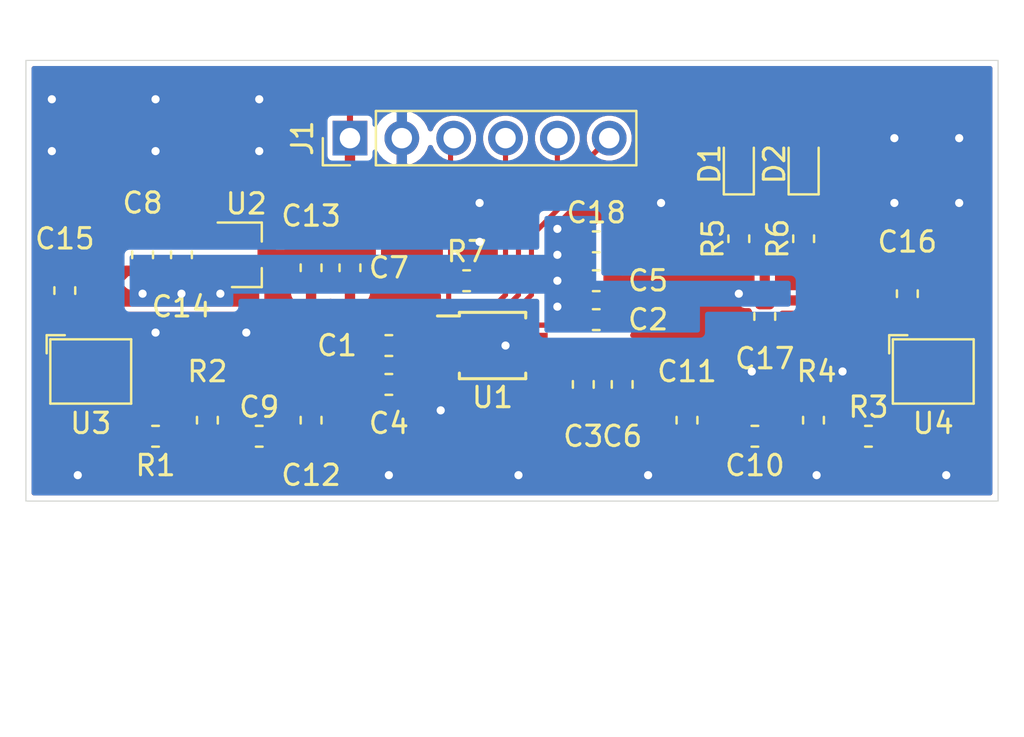
<source format=kicad_pcb>
(kicad_pcb (version 20171130) (host pcbnew 5.1.6)

  (general
    (thickness 1.6)
    (drawings 4)
    (tracks 115)
    (zones 0)
    (modules 32)
    (nets 18)
  )

  (page A4)
  (layers
    (0 F.Cu signal)
    (31 B.Cu signal)
    (32 B.Adhes user)
    (33 F.Adhes user)
    (34 B.Paste user)
    (35 F.Paste user)
    (36 B.SilkS user)
    (37 F.SilkS user)
    (38 B.Mask user)
    (39 F.Mask user)
    (40 Dwgs.User user)
    (41 Cmts.User user)
    (42 Eco1.User user)
    (43 Eco2.User user)
    (44 Edge.Cuts user)
    (45 Margin user)
    (46 B.CrtYd user)
    (47 F.CrtYd user)
    (48 B.Fab user)
    (49 F.Fab user)
  )

  (setup
    (last_trace_width 0.25)
    (trace_clearance 0.2)
    (zone_clearance 0.25)
    (zone_45_only no)
    (trace_min 0.2)
    (via_size 0.6)
    (via_drill 0.4)
    (via_min_size 0.6)
    (via_min_drill 0.4)
    (uvia_size 0.3)
    (uvia_drill 0.1)
    (uvias_allowed no)
    (uvia_min_size 0.2)
    (uvia_min_drill 0.1)
    (edge_width 0.05)
    (segment_width 0.2)
    (pcb_text_width 0.3)
    (pcb_text_size 1.5 1.5)
    (mod_edge_width 0.12)
    (mod_text_size 1 1)
    (mod_text_width 0.15)
    (pad_size 1.524 1.524)
    (pad_drill 0.762)
    (pad_to_mask_clearance 0.05)
    (aux_axis_origin 0 0)
    (visible_elements FFFFFF7F)
    (pcbplotparams
      (layerselection 0x010f0_ffffffff)
      (usegerberextensions false)
      (usegerberattributes true)
      (usegerberadvancedattributes true)
      (creategerberjobfile true)
      (excludeedgelayer true)
      (linewidth 0.100000)
      (plotframeref false)
      (viasonmask false)
      (mode 1)
      (useauxorigin false)
      (hpglpennumber 1)
      (hpglpenspeed 20)
      (hpglpendiameter 15.000000)
      (psnegative false)
      (psa4output false)
      (plotreference true)
      (plotvalue true)
      (plotinvisibletext false)
      (padsonsilk false)
      (subtractmaskfromsilk false)
      (outputformat 1)
      (mirror false)
      (drillshape 0)
      (scaleselection 1)
      (outputdirectory "gerber/"))
  )

  (net 0 "")
  (net 1 GND)
  (net 2 /FILT+)
  (net 3 +3V3)
  (net 4 /VQ)
  (net 5 +5V)
  (net 6 /AINL)
  (net 7 /Analogue_Frontend_L/Mic_input_stage)
  (net 8 /AINR)
  (net 9 /Analogue_Frontend_R/Mic_input_stage)
  (net 10 /5V_LED_A)
  (net 11 /3.3V_LED_A)
  (net 12 /MCLK)
  (net 13 /LRCK)
  (net 14 /SCLK)
  (net 15 /SDOUT)
  (net 16 /MIC_L_IN)
  (net 17 /MIC_R_IN)

  (net_class Default "This is the default net class."
    (clearance 0.2)
    (trace_width 0.25)
    (via_dia 0.6)
    (via_drill 0.4)
    (uvia_dia 0.3)
    (uvia_drill 0.1)
    (add_net +3V3)
    (add_net +5V)
    (add_net /3.3V_LED_A)
    (add_net /5V_LED_A)
    (add_net /AINL)
    (add_net /AINR)
    (add_net /Analogue_Frontend_L/Mic_input_stage)
    (add_net /Analogue_Frontend_R/Mic_input_stage)
    (add_net /FILT+)
    (add_net /LRCK)
    (add_net /MCLK)
    (add_net /MIC_L_IN)
    (add_net /MIC_R_IN)
    (add_net /SCLK)
    (add_net /SDOUT)
    (add_net /VQ)
    (add_net GND)
  )

  (module Capacitor_SMD:C_0603_1608Metric (layer F.Cu) (tedit 5B301BBE) (tstamp 5EF94163)
    (at 151.765 80.01)
    (descr "Capacitor SMD 0603 (1608 Metric), square (rectangular) end terminal, IPC_7351 nominal, (Body size source: http://www.tortai-tech.com/upload/download/2011102023233369053.pdf), generated with kicad-footprint-generator")
    (tags capacitor)
    (path /5EFC2065)
    (attr smd)
    (fp_text reference C18 (at 0 -1.43) (layer F.SilkS)
      (effects (font (size 1 1) (thickness 0.15)))
    )
    (fp_text value 4.7uF (at 0 1.43) (layer F.Fab)
      (effects (font (size 1 1) (thickness 0.15)))
    )
    (fp_line (start 1.48 0.73) (end -1.48 0.73) (layer F.CrtYd) (width 0.05))
    (fp_line (start 1.48 -0.73) (end 1.48 0.73) (layer F.CrtYd) (width 0.05))
    (fp_line (start -1.48 -0.73) (end 1.48 -0.73) (layer F.CrtYd) (width 0.05))
    (fp_line (start -1.48 0.73) (end -1.48 -0.73) (layer F.CrtYd) (width 0.05))
    (fp_line (start -0.162779 0.51) (end 0.162779 0.51) (layer F.SilkS) (width 0.12))
    (fp_line (start -0.162779 -0.51) (end 0.162779 -0.51) (layer F.SilkS) (width 0.12))
    (fp_line (start 0.8 0.4) (end -0.8 0.4) (layer F.Fab) (width 0.1))
    (fp_line (start 0.8 -0.4) (end 0.8 0.4) (layer F.Fab) (width 0.1))
    (fp_line (start -0.8 -0.4) (end 0.8 -0.4) (layer F.Fab) (width 0.1))
    (fp_line (start -0.8 0.4) (end -0.8 -0.4) (layer F.Fab) (width 0.1))
    (fp_text user %R (at 0 0) (layer F.Fab)
      (effects (font (size 0.4 0.4) (thickness 0.06)))
    )
    (pad 2 smd roundrect (at 0.7875 0) (size 0.875 0.95) (layers F.Cu F.Paste F.Mask) (roundrect_rratio 0.25)
      (net 1 GND))
    (pad 1 smd roundrect (at -0.7875 0) (size 0.875 0.95) (layers F.Cu F.Paste F.Mask) (roundrect_rratio 0.25)
      (net 3 +3V3))
    (model ${KISYS3DMOD}/Capacitor_SMD.3dshapes/C_0603_1608Metric.wrl
      (at (xyz 0 0 0))
      (scale (xyz 1 1 1))
      (rotate (xyz 0 0 0))
    )
  )

  (module Capacitor_SMD:C_0603_1608Metric (layer F.Cu) (tedit 5B301BBE) (tstamp 5EF94152)
    (at 160.02 83.6675 270)
    (descr "Capacitor SMD 0603 (1608 Metric), square (rectangular) end terminal, IPC_7351 nominal, (Body size source: http://www.tortai-tech.com/upload/download/2011102023233369053.pdf), generated with kicad-footprint-generator")
    (tags capacitor)
    (path /5EFC3948)
    (attr smd)
    (fp_text reference C17 (at 2.0575 0 180) (layer F.SilkS)
      (effects (font (size 1 1) (thickness 0.15)))
    )
    (fp_text value 1uF (at 0 1.43 90) (layer F.Fab)
      (effects (font (size 1 1) (thickness 0.15)))
    )
    (fp_line (start 1.48 0.73) (end -1.48 0.73) (layer F.CrtYd) (width 0.05))
    (fp_line (start 1.48 -0.73) (end 1.48 0.73) (layer F.CrtYd) (width 0.05))
    (fp_line (start -1.48 -0.73) (end 1.48 -0.73) (layer F.CrtYd) (width 0.05))
    (fp_line (start -1.48 0.73) (end -1.48 -0.73) (layer F.CrtYd) (width 0.05))
    (fp_line (start -0.162779 0.51) (end 0.162779 0.51) (layer F.SilkS) (width 0.12))
    (fp_line (start -0.162779 -0.51) (end 0.162779 -0.51) (layer F.SilkS) (width 0.12))
    (fp_line (start 0.8 0.4) (end -0.8 0.4) (layer F.Fab) (width 0.1))
    (fp_line (start 0.8 -0.4) (end 0.8 0.4) (layer F.Fab) (width 0.1))
    (fp_line (start -0.8 -0.4) (end 0.8 -0.4) (layer F.Fab) (width 0.1))
    (fp_line (start -0.8 0.4) (end -0.8 -0.4) (layer F.Fab) (width 0.1))
    (fp_text user %R (at 0 0 90) (layer F.Fab)
      (effects (font (size 0.4 0.4) (thickness 0.06)))
    )
    (pad 2 smd roundrect (at 0.7875 0 270) (size 0.875 0.95) (layers F.Cu F.Paste F.Mask) (roundrect_rratio 0.25)
      (net 1 GND))
    (pad 1 smd roundrect (at -0.7875 0 270) (size 0.875 0.95) (layers F.Cu F.Paste F.Mask) (roundrect_rratio 0.25)
      (net 3 +3V3))
    (model ${KISYS3DMOD}/Capacitor_SMD.3dshapes/C_0603_1608Metric.wrl
      (at (xyz 0 0 0))
      (scale (xyz 1 1 1))
      (rotate (xyz 0 0 0))
    )
  )

  (module chinesium:MEMS_Microphone_Sanico_AOS3729A-T42-NXC (layer F.Cu) (tedit 5EF8A3B1) (tstamp 5EF93410)
    (at 168.275 86.36 90)
    (path /5EF9FE0B)
    (fp_text reference U4 (at -2.54 0 180) (layer F.SilkS)
      (effects (font (size 1 1) (thickness 0.15)))
    )
    (fp_text value MEMS_Microphone_Sanico_AOS3729A-T42-NXC (at 0 -0.5 90) (layer F.Fab)
      (effects (font (size 1 1) (thickness 0.15)))
    )
    (fp_line (start 1.778 -2.159) (end 1.778 -1.27) (layer F.SilkS) (width 0.12))
    (fp_line (start 0.889 -2.159) (end 1.778 -2.159) (layer F.SilkS) (width 0.12))
    (fp_line (start -1.575 -1.98) (end 1.575 -1.98) (layer F.SilkS) (width 0.12))
    (fp_line (start -1.575 1.98) (end 1.575 1.98) (layer F.SilkS) (width 0.12))
    (fp_line (start -1.475 -1.88) (end 1.475 -1.88) (layer F.CrtYd) (width 0.12))
    (fp_line (start -1.475 1.88) (end 1.475 1.88) (layer F.CrtYd) (width 0.12))
    (fp_line (start -1.475 -1.88) (end -1.475 1.88) (layer F.CrtYd) (width 0.12))
    (fp_line (start 1.475 -1.88) (end 1.475 1.88) (layer F.CrtYd) (width 0.12))
    (fp_line (start -1.575 -1.98) (end -1.575 1.98) (layer F.SilkS) (width 0.12))
    (fp_line (start 1.575 1.98) (end 1.575 -1.98) (layer F.SilkS) (width 0.12))
    (pad 4 smd circle (at -0.85 -1.23 90) (size 0.8 0.8) (layers F.Cu F.Paste F.Mask)
      (net 17 /MIC_R_IN))
    (pad 3 smd circle (at -0.85 1.23 90) (size 0.8 0.8) (layers F.Cu F.Paste F.Mask)
      (net 1 GND))
    (pad 2 smd circle (at 0.85 1.23 90) (size 0.8 0.8) (layers F.Cu F.Paste F.Mask)
      (net 1 GND))
    (pad 1 smd circle (at 0.85 -1.23 90) (size 0.8 0.8) (layers F.Cu F.Paste F.Mask)
      (net 3 +3V3))
  )

  (module chinesium:MEMS_Microphone_Sanico_AOS3729A-T42-NXC (layer F.Cu) (tedit 5EF8A3B1) (tstamp 5EF933FE)
    (at 127 86.36 90)
    (path /5EF967DC)
    (fp_text reference U3 (at -2.54 0 180) (layer F.SilkS)
      (effects (font (size 1 1) (thickness 0.15)))
    )
    (fp_text value MEMS_Microphone_Sanico_AOS3729A-T42-NXC (at 0 -0.5 90) (layer F.Fab)
      (effects (font (size 1 1) (thickness 0.15)))
    )
    (fp_line (start 1.778 -2.159) (end 1.778 -1.27) (layer F.SilkS) (width 0.12))
    (fp_line (start 0.889 -2.159) (end 1.778 -2.159) (layer F.SilkS) (width 0.12))
    (fp_line (start -1.575 -1.98) (end 1.575 -1.98) (layer F.SilkS) (width 0.12))
    (fp_line (start -1.575 1.98) (end 1.575 1.98) (layer F.SilkS) (width 0.12))
    (fp_line (start -1.475 -1.88) (end 1.475 -1.88) (layer F.CrtYd) (width 0.12))
    (fp_line (start -1.475 1.88) (end 1.475 1.88) (layer F.CrtYd) (width 0.12))
    (fp_line (start -1.475 -1.88) (end -1.475 1.88) (layer F.CrtYd) (width 0.12))
    (fp_line (start 1.475 -1.88) (end 1.475 1.88) (layer F.CrtYd) (width 0.12))
    (fp_line (start -1.575 -1.98) (end -1.575 1.98) (layer F.SilkS) (width 0.12))
    (fp_line (start 1.575 1.98) (end 1.575 -1.98) (layer F.SilkS) (width 0.12))
    (pad 4 smd circle (at -0.85 -1.23 90) (size 0.8 0.8) (layers F.Cu F.Paste F.Mask)
      (net 16 /MIC_L_IN))
    (pad 3 smd circle (at -0.85 1.23 90) (size 0.8 0.8) (layers F.Cu F.Paste F.Mask)
      (net 1 GND))
    (pad 2 smd circle (at 0.85 1.23 90) (size 0.8 0.8) (layers F.Cu F.Paste F.Mask)
      (net 1 GND))
    (pad 1 smd circle (at 0.85 -1.23 90) (size 0.8 0.8) (layers F.Cu F.Paste F.Mask)
      (net 3 +3V3))
  )

  (module Capacitor_SMD:C_0603_1608Metric (layer F.Cu) (tedit 5B301BBE) (tstamp 5EF9322E)
    (at 167.005 82.55 90)
    (descr "Capacitor SMD 0603 (1608 Metric), square (rectangular) end terminal, IPC_7351 nominal, (Body size source: http://www.tortai-tech.com/upload/download/2011102023233369053.pdf), generated with kicad-footprint-generator")
    (tags capacitor)
    (path /5EFAB009)
    (attr smd)
    (fp_text reference C16 (at 2.54 0 180) (layer F.SilkS)
      (effects (font (size 1 1) (thickness 0.15)))
    )
    (fp_text value 0.1uF (at 0 1.43 90) (layer F.Fab)
      (effects (font (size 1 1) (thickness 0.15)))
    )
    (fp_line (start 1.48 0.73) (end -1.48 0.73) (layer F.CrtYd) (width 0.05))
    (fp_line (start 1.48 -0.73) (end 1.48 0.73) (layer F.CrtYd) (width 0.05))
    (fp_line (start -1.48 -0.73) (end 1.48 -0.73) (layer F.CrtYd) (width 0.05))
    (fp_line (start -1.48 0.73) (end -1.48 -0.73) (layer F.CrtYd) (width 0.05))
    (fp_line (start -0.162779 0.51) (end 0.162779 0.51) (layer F.SilkS) (width 0.12))
    (fp_line (start -0.162779 -0.51) (end 0.162779 -0.51) (layer F.SilkS) (width 0.12))
    (fp_line (start 0.8 0.4) (end -0.8 0.4) (layer F.Fab) (width 0.1))
    (fp_line (start 0.8 -0.4) (end 0.8 0.4) (layer F.Fab) (width 0.1))
    (fp_line (start -0.8 -0.4) (end 0.8 -0.4) (layer F.Fab) (width 0.1))
    (fp_line (start -0.8 0.4) (end -0.8 -0.4) (layer F.Fab) (width 0.1))
    (fp_text user %R (at 0 0 90) (layer F.Fab)
      (effects (font (size 0.4 0.4) (thickness 0.06)))
    )
    (pad 2 smd roundrect (at 0.7875 0 90) (size 0.875 0.95) (layers F.Cu F.Paste F.Mask) (roundrect_rratio 0.25)
      (net 1 GND))
    (pad 1 smd roundrect (at -0.7875 0 90) (size 0.875 0.95) (layers F.Cu F.Paste F.Mask) (roundrect_rratio 0.25)
      (net 3 +3V3))
    (model ${KISYS3DMOD}/Capacitor_SMD.3dshapes/C_0603_1608Metric.wrl
      (at (xyz 0 0 0))
      (scale (xyz 1 1 1))
      (rotate (xyz 0 0 0))
    )
  )

  (module Capacitor_SMD:C_0603_1608Metric (layer F.Cu) (tedit 5B301BBE) (tstamp 5EF94839)
    (at 125.73 82.3975 90)
    (descr "Capacitor SMD 0603 (1608 Metric), square (rectangular) end terminal, IPC_7351 nominal, (Body size source: http://www.tortai-tech.com/upload/download/2011102023233369053.pdf), generated with kicad-footprint-generator")
    (tags capacitor)
    (path /5EFB334F)
    (attr smd)
    (fp_text reference C15 (at 2.54 0 180) (layer F.SilkS)
      (effects (font (size 1 1) (thickness 0.15)))
    )
    (fp_text value 0.1uF (at 0 1.43 90) (layer F.Fab)
      (effects (font (size 1 1) (thickness 0.15)))
    )
    (fp_line (start 1.48 0.73) (end -1.48 0.73) (layer F.CrtYd) (width 0.05))
    (fp_line (start 1.48 -0.73) (end 1.48 0.73) (layer F.CrtYd) (width 0.05))
    (fp_line (start -1.48 -0.73) (end 1.48 -0.73) (layer F.CrtYd) (width 0.05))
    (fp_line (start -1.48 0.73) (end -1.48 -0.73) (layer F.CrtYd) (width 0.05))
    (fp_line (start -0.162779 0.51) (end 0.162779 0.51) (layer F.SilkS) (width 0.12))
    (fp_line (start -0.162779 -0.51) (end 0.162779 -0.51) (layer F.SilkS) (width 0.12))
    (fp_line (start 0.8 0.4) (end -0.8 0.4) (layer F.Fab) (width 0.1))
    (fp_line (start 0.8 -0.4) (end 0.8 0.4) (layer F.Fab) (width 0.1))
    (fp_line (start -0.8 -0.4) (end 0.8 -0.4) (layer F.Fab) (width 0.1))
    (fp_line (start -0.8 0.4) (end -0.8 -0.4) (layer F.Fab) (width 0.1))
    (fp_text user %R (at 0 0 90) (layer F.Fab)
      (effects (font (size 0.4 0.4) (thickness 0.06)))
    )
    (pad 2 smd roundrect (at 0.7875 0 90) (size 0.875 0.95) (layers F.Cu F.Paste F.Mask) (roundrect_rratio 0.25)
      (net 1 GND))
    (pad 1 smd roundrect (at -0.7875 0 90) (size 0.875 0.95) (layers F.Cu F.Paste F.Mask) (roundrect_rratio 0.25)
      (net 3 +3V3))
    (model ${KISYS3DMOD}/Capacitor_SMD.3dshapes/C_0603_1608Metric.wrl
      (at (xyz 0 0 0))
      (scale (xyz 1 1 1))
      (rotate (xyz 0 0 0))
    )
  )

  (module Package_TO_SOT_SMD:SOT-23 (layer F.Cu) (tedit 5A02FF57) (tstamp 5EF81F4C)
    (at 134.62 80.645)
    (descr "SOT-23, Standard")
    (tags SOT-23)
    (path /5EFF9A4F/5E9536DD)
    (attr smd)
    (fp_text reference U2 (at 0 -2.5) (layer F.SilkS)
      (effects (font (size 1 1) (thickness 0.15)))
    )
    (fp_text value SSP6206 (at 0 2.5) (layer F.Fab)
      (effects (font (size 1 1) (thickness 0.15)))
    )
    (fp_line (start -0.7 -0.95) (end -0.7 1.5) (layer F.Fab) (width 0.1))
    (fp_line (start -0.15 -1.52) (end 0.7 -1.52) (layer F.Fab) (width 0.1))
    (fp_line (start -0.7 -0.95) (end -0.15 -1.52) (layer F.Fab) (width 0.1))
    (fp_line (start 0.7 -1.52) (end 0.7 1.52) (layer F.Fab) (width 0.1))
    (fp_line (start -0.7 1.52) (end 0.7 1.52) (layer F.Fab) (width 0.1))
    (fp_line (start 0.76 1.58) (end 0.76 0.65) (layer F.SilkS) (width 0.12))
    (fp_line (start 0.76 -1.58) (end 0.76 -0.65) (layer F.SilkS) (width 0.12))
    (fp_line (start -1.7 -1.75) (end 1.7 -1.75) (layer F.CrtYd) (width 0.05))
    (fp_line (start 1.7 -1.75) (end 1.7 1.75) (layer F.CrtYd) (width 0.05))
    (fp_line (start 1.7 1.75) (end -1.7 1.75) (layer F.CrtYd) (width 0.05))
    (fp_line (start -1.7 1.75) (end -1.7 -1.75) (layer F.CrtYd) (width 0.05))
    (fp_line (start 0.76 -1.58) (end -1.4 -1.58) (layer F.SilkS) (width 0.12))
    (fp_line (start 0.76 1.58) (end -0.7 1.58) (layer F.SilkS) (width 0.12))
    (fp_text user %R (at 0 0 90) (layer F.Fab)
      (effects (font (size 0.5 0.5) (thickness 0.075)))
    )
    (pad 3 smd rect (at 1 0) (size 0.9 0.8) (layers F.Cu F.Paste F.Mask)
      (net 5 +5V))
    (pad 2 smd rect (at -1 0.95) (size 0.9 0.8) (layers F.Cu F.Paste F.Mask)
      (net 3 +3V3))
    (pad 1 smd rect (at -1 -0.95) (size 0.9 0.8) (layers F.Cu F.Paste F.Mask)
      (net 1 GND))
    (model ${KISYS3DMOD}/Package_TO_SOT_SMD.3dshapes/SOT-23.wrl
      (at (xyz 0 0 0))
      (scale (xyz 1 1 1))
      (rotate (xyz 0 0 0))
    )
  )

  (module Package_SO:TSSOP-10_3x3mm_P0.5mm (layer F.Cu) (tedit 5A02F25C) (tstamp 5EF806A5)
    (at 146.685 85.09)
    (descr "TSSOP10: plastic thin shrink small outline package; 10 leads; body width 3 mm; (see NXP SSOP-TSSOP-VSO-REFLOW.pdf and sot552-1_po.pdf)")
    (tags "SSOP 0.5")
    (path /5EF7643B)
    (attr smd)
    (fp_text reference U1 (at 0 2.54) (layer F.SilkS)
      (effects (font (size 1 1) (thickness 0.15)))
    )
    (fp_text value CS5343 (at 0 2.55) (layer F.Fab)
      (effects (font (size 1 1) (thickness 0.15)))
    )
    (fp_line (start -0.5 -1.5) (end 1.5 -1.5) (layer F.Fab) (width 0.15))
    (fp_line (start 1.5 -1.5) (end 1.5 1.5) (layer F.Fab) (width 0.15))
    (fp_line (start 1.5 1.5) (end -1.5 1.5) (layer F.Fab) (width 0.15))
    (fp_line (start -1.5 1.5) (end -1.5 -0.5) (layer F.Fab) (width 0.15))
    (fp_line (start -1.5 -0.5) (end -0.5 -1.5) (layer F.Fab) (width 0.15))
    (fp_line (start -2.95 -1.8) (end -2.95 1.8) (layer F.CrtYd) (width 0.05))
    (fp_line (start 2.95 -1.8) (end 2.95 1.8) (layer F.CrtYd) (width 0.05))
    (fp_line (start -2.95 -1.8) (end 2.95 -1.8) (layer F.CrtYd) (width 0.05))
    (fp_line (start -2.95 1.8) (end 2.95 1.8) (layer F.CrtYd) (width 0.05))
    (fp_line (start -1.625 -1.625) (end -1.625 -1.45) (layer F.SilkS) (width 0.15))
    (fp_line (start 1.625 -1.625) (end 1.625 -1.35) (layer F.SilkS) (width 0.15))
    (fp_line (start 1.625 1.625) (end 1.625 1.35) (layer F.SilkS) (width 0.15))
    (fp_line (start -1.625 1.625) (end -1.625 1.35) (layer F.SilkS) (width 0.15))
    (fp_line (start -1.625 -1.625) (end 1.625 -1.625) (layer F.SilkS) (width 0.15))
    (fp_line (start -1.625 1.625) (end 1.625 1.625) (layer F.SilkS) (width 0.15))
    (fp_line (start -1.625 -1.45) (end -2.7 -1.45) (layer F.SilkS) (width 0.15))
    (fp_text user %R (at 0 0) (layer F.Fab)
      (effects (font (size 0.6 0.6) (thickness 0.15)))
    )
    (pad 10 smd rect (at 2.15 -1) (size 1.1 0.25) (layers F.Cu F.Paste F.Mask)
      (net 3 +3V3))
    (pad 9 smd rect (at 2.15 -0.5) (size 1.1 0.25) (layers F.Cu F.Paste F.Mask)
      (net 1 GND))
    (pad 8 smd rect (at 2.15 0) (size 1.1 0.25) (layers F.Cu F.Paste F.Mask)
      (net 8 /AINR))
    (pad 7 smd rect (at 2.15 0.5) (size 1.1 0.25) (layers F.Cu F.Paste F.Mask)
      (net 4 /VQ))
    (pad 6 smd rect (at 2.15 1) (size 1.1 0.25) (layers F.Cu F.Paste F.Mask)
      (net 6 /AINL))
    (pad 5 smd rect (at -2.15 1) (size 1.1 0.25) (layers F.Cu F.Paste F.Mask)
      (net 2 /FILT+))
    (pad 4 smd rect (at -2.15 0.5) (size 1.1 0.25) (layers F.Cu F.Paste F.Mask)
      (net 12 /MCLK))
    (pad 3 smd rect (at -2.15 0) (size 1.1 0.25) (layers F.Cu F.Paste F.Mask)
      (net 13 /LRCK))
    (pad 2 smd rect (at -2.15 -0.5) (size 1.1 0.25) (layers F.Cu F.Paste F.Mask)
      (net 14 /SCLK))
    (pad 1 smd rect (at -2.15 -1) (size 1.1 0.25) (layers F.Cu F.Paste F.Mask)
      (net 15 /SDOUT))
    (model ${KISYS3DMOD}/Package_SO.3dshapes/TSSOP-10_3x3mm_P0.5mm.wrl
      (at (xyz 0 0 0))
      (scale (xyz 1 1 1))
      (rotate (xyz 0 0 0))
    )
  )

  (module Resistor_SMD:R_0603_1608Metric (layer F.Cu) (tedit 5B301BBD) (tstamp 5EF80686)
    (at 145.415 81.915)
    (descr "Resistor SMD 0603 (1608 Metric), square (rectangular) end terminal, IPC_7351 nominal, (Body size source: http://www.tortai-tech.com/upload/download/2011102023233369053.pdf), generated with kicad-footprint-generator")
    (tags resistor)
    (path /5EFB9E97)
    (attr smd)
    (fp_text reference R7 (at 0 -1.43) (layer F.SilkS)
      (effects (font (size 1 1) (thickness 0.15)))
    )
    (fp_text value 10kR (at 0 1.43) (layer F.Fab)
      (effects (font (size 1 1) (thickness 0.15)))
    )
    (fp_line (start -0.8 0.4) (end -0.8 -0.4) (layer F.Fab) (width 0.1))
    (fp_line (start -0.8 -0.4) (end 0.8 -0.4) (layer F.Fab) (width 0.1))
    (fp_line (start 0.8 -0.4) (end 0.8 0.4) (layer F.Fab) (width 0.1))
    (fp_line (start 0.8 0.4) (end -0.8 0.4) (layer F.Fab) (width 0.1))
    (fp_line (start -0.162779 -0.51) (end 0.162779 -0.51) (layer F.SilkS) (width 0.12))
    (fp_line (start -0.162779 0.51) (end 0.162779 0.51) (layer F.SilkS) (width 0.12))
    (fp_line (start -1.48 0.73) (end -1.48 -0.73) (layer F.CrtYd) (width 0.05))
    (fp_line (start -1.48 -0.73) (end 1.48 -0.73) (layer F.CrtYd) (width 0.05))
    (fp_line (start 1.48 -0.73) (end 1.48 0.73) (layer F.CrtYd) (width 0.05))
    (fp_line (start 1.48 0.73) (end -1.48 0.73) (layer F.CrtYd) (width 0.05))
    (fp_text user %R (at 0 0) (layer F.Fab)
      (effects (font (size 0.4 0.4) (thickness 0.06)))
    )
    (pad 2 smd roundrect (at 0.7875 0) (size 0.875 0.95) (layers F.Cu F.Paste F.Mask) (roundrect_rratio 0.25)
      (net 1 GND))
    (pad 1 smd roundrect (at -0.7875 0) (size 0.875 0.95) (layers F.Cu F.Paste F.Mask) (roundrect_rratio 0.25)
      (net 15 /SDOUT))
    (model ${KISYS3DMOD}/Resistor_SMD.3dshapes/R_0603_1608Metric.wrl
      (at (xyz 0 0 0))
      (scale (xyz 1 1 1))
      (rotate (xyz 0 0 0))
    )
  )

  (module Resistor_SMD:R_0603_1608Metric (layer F.Cu) (tedit 5B301BBD) (tstamp 5EF817A0)
    (at 161.925 79.8575 270)
    (descr "Resistor SMD 0603 (1608 Metric), square (rectangular) end terminal, IPC_7351 nominal, (Body size source: http://www.tortai-tech.com/upload/download/2011102023233369053.pdf), generated with kicad-footprint-generator")
    (tags resistor)
    (path /5F056979)
    (attr smd)
    (fp_text reference R6 (at 0 1.27 90) (layer F.SilkS)
      (effects (font (size 1 1) (thickness 0.15)))
    )
    (fp_text value 300 (at 0 1.43 90) (layer F.Fab)
      (effects (font (size 1 1) (thickness 0.15)))
    )
    (fp_line (start -0.8 0.4) (end -0.8 -0.4) (layer F.Fab) (width 0.1))
    (fp_line (start -0.8 -0.4) (end 0.8 -0.4) (layer F.Fab) (width 0.1))
    (fp_line (start 0.8 -0.4) (end 0.8 0.4) (layer F.Fab) (width 0.1))
    (fp_line (start 0.8 0.4) (end -0.8 0.4) (layer F.Fab) (width 0.1))
    (fp_line (start -0.162779 -0.51) (end 0.162779 -0.51) (layer F.SilkS) (width 0.12))
    (fp_line (start -0.162779 0.51) (end 0.162779 0.51) (layer F.SilkS) (width 0.12))
    (fp_line (start -1.48 0.73) (end -1.48 -0.73) (layer F.CrtYd) (width 0.05))
    (fp_line (start -1.48 -0.73) (end 1.48 -0.73) (layer F.CrtYd) (width 0.05))
    (fp_line (start 1.48 -0.73) (end 1.48 0.73) (layer F.CrtYd) (width 0.05))
    (fp_line (start 1.48 0.73) (end -1.48 0.73) (layer F.CrtYd) (width 0.05))
    (fp_text user %R (at 0 0 90) (layer F.Fab)
      (effects (font (size 0.4 0.4) (thickness 0.06)))
    )
    (pad 2 smd roundrect (at 0.7875 0 270) (size 0.875 0.95) (layers F.Cu F.Paste F.Mask) (roundrect_rratio 0.25)
      (net 1 GND))
    (pad 1 smd roundrect (at -0.7875 0 270) (size 0.875 0.95) (layers F.Cu F.Paste F.Mask) (roundrect_rratio 0.25)
      (net 11 /3.3V_LED_A))
    (model ${KISYS3DMOD}/Resistor_SMD.3dshapes/R_0603_1608Metric.wrl
      (at (xyz 0 0 0))
      (scale (xyz 1 1 1))
      (rotate (xyz 0 0 0))
    )
  )

  (module Resistor_SMD:R_0603_1608Metric (layer F.Cu) (tedit 5B301BBD) (tstamp 5EF80664)
    (at 158.75 79.8575 270)
    (descr "Resistor SMD 0603 (1608 Metric), square (rectangular) end terminal, IPC_7351 nominal, (Body size source: http://www.tortai-tech.com/upload/download/2011102023233369053.pdf), generated with kicad-footprint-generator")
    (tags resistor)
    (path /5F03D327)
    (attr smd)
    (fp_text reference R5 (at 0 1.27 90) (layer F.SilkS)
      (effects (font (size 1 1) (thickness 0.15)))
    )
    (fp_text value 620R (at 0 1.43 90) (layer F.Fab)
      (effects (font (size 1 1) (thickness 0.15)))
    )
    (fp_line (start -0.8 0.4) (end -0.8 -0.4) (layer F.Fab) (width 0.1))
    (fp_line (start -0.8 -0.4) (end 0.8 -0.4) (layer F.Fab) (width 0.1))
    (fp_line (start 0.8 -0.4) (end 0.8 0.4) (layer F.Fab) (width 0.1))
    (fp_line (start 0.8 0.4) (end -0.8 0.4) (layer F.Fab) (width 0.1))
    (fp_line (start -0.162779 -0.51) (end 0.162779 -0.51) (layer F.SilkS) (width 0.12))
    (fp_line (start -0.162779 0.51) (end 0.162779 0.51) (layer F.SilkS) (width 0.12))
    (fp_line (start -1.48 0.73) (end -1.48 -0.73) (layer F.CrtYd) (width 0.05))
    (fp_line (start -1.48 -0.73) (end 1.48 -0.73) (layer F.CrtYd) (width 0.05))
    (fp_line (start 1.48 -0.73) (end 1.48 0.73) (layer F.CrtYd) (width 0.05))
    (fp_line (start 1.48 0.73) (end -1.48 0.73) (layer F.CrtYd) (width 0.05))
    (fp_text user %R (at 0 0 90) (layer F.Fab)
      (effects (font (size 0.4 0.4) (thickness 0.06)))
    )
    (pad 2 smd roundrect (at 0.7875 0 270) (size 0.875 0.95) (layers F.Cu F.Paste F.Mask) (roundrect_rratio 0.25)
      (net 1 GND))
    (pad 1 smd roundrect (at -0.7875 0 270) (size 0.875 0.95) (layers F.Cu F.Paste F.Mask) (roundrect_rratio 0.25)
      (net 10 /5V_LED_A))
    (model ${KISYS3DMOD}/Resistor_SMD.3dshapes/R_0603_1608Metric.wrl
      (at (xyz 0 0 0))
      (scale (xyz 1 1 1))
      (rotate (xyz 0 0 0))
    )
  )

  (module Resistor_SMD:R_0603_1608Metric (layer F.Cu) (tedit 5B301BBD) (tstamp 5EF80653)
    (at 162.4075 88.7475 90)
    (descr "Resistor SMD 0603 (1608 Metric), square (rectangular) end terminal, IPC_7351 nominal, (Body size source: http://www.tortai-tech.com/upload/download/2011102023233369053.pdf), generated with kicad-footprint-generator")
    (tags resistor)
    (path /5EFD3570/5EFD405B)
    (attr smd)
    (fp_text reference R4 (at 2.3875 0.1525 180) (layer F.SilkS)
      (effects (font (size 1 1) (thickness 0.15)))
    )
    (fp_text value 4.99kR (at 0 1.43 90) (layer F.Fab)
      (effects (font (size 1 1) (thickness 0.15)))
    )
    (fp_line (start -0.8 0.4) (end -0.8 -0.4) (layer F.Fab) (width 0.1))
    (fp_line (start -0.8 -0.4) (end 0.8 -0.4) (layer F.Fab) (width 0.1))
    (fp_line (start 0.8 -0.4) (end 0.8 0.4) (layer F.Fab) (width 0.1))
    (fp_line (start 0.8 0.4) (end -0.8 0.4) (layer F.Fab) (width 0.1))
    (fp_line (start -0.162779 -0.51) (end 0.162779 -0.51) (layer F.SilkS) (width 0.12))
    (fp_line (start -0.162779 0.51) (end 0.162779 0.51) (layer F.SilkS) (width 0.12))
    (fp_line (start -1.48 0.73) (end -1.48 -0.73) (layer F.CrtYd) (width 0.05))
    (fp_line (start -1.48 -0.73) (end 1.48 -0.73) (layer F.CrtYd) (width 0.05))
    (fp_line (start 1.48 -0.73) (end 1.48 0.73) (layer F.CrtYd) (width 0.05))
    (fp_line (start 1.48 0.73) (end -1.48 0.73) (layer F.CrtYd) (width 0.05))
    (fp_text user %R (at 0 0 90) (layer F.Fab)
      (effects (font (size 0.4 0.4) (thickness 0.06)))
    )
    (pad 2 smd roundrect (at 0.7875 0 90) (size 0.875 0.95) (layers F.Cu F.Paste F.Mask) (roundrect_rratio 0.25)
      (net 1 GND))
    (pad 1 smd roundrect (at -0.7875 0 90) (size 0.875 0.95) (layers F.Cu F.Paste F.Mask) (roundrect_rratio 0.25)
      (net 9 /Analogue_Frontend_R/Mic_input_stage))
    (model ${KISYS3DMOD}/Resistor_SMD.3dshapes/R_0603_1608Metric.wrl
      (at (xyz 0 0 0))
      (scale (xyz 1 1 1))
      (rotate (xyz 0 0 0))
    )
  )

  (module Resistor_SMD:R_0603_1608Metric (layer F.Cu) (tedit 5B301BBD) (tstamp 5EF80642)
    (at 165.1 89.535)
    (descr "Resistor SMD 0603 (1608 Metric), square (rectangular) end terminal, IPC_7351 nominal, (Body size source: http://www.tortai-tech.com/upload/download/2011102023233369053.pdf), generated with kicad-footprint-generator")
    (tags resistor)
    (path /5EFD3570/5EFD39A9)
    (attr smd)
    (fp_text reference R3 (at 0 -1.43) (layer F.SilkS)
      (effects (font (size 1 1) (thickness 0.15)))
    )
    (fp_text value 4.99kR (at 0 1.43) (layer F.Fab)
      (effects (font (size 1 1) (thickness 0.15)))
    )
    (fp_line (start -0.8 0.4) (end -0.8 -0.4) (layer F.Fab) (width 0.1))
    (fp_line (start -0.8 -0.4) (end 0.8 -0.4) (layer F.Fab) (width 0.1))
    (fp_line (start 0.8 -0.4) (end 0.8 0.4) (layer F.Fab) (width 0.1))
    (fp_line (start 0.8 0.4) (end -0.8 0.4) (layer F.Fab) (width 0.1))
    (fp_line (start -0.162779 -0.51) (end 0.162779 -0.51) (layer F.SilkS) (width 0.12))
    (fp_line (start -0.162779 0.51) (end 0.162779 0.51) (layer F.SilkS) (width 0.12))
    (fp_line (start -1.48 0.73) (end -1.48 -0.73) (layer F.CrtYd) (width 0.05))
    (fp_line (start -1.48 -0.73) (end 1.48 -0.73) (layer F.CrtYd) (width 0.05))
    (fp_line (start 1.48 -0.73) (end 1.48 0.73) (layer F.CrtYd) (width 0.05))
    (fp_line (start 1.48 0.73) (end -1.48 0.73) (layer F.CrtYd) (width 0.05))
    (fp_text user %R (at 0 0) (layer F.Fab)
      (effects (font (size 0.4 0.4) (thickness 0.06)))
    )
    (pad 2 smd roundrect (at 0.7875 0) (size 0.875 0.95) (layers F.Cu F.Paste F.Mask) (roundrect_rratio 0.25)
      (net 17 /MIC_R_IN))
    (pad 1 smd roundrect (at -0.7875 0) (size 0.875 0.95) (layers F.Cu F.Paste F.Mask) (roundrect_rratio 0.25)
      (net 9 /Analogue_Frontend_R/Mic_input_stage))
    (model ${KISYS3DMOD}/Resistor_SMD.3dshapes/R_0603_1608Metric.wrl
      (at (xyz 0 0 0))
      (scale (xyz 1 1 1))
      (rotate (xyz 0 0 0))
    )
  )

  (module Resistor_SMD:R_0603_1608Metric (layer F.Cu) (tedit 5B301BBD) (tstamp 5EF80631)
    (at 132.715 88.7475 90)
    (descr "Resistor SMD 0603 (1608 Metric), square (rectangular) end terminal, IPC_7351 nominal, (Body size source: http://www.tortai-tech.com/upload/download/2011102023233369053.pdf), generated with kicad-footprint-generator")
    (tags resistor)
    (path /5EFE2DBB/5EFD405B)
    (attr smd)
    (fp_text reference R2 (at 2.3875 0 180) (layer F.SilkS)
      (effects (font (size 1 1) (thickness 0.15)))
    )
    (fp_text value 4.99kR (at 0 1.43 90) (layer F.Fab)
      (effects (font (size 1 1) (thickness 0.15)))
    )
    (fp_line (start -0.8 0.4) (end -0.8 -0.4) (layer F.Fab) (width 0.1))
    (fp_line (start -0.8 -0.4) (end 0.8 -0.4) (layer F.Fab) (width 0.1))
    (fp_line (start 0.8 -0.4) (end 0.8 0.4) (layer F.Fab) (width 0.1))
    (fp_line (start 0.8 0.4) (end -0.8 0.4) (layer F.Fab) (width 0.1))
    (fp_line (start -0.162779 -0.51) (end 0.162779 -0.51) (layer F.SilkS) (width 0.12))
    (fp_line (start -0.162779 0.51) (end 0.162779 0.51) (layer F.SilkS) (width 0.12))
    (fp_line (start -1.48 0.73) (end -1.48 -0.73) (layer F.CrtYd) (width 0.05))
    (fp_line (start -1.48 -0.73) (end 1.48 -0.73) (layer F.CrtYd) (width 0.05))
    (fp_line (start 1.48 -0.73) (end 1.48 0.73) (layer F.CrtYd) (width 0.05))
    (fp_line (start 1.48 0.73) (end -1.48 0.73) (layer F.CrtYd) (width 0.05))
    (fp_text user %R (at 0 0 90) (layer F.Fab)
      (effects (font (size 0.4 0.4) (thickness 0.06)))
    )
    (pad 2 smd roundrect (at 0.7875 0 90) (size 0.875 0.95) (layers F.Cu F.Paste F.Mask) (roundrect_rratio 0.25)
      (net 1 GND))
    (pad 1 smd roundrect (at -0.7875 0 90) (size 0.875 0.95) (layers F.Cu F.Paste F.Mask) (roundrect_rratio 0.25)
      (net 7 /Analogue_Frontend_L/Mic_input_stage))
    (model ${KISYS3DMOD}/Resistor_SMD.3dshapes/R_0603_1608Metric.wrl
      (at (xyz 0 0 0))
      (scale (xyz 1 1 1))
      (rotate (xyz 0 0 0))
    )
  )

  (module Resistor_SMD:R_0603_1608Metric (layer F.Cu) (tedit 5B301BBD) (tstamp 5EF81876)
    (at 130.175 89.535 180)
    (descr "Resistor SMD 0603 (1608 Metric), square (rectangular) end terminal, IPC_7351 nominal, (Body size source: http://www.tortai-tech.com/upload/download/2011102023233369053.pdf), generated with kicad-footprint-generator")
    (tags resistor)
    (path /5EFE2DBB/5EFD39A9)
    (attr smd)
    (fp_text reference R1 (at 0 -1.43) (layer F.SilkS)
      (effects (font (size 1 1) (thickness 0.15)))
    )
    (fp_text value 4.99kR (at 0 1.43) (layer F.Fab)
      (effects (font (size 1 1) (thickness 0.15)))
    )
    (fp_line (start -0.8 0.4) (end -0.8 -0.4) (layer F.Fab) (width 0.1))
    (fp_line (start -0.8 -0.4) (end 0.8 -0.4) (layer F.Fab) (width 0.1))
    (fp_line (start 0.8 -0.4) (end 0.8 0.4) (layer F.Fab) (width 0.1))
    (fp_line (start 0.8 0.4) (end -0.8 0.4) (layer F.Fab) (width 0.1))
    (fp_line (start -0.162779 -0.51) (end 0.162779 -0.51) (layer F.SilkS) (width 0.12))
    (fp_line (start -0.162779 0.51) (end 0.162779 0.51) (layer F.SilkS) (width 0.12))
    (fp_line (start -1.48 0.73) (end -1.48 -0.73) (layer F.CrtYd) (width 0.05))
    (fp_line (start -1.48 -0.73) (end 1.48 -0.73) (layer F.CrtYd) (width 0.05))
    (fp_line (start 1.48 -0.73) (end 1.48 0.73) (layer F.CrtYd) (width 0.05))
    (fp_line (start 1.48 0.73) (end -1.48 0.73) (layer F.CrtYd) (width 0.05))
    (fp_text user %R (at 0 0) (layer F.Fab)
      (effects (font (size 0.4 0.4) (thickness 0.06)))
    )
    (pad 2 smd roundrect (at 0.7875 0 180) (size 0.875 0.95) (layers F.Cu F.Paste F.Mask) (roundrect_rratio 0.25)
      (net 16 /MIC_L_IN))
    (pad 1 smd roundrect (at -0.7875 0 180) (size 0.875 0.95) (layers F.Cu F.Paste F.Mask) (roundrect_rratio 0.25)
      (net 7 /Analogue_Frontend_L/Mic_input_stage))
    (model ${KISYS3DMOD}/Resistor_SMD.3dshapes/R_0603_1608Metric.wrl
      (at (xyz 0 0 0))
      (scale (xyz 1 1 1))
      (rotate (xyz 0 0 0))
    )
  )

  (module Connector_PinHeader_2.54mm:PinHeader_1x06_P2.54mm_Vertical (layer F.Cu) (tedit 59FED5CC) (tstamp 5EF805E1)
    (at 139.7 74.93 90)
    (descr "Through hole straight pin header, 1x06, 2.54mm pitch, single row")
    (tags "Through hole pin header THT 1x06 2.54mm single row")
    (path /5EFC0299)
    (fp_text reference J1 (at 0 -2.33 90) (layer F.SilkS)
      (effects (font (size 1 1) (thickness 0.15)))
    )
    (fp_text value Conn_01x06_Male (at 0 15.03 90) (layer F.Fab)
      (effects (font (size 1 1) (thickness 0.15)))
    )
    (fp_line (start -0.635 -1.27) (end 1.27 -1.27) (layer F.Fab) (width 0.1))
    (fp_line (start 1.27 -1.27) (end 1.27 13.97) (layer F.Fab) (width 0.1))
    (fp_line (start 1.27 13.97) (end -1.27 13.97) (layer F.Fab) (width 0.1))
    (fp_line (start -1.27 13.97) (end -1.27 -0.635) (layer F.Fab) (width 0.1))
    (fp_line (start -1.27 -0.635) (end -0.635 -1.27) (layer F.Fab) (width 0.1))
    (fp_line (start -1.33 14.03) (end 1.33 14.03) (layer F.SilkS) (width 0.12))
    (fp_line (start -1.33 1.27) (end -1.33 14.03) (layer F.SilkS) (width 0.12))
    (fp_line (start 1.33 1.27) (end 1.33 14.03) (layer F.SilkS) (width 0.12))
    (fp_line (start -1.33 1.27) (end 1.33 1.27) (layer F.SilkS) (width 0.12))
    (fp_line (start -1.33 0) (end -1.33 -1.33) (layer F.SilkS) (width 0.12))
    (fp_line (start -1.33 -1.33) (end 0 -1.33) (layer F.SilkS) (width 0.12))
    (fp_line (start -1.8 -1.8) (end -1.8 14.5) (layer F.CrtYd) (width 0.05))
    (fp_line (start -1.8 14.5) (end 1.8 14.5) (layer F.CrtYd) (width 0.05))
    (fp_line (start 1.8 14.5) (end 1.8 -1.8) (layer F.CrtYd) (width 0.05))
    (fp_line (start 1.8 -1.8) (end -1.8 -1.8) (layer F.CrtYd) (width 0.05))
    (fp_text user %R (at 0 6.35) (layer F.Fab)
      (effects (font (size 1 1) (thickness 0.15)))
    )
    (pad 6 thru_hole oval (at 0 12.7 90) (size 1.7 1.7) (drill 1) (layers *.Cu *.Mask)
      (net 12 /MCLK))
    (pad 5 thru_hole oval (at 0 10.16 90) (size 1.7 1.7) (drill 1) (layers *.Cu *.Mask)
      (net 13 /LRCK))
    (pad 4 thru_hole oval (at 0 7.62 90) (size 1.7 1.7) (drill 1) (layers *.Cu *.Mask)
      (net 14 /SCLK))
    (pad 3 thru_hole oval (at 0 5.08 90) (size 1.7 1.7) (drill 1) (layers *.Cu *.Mask)
      (net 15 /SDOUT))
    (pad 2 thru_hole oval (at 0 2.54 90) (size 1.7 1.7) (drill 1) (layers *.Cu *.Mask)
      (net 1 GND))
    (pad 1 thru_hole rect (at 0 0 90) (size 1.7 1.7) (drill 1) (layers *.Cu *.Mask)
      (net 5 +5V))
    (model ${KISYS3DMOD}/Connector_PinHeader_2.54mm.3dshapes/PinHeader_1x06_P2.54mm_Vertical.wrl
      (at (xyz 0 0 0))
      (scale (xyz 1 1 1))
      (rotate (xyz 0 0 0))
    )
  )

  (module LED_SMD:LED_0603_1608Metric (layer F.Cu) (tedit 5B301BBE) (tstamp 5EF805C7)
    (at 161.925 76.2 90)
    (descr "LED SMD 0603 (1608 Metric), square (rectangular) end terminal, IPC_7351 nominal, (Body size source: http://www.tortai-tech.com/upload/download/2011102023233369053.pdf), generated with kicad-footprint-generator")
    (tags diode)
    (path /5F05696F)
    (attr smd)
    (fp_text reference D2 (at 0 -1.43 90) (layer F.SilkS)
      (effects (font (size 1 1) (thickness 0.15)))
    )
    (fp_text value LED (at 0 1.43 90) (layer F.Fab)
      (effects (font (size 1 1) (thickness 0.15)))
    )
    (fp_line (start 0.8 -0.4) (end -0.5 -0.4) (layer F.Fab) (width 0.1))
    (fp_line (start -0.5 -0.4) (end -0.8 -0.1) (layer F.Fab) (width 0.1))
    (fp_line (start -0.8 -0.1) (end -0.8 0.4) (layer F.Fab) (width 0.1))
    (fp_line (start -0.8 0.4) (end 0.8 0.4) (layer F.Fab) (width 0.1))
    (fp_line (start 0.8 0.4) (end 0.8 -0.4) (layer F.Fab) (width 0.1))
    (fp_line (start 0.8 -0.735) (end -1.485 -0.735) (layer F.SilkS) (width 0.12))
    (fp_line (start -1.485 -0.735) (end -1.485 0.735) (layer F.SilkS) (width 0.12))
    (fp_line (start -1.485 0.735) (end 0.8 0.735) (layer F.SilkS) (width 0.12))
    (fp_line (start -1.48 0.73) (end -1.48 -0.73) (layer F.CrtYd) (width 0.05))
    (fp_line (start -1.48 -0.73) (end 1.48 -0.73) (layer F.CrtYd) (width 0.05))
    (fp_line (start 1.48 -0.73) (end 1.48 0.73) (layer F.CrtYd) (width 0.05))
    (fp_line (start 1.48 0.73) (end -1.48 0.73) (layer F.CrtYd) (width 0.05))
    (fp_text user %R (at 0 0 90) (layer F.Fab)
      (effects (font (size 0.4 0.4) (thickness 0.06)))
    )
    (pad 2 smd roundrect (at 0.7875 0 90) (size 0.875 0.95) (layers F.Cu F.Paste F.Mask) (roundrect_rratio 0.25)
      (net 3 +3V3))
    (pad 1 smd roundrect (at -0.7875 0 90) (size 0.875 0.95) (layers F.Cu F.Paste F.Mask) (roundrect_rratio 0.25)
      (net 11 /3.3V_LED_A))
    (model ${KISYS3DMOD}/LED_SMD.3dshapes/LED_0603_1608Metric.wrl
      (at (xyz 0 0 0))
      (scale (xyz 1 1 1))
      (rotate (xyz 0 0 0))
    )
  )

  (module LED_SMD:LED_0603_1608Metric (layer F.Cu) (tedit 5B301BBE) (tstamp 5EF805B4)
    (at 158.75 76.2 90)
    (descr "LED SMD 0603 (1608 Metric), square (rectangular) end terminal, IPC_7351 nominal, (Body size source: http://www.tortai-tech.com/upload/download/2011102023233369053.pdf), generated with kicad-footprint-generator")
    (tags diode)
    (path /5F03BF08)
    (attr smd)
    (fp_text reference D1 (at 0 -1.43 90) (layer F.SilkS)
      (effects (font (size 1 1) (thickness 0.15)))
    )
    (fp_text value LED (at 0 1.43 90) (layer F.Fab)
      (effects (font (size 1 1) (thickness 0.15)))
    )
    (fp_line (start 0.8 -0.4) (end -0.5 -0.4) (layer F.Fab) (width 0.1))
    (fp_line (start -0.5 -0.4) (end -0.8 -0.1) (layer F.Fab) (width 0.1))
    (fp_line (start -0.8 -0.1) (end -0.8 0.4) (layer F.Fab) (width 0.1))
    (fp_line (start -0.8 0.4) (end 0.8 0.4) (layer F.Fab) (width 0.1))
    (fp_line (start 0.8 0.4) (end 0.8 -0.4) (layer F.Fab) (width 0.1))
    (fp_line (start 0.8 -0.735) (end -1.485 -0.735) (layer F.SilkS) (width 0.12))
    (fp_line (start -1.485 -0.735) (end -1.485 0.735) (layer F.SilkS) (width 0.12))
    (fp_line (start -1.485 0.735) (end 0.8 0.735) (layer F.SilkS) (width 0.12))
    (fp_line (start -1.48 0.73) (end -1.48 -0.73) (layer F.CrtYd) (width 0.05))
    (fp_line (start -1.48 -0.73) (end 1.48 -0.73) (layer F.CrtYd) (width 0.05))
    (fp_line (start 1.48 -0.73) (end 1.48 0.73) (layer F.CrtYd) (width 0.05))
    (fp_line (start 1.48 0.73) (end -1.48 0.73) (layer F.CrtYd) (width 0.05))
    (fp_text user %R (at 0 0 90) (layer F.Fab)
      (effects (font (size 0.4 0.4) (thickness 0.06)))
    )
    (pad 2 smd roundrect (at 0.7875 0 90) (size 0.875 0.95) (layers F.Cu F.Paste F.Mask) (roundrect_rratio 0.25)
      (net 5 +5V))
    (pad 1 smd roundrect (at -0.7875 0 90) (size 0.875 0.95) (layers F.Cu F.Paste F.Mask) (roundrect_rratio 0.25)
      (net 10 /5V_LED_A))
    (model ${KISYS3DMOD}/LED_SMD.3dshapes/LED_0603_1608Metric.wrl
      (at (xyz 0 0 0))
      (scale (xyz 1 1 1))
      (rotate (xyz 0 0 0))
    )
  )

  (module Capacitor_SMD:C_0603_1608Metric (layer F.Cu) (tedit 5B301BBE) (tstamp 5EF81FE4)
    (at 131.445 80.645 90)
    (descr "Capacitor SMD 0603 (1608 Metric), square (rectangular) end terminal, IPC_7351 nominal, (Body size source: http://www.tortai-tech.com/upload/download/2011102023233369053.pdf), generated with kicad-footprint-generator")
    (tags capacitor)
    (path /5EFF9A4F/5E956A91)
    (attr smd)
    (fp_text reference C14 (at -2.54 0 180) (layer F.SilkS)
      (effects (font (size 1 1) (thickness 0.15)))
    )
    (fp_text value 10nF (at 0 1.43 90) (layer F.Fab)
      (effects (font (size 1 1) (thickness 0.15)))
    )
    (fp_line (start -0.8 0.4) (end -0.8 -0.4) (layer F.Fab) (width 0.1))
    (fp_line (start -0.8 -0.4) (end 0.8 -0.4) (layer F.Fab) (width 0.1))
    (fp_line (start 0.8 -0.4) (end 0.8 0.4) (layer F.Fab) (width 0.1))
    (fp_line (start 0.8 0.4) (end -0.8 0.4) (layer F.Fab) (width 0.1))
    (fp_line (start -0.162779 -0.51) (end 0.162779 -0.51) (layer F.SilkS) (width 0.12))
    (fp_line (start -0.162779 0.51) (end 0.162779 0.51) (layer F.SilkS) (width 0.12))
    (fp_line (start -1.48 0.73) (end -1.48 -0.73) (layer F.CrtYd) (width 0.05))
    (fp_line (start -1.48 -0.73) (end 1.48 -0.73) (layer F.CrtYd) (width 0.05))
    (fp_line (start 1.48 -0.73) (end 1.48 0.73) (layer F.CrtYd) (width 0.05))
    (fp_line (start 1.48 0.73) (end -1.48 0.73) (layer F.CrtYd) (width 0.05))
    (fp_text user %R (at 0 0 90) (layer F.Fab)
      (effects (font (size 0.4 0.4) (thickness 0.06)))
    )
    (pad 2 smd roundrect (at 0.7875 0 90) (size 0.875 0.95) (layers F.Cu F.Paste F.Mask) (roundrect_rratio 0.25)
      (net 1 GND))
    (pad 1 smd roundrect (at -0.7875 0 90) (size 0.875 0.95) (layers F.Cu F.Paste F.Mask) (roundrect_rratio 0.25)
      (net 3 +3V3))
    (model ${KISYS3DMOD}/Capacitor_SMD.3dshapes/C_0603_1608Metric.wrl
      (at (xyz 0 0 0))
      (scale (xyz 1 1 1))
      (rotate (xyz 0 0 0))
    )
  )

  (module Capacitor_SMD:C_0603_1608Metric (layer F.Cu) (tedit 5B301BBE) (tstamp 5EF81F84)
    (at 137.795 81.28 270)
    (descr "Capacitor SMD 0603 (1608 Metric), square (rectangular) end terminal, IPC_7351 nominal, (Body size source: http://www.tortai-tech.com/upload/download/2011102023233369053.pdf), generated with kicad-footprint-generator")
    (tags capacitor)
    (path /5EFF9A4F/5E958445)
    (attr smd)
    (fp_text reference C13 (at -2.54 0 180) (layer F.SilkS)
      (effects (font (size 1 1) (thickness 0.15)))
    )
    (fp_text value 10nF (at 0 1.43 90) (layer F.Fab)
      (effects (font (size 1 1) (thickness 0.15)))
    )
    (fp_line (start -0.8 0.4) (end -0.8 -0.4) (layer F.Fab) (width 0.1))
    (fp_line (start -0.8 -0.4) (end 0.8 -0.4) (layer F.Fab) (width 0.1))
    (fp_line (start 0.8 -0.4) (end 0.8 0.4) (layer F.Fab) (width 0.1))
    (fp_line (start 0.8 0.4) (end -0.8 0.4) (layer F.Fab) (width 0.1))
    (fp_line (start -0.162779 -0.51) (end 0.162779 -0.51) (layer F.SilkS) (width 0.12))
    (fp_line (start -0.162779 0.51) (end 0.162779 0.51) (layer F.SilkS) (width 0.12))
    (fp_line (start -1.48 0.73) (end -1.48 -0.73) (layer F.CrtYd) (width 0.05))
    (fp_line (start -1.48 -0.73) (end 1.48 -0.73) (layer F.CrtYd) (width 0.05))
    (fp_line (start 1.48 -0.73) (end 1.48 0.73) (layer F.CrtYd) (width 0.05))
    (fp_line (start 1.48 0.73) (end -1.48 0.73) (layer F.CrtYd) (width 0.05))
    (fp_text user %R (at 0 0 90) (layer F.Fab)
      (effects (font (size 0.4 0.4) (thickness 0.06)))
    )
    (pad 2 smd roundrect (at 0.7875 0 270) (size 0.875 0.95) (layers F.Cu F.Paste F.Mask) (roundrect_rratio 0.25)
      (net 1 GND))
    (pad 1 smd roundrect (at -0.7875 0 270) (size 0.875 0.95) (layers F.Cu F.Paste F.Mask) (roundrect_rratio 0.25)
      (net 5 +5V))
    (model ${KISYS3DMOD}/Capacitor_SMD.3dshapes/C_0603_1608Metric.wrl
      (at (xyz 0 0 0))
      (scale (xyz 1 1 1))
      (rotate (xyz 0 0 0))
    )
  )

  (module Capacitor_SMD:C_0603_1608Metric (layer F.Cu) (tedit 5B301BBE) (tstamp 5EF8057F)
    (at 137.795 88.7475 90)
    (descr "Capacitor SMD 0603 (1608 Metric), square (rectangular) end terminal, IPC_7351 nominal, (Body size source: http://www.tortai-tech.com/upload/download/2011102023233369053.pdf), generated with kicad-footprint-generator")
    (tags capacitor)
    (path /5EFE2DBB/5EFD4C1E)
    (attr smd)
    (fp_text reference C12 (at -2.6925 0 180) (layer F.SilkS)
      (effects (font (size 1 1) (thickness 0.15)))
    )
    (fp_text value 180pF (at 0 1.43 90) (layer F.Fab)
      (effects (font (size 1 1) (thickness 0.15)))
    )
    (fp_line (start -0.8 0.4) (end -0.8 -0.4) (layer F.Fab) (width 0.1))
    (fp_line (start -0.8 -0.4) (end 0.8 -0.4) (layer F.Fab) (width 0.1))
    (fp_line (start 0.8 -0.4) (end 0.8 0.4) (layer F.Fab) (width 0.1))
    (fp_line (start 0.8 0.4) (end -0.8 0.4) (layer F.Fab) (width 0.1))
    (fp_line (start -0.162779 -0.51) (end 0.162779 -0.51) (layer F.SilkS) (width 0.12))
    (fp_line (start -0.162779 0.51) (end 0.162779 0.51) (layer F.SilkS) (width 0.12))
    (fp_line (start -1.48 0.73) (end -1.48 -0.73) (layer F.CrtYd) (width 0.05))
    (fp_line (start -1.48 -0.73) (end 1.48 -0.73) (layer F.CrtYd) (width 0.05))
    (fp_line (start 1.48 -0.73) (end 1.48 0.73) (layer F.CrtYd) (width 0.05))
    (fp_line (start 1.48 0.73) (end -1.48 0.73) (layer F.CrtYd) (width 0.05))
    (fp_text user %R (at 0 0 90) (layer F.Fab)
      (effects (font (size 0.4 0.4) (thickness 0.06)))
    )
    (pad 2 smd roundrect (at 0.7875 0 90) (size 0.875 0.95) (layers F.Cu F.Paste F.Mask) (roundrect_rratio 0.25)
      (net 1 GND))
    (pad 1 smd roundrect (at -0.7875 0 90) (size 0.875 0.95) (layers F.Cu F.Paste F.Mask) (roundrect_rratio 0.25)
      (net 6 /AINL))
    (model ${KISYS3DMOD}/Capacitor_SMD.3dshapes/C_0603_1608Metric.wrl
      (at (xyz 0 0 0))
      (scale (xyz 1 1 1))
      (rotate (xyz 0 0 0))
    )
  )

  (module Capacitor_SMD:C_0603_1608Metric (layer F.Cu) (tedit 5B301BBE) (tstamp 5EF8056E)
    (at 156.21 88.7475 90)
    (descr "Capacitor SMD 0603 (1608 Metric), square (rectangular) end terminal, IPC_7351 nominal, (Body size source: http://www.tortai-tech.com/upload/download/2011102023233369053.pdf), generated with kicad-footprint-generator")
    (tags capacitor)
    (path /5EFD3570/5EFD4C1E)
    (attr smd)
    (fp_text reference C11 (at 2.3875 0 180) (layer F.SilkS)
      (effects (font (size 1 1) (thickness 0.15)))
    )
    (fp_text value 180pF (at 0 1.43 90) (layer F.Fab)
      (effects (font (size 1 1) (thickness 0.15)))
    )
    (fp_line (start -0.8 0.4) (end -0.8 -0.4) (layer F.Fab) (width 0.1))
    (fp_line (start -0.8 -0.4) (end 0.8 -0.4) (layer F.Fab) (width 0.1))
    (fp_line (start 0.8 -0.4) (end 0.8 0.4) (layer F.Fab) (width 0.1))
    (fp_line (start 0.8 0.4) (end -0.8 0.4) (layer F.Fab) (width 0.1))
    (fp_line (start -0.162779 -0.51) (end 0.162779 -0.51) (layer F.SilkS) (width 0.12))
    (fp_line (start -0.162779 0.51) (end 0.162779 0.51) (layer F.SilkS) (width 0.12))
    (fp_line (start -1.48 0.73) (end -1.48 -0.73) (layer F.CrtYd) (width 0.05))
    (fp_line (start -1.48 -0.73) (end 1.48 -0.73) (layer F.CrtYd) (width 0.05))
    (fp_line (start 1.48 -0.73) (end 1.48 0.73) (layer F.CrtYd) (width 0.05))
    (fp_line (start 1.48 0.73) (end -1.48 0.73) (layer F.CrtYd) (width 0.05))
    (fp_text user %R (at 0 0 90) (layer F.Fab)
      (effects (font (size 0.4 0.4) (thickness 0.06)))
    )
    (pad 2 smd roundrect (at 0.7875 0 90) (size 0.875 0.95) (layers F.Cu F.Paste F.Mask) (roundrect_rratio 0.25)
      (net 1 GND))
    (pad 1 smd roundrect (at -0.7875 0 90) (size 0.875 0.95) (layers F.Cu F.Paste F.Mask) (roundrect_rratio 0.25)
      (net 8 /AINR))
    (model ${KISYS3DMOD}/Capacitor_SMD.3dshapes/C_0603_1608Metric.wrl
      (at (xyz 0 0 0))
      (scale (xyz 1 1 1))
      (rotate (xyz 0 0 0))
    )
  )

  (module Capacitor_SMD:C_0603_1608Metric (layer F.Cu) (tedit 5B301BBE) (tstamp 5EF8055D)
    (at 159.5375 89.535 180)
    (descr "Capacitor SMD 0603 (1608 Metric), square (rectangular) end terminal, IPC_7351 nominal, (Body size source: http://www.tortai-tech.com/upload/download/2011102023233369053.pdf), generated with kicad-footprint-generator")
    (tags capacitor)
    (path /5EFD3570/5EFD8F1B)
    (attr smd)
    (fp_text reference C10 (at 0 -1.43) (layer F.SilkS)
      (effects (font (size 1 1) (thickness 0.15)))
    )
    (fp_text value 1uF (at 0 1.43) (layer F.Fab)
      (effects (font (size 1 1) (thickness 0.15)))
    )
    (fp_line (start -0.8 0.4) (end -0.8 -0.4) (layer F.Fab) (width 0.1))
    (fp_line (start -0.8 -0.4) (end 0.8 -0.4) (layer F.Fab) (width 0.1))
    (fp_line (start 0.8 -0.4) (end 0.8 0.4) (layer F.Fab) (width 0.1))
    (fp_line (start 0.8 0.4) (end -0.8 0.4) (layer F.Fab) (width 0.1))
    (fp_line (start -0.162779 -0.51) (end 0.162779 -0.51) (layer F.SilkS) (width 0.12))
    (fp_line (start -0.162779 0.51) (end 0.162779 0.51) (layer F.SilkS) (width 0.12))
    (fp_line (start -1.48 0.73) (end -1.48 -0.73) (layer F.CrtYd) (width 0.05))
    (fp_line (start -1.48 -0.73) (end 1.48 -0.73) (layer F.CrtYd) (width 0.05))
    (fp_line (start 1.48 -0.73) (end 1.48 0.73) (layer F.CrtYd) (width 0.05))
    (fp_line (start 1.48 0.73) (end -1.48 0.73) (layer F.CrtYd) (width 0.05))
    (fp_text user %R (at 0 0) (layer F.Fab)
      (effects (font (size 0.4 0.4) (thickness 0.06)))
    )
    (pad 2 smd roundrect (at 0.7875 0 180) (size 0.875 0.95) (layers F.Cu F.Paste F.Mask) (roundrect_rratio 0.25)
      (net 8 /AINR))
    (pad 1 smd roundrect (at -0.7875 0 180) (size 0.875 0.95) (layers F.Cu F.Paste F.Mask) (roundrect_rratio 0.25)
      (net 9 /Analogue_Frontend_R/Mic_input_stage))
    (model ${KISYS3DMOD}/Capacitor_SMD.3dshapes/C_0603_1608Metric.wrl
      (at (xyz 0 0 0))
      (scale (xyz 1 1 1))
      (rotate (xyz 0 0 0))
    )
  )

  (module Capacitor_SMD:C_0603_1608Metric (layer F.Cu) (tedit 5B301BBE) (tstamp 5EF8054C)
    (at 135.255 89.535)
    (descr "Capacitor SMD 0603 (1608 Metric), square (rectangular) end terminal, IPC_7351 nominal, (Body size source: http://www.tortai-tech.com/upload/download/2011102023233369053.pdf), generated with kicad-footprint-generator")
    (tags capacitor)
    (path /5EFE2DBB/5EFD8F1B)
    (attr smd)
    (fp_text reference C9 (at 0 -1.43) (layer F.SilkS)
      (effects (font (size 1 1) (thickness 0.15)))
    )
    (fp_text value 1uF (at 0 1.43) (layer F.Fab)
      (effects (font (size 1 1) (thickness 0.15)))
    )
    (fp_line (start -0.8 0.4) (end -0.8 -0.4) (layer F.Fab) (width 0.1))
    (fp_line (start -0.8 -0.4) (end 0.8 -0.4) (layer F.Fab) (width 0.1))
    (fp_line (start 0.8 -0.4) (end 0.8 0.4) (layer F.Fab) (width 0.1))
    (fp_line (start 0.8 0.4) (end -0.8 0.4) (layer F.Fab) (width 0.1))
    (fp_line (start -0.162779 -0.51) (end 0.162779 -0.51) (layer F.SilkS) (width 0.12))
    (fp_line (start -0.162779 0.51) (end 0.162779 0.51) (layer F.SilkS) (width 0.12))
    (fp_line (start -1.48 0.73) (end -1.48 -0.73) (layer F.CrtYd) (width 0.05))
    (fp_line (start -1.48 -0.73) (end 1.48 -0.73) (layer F.CrtYd) (width 0.05))
    (fp_line (start 1.48 -0.73) (end 1.48 0.73) (layer F.CrtYd) (width 0.05))
    (fp_line (start 1.48 0.73) (end -1.48 0.73) (layer F.CrtYd) (width 0.05))
    (fp_text user %R (at 0 0) (layer F.Fab)
      (effects (font (size 0.4 0.4) (thickness 0.06)))
    )
    (pad 2 smd roundrect (at 0.7875 0) (size 0.875 0.95) (layers F.Cu F.Paste F.Mask) (roundrect_rratio 0.25)
      (net 6 /AINL))
    (pad 1 smd roundrect (at -0.7875 0) (size 0.875 0.95) (layers F.Cu F.Paste F.Mask) (roundrect_rratio 0.25)
      (net 7 /Analogue_Frontend_L/Mic_input_stage))
    (model ${KISYS3DMOD}/Capacitor_SMD.3dshapes/C_0603_1608Metric.wrl
      (at (xyz 0 0 0))
      (scale (xyz 1 1 1))
      (rotate (xyz 0 0 0))
    )
  )

  (module Capacitor_SMD:C_0603_1608Metric (layer F.Cu) (tedit 5B301BBE) (tstamp 5EF81F18)
    (at 129.54 80.645 90)
    (descr "Capacitor SMD 0603 (1608 Metric), square (rectangular) end terminal, IPC_7351 nominal, (Body size source: http://www.tortai-tech.com/upload/download/2011102023233369053.pdf), generated with kicad-footprint-generator")
    (tags capacitor)
    (path /5EFF9A4F/5E954C77)
    (attr smd)
    (fp_text reference C8 (at 2.54 0 180) (layer F.SilkS)
      (effects (font (size 1 1) (thickness 0.15)))
    )
    (fp_text value 1.0uF (at 0 1.43 90) (layer F.Fab)
      (effects (font (size 1 1) (thickness 0.15)))
    )
    (fp_line (start -0.8 0.4) (end -0.8 -0.4) (layer F.Fab) (width 0.1))
    (fp_line (start -0.8 -0.4) (end 0.8 -0.4) (layer F.Fab) (width 0.1))
    (fp_line (start 0.8 -0.4) (end 0.8 0.4) (layer F.Fab) (width 0.1))
    (fp_line (start 0.8 0.4) (end -0.8 0.4) (layer F.Fab) (width 0.1))
    (fp_line (start -0.162779 -0.51) (end 0.162779 -0.51) (layer F.SilkS) (width 0.12))
    (fp_line (start -0.162779 0.51) (end 0.162779 0.51) (layer F.SilkS) (width 0.12))
    (fp_line (start -1.48 0.73) (end -1.48 -0.73) (layer F.CrtYd) (width 0.05))
    (fp_line (start -1.48 -0.73) (end 1.48 -0.73) (layer F.CrtYd) (width 0.05))
    (fp_line (start 1.48 -0.73) (end 1.48 0.73) (layer F.CrtYd) (width 0.05))
    (fp_line (start 1.48 0.73) (end -1.48 0.73) (layer F.CrtYd) (width 0.05))
    (fp_text user %R (at 0 0 90) (layer F.Fab)
      (effects (font (size 0.4 0.4) (thickness 0.06)))
    )
    (pad 2 smd roundrect (at 0.7875 0 90) (size 0.875 0.95) (layers F.Cu F.Paste F.Mask) (roundrect_rratio 0.25)
      (net 1 GND))
    (pad 1 smd roundrect (at -0.7875 0 90) (size 0.875 0.95) (layers F.Cu F.Paste F.Mask) (roundrect_rratio 0.25)
      (net 3 +3V3))
    (model ${KISYS3DMOD}/Capacitor_SMD.3dshapes/C_0603_1608Metric.wrl
      (at (xyz 0 0 0))
      (scale (xyz 1 1 1))
      (rotate (xyz 0 0 0))
    )
  )

  (module Capacitor_SMD:C_0603_1608Metric (layer F.Cu) (tedit 5B301BBE) (tstamp 5EF81FB4)
    (at 139.7 81.28 270)
    (descr "Capacitor SMD 0603 (1608 Metric), square (rectangular) end terminal, IPC_7351 nominal, (Body size source: http://www.tortai-tech.com/upload/download/2011102023233369053.pdf), generated with kicad-footprint-generator")
    (tags capacitor)
    (path /5EFF9A4F/5E95843F)
    (attr smd)
    (fp_text reference C7 (at 0 -1.905 180) (layer F.SilkS)
      (effects (font (size 1 1) (thickness 0.15)))
    )
    (fp_text value 1.0uF (at 0 1.43 90) (layer F.Fab)
      (effects (font (size 1 1) (thickness 0.15)))
    )
    (fp_line (start -0.8 0.4) (end -0.8 -0.4) (layer F.Fab) (width 0.1))
    (fp_line (start -0.8 -0.4) (end 0.8 -0.4) (layer F.Fab) (width 0.1))
    (fp_line (start 0.8 -0.4) (end 0.8 0.4) (layer F.Fab) (width 0.1))
    (fp_line (start 0.8 0.4) (end -0.8 0.4) (layer F.Fab) (width 0.1))
    (fp_line (start -0.162779 -0.51) (end 0.162779 -0.51) (layer F.SilkS) (width 0.12))
    (fp_line (start -0.162779 0.51) (end 0.162779 0.51) (layer F.SilkS) (width 0.12))
    (fp_line (start -1.48 0.73) (end -1.48 -0.73) (layer F.CrtYd) (width 0.05))
    (fp_line (start -1.48 -0.73) (end 1.48 -0.73) (layer F.CrtYd) (width 0.05))
    (fp_line (start 1.48 -0.73) (end 1.48 0.73) (layer F.CrtYd) (width 0.05))
    (fp_line (start 1.48 0.73) (end -1.48 0.73) (layer F.CrtYd) (width 0.05))
    (fp_text user %R (at 0 0 90) (layer F.Fab)
      (effects (font (size 0.4 0.4) (thickness 0.06)))
    )
    (pad 2 smd roundrect (at 0.7875 0 270) (size 0.875 0.95) (layers F.Cu F.Paste F.Mask) (roundrect_rratio 0.25)
      (net 1 GND))
    (pad 1 smd roundrect (at -0.7875 0 270) (size 0.875 0.95) (layers F.Cu F.Paste F.Mask) (roundrect_rratio 0.25)
      (net 5 +5V))
    (model ${KISYS3DMOD}/Capacitor_SMD.3dshapes/C_0603_1608Metric.wrl
      (at (xyz 0 0 0))
      (scale (xyz 1 1 1))
      (rotate (xyz 0 0 0))
    )
  )

  (module Capacitor_SMD:C_0603_1608Metric (layer F.Cu) (tedit 5B301BBE) (tstamp 5EF80519)
    (at 153.035 86.995 270)
    (descr "Capacitor SMD 0603 (1608 Metric), square (rectangular) end terminal, IPC_7351 nominal, (Body size source: http://www.tortai-tech.com/upload/download/2011102023233369053.pdf), generated with kicad-footprint-generator")
    (tags capacitor)
    (path /5EF7883D)
    (attr smd)
    (fp_text reference C6 (at 2.54 0 180) (layer F.SilkS)
      (effects (font (size 1 1) (thickness 0.15)))
    )
    (fp_text value 1uF (at 0 1.43 90) (layer F.Fab)
      (effects (font (size 1 1) (thickness 0.15)))
    )
    (fp_line (start -0.8 0.4) (end -0.8 -0.4) (layer F.Fab) (width 0.1))
    (fp_line (start -0.8 -0.4) (end 0.8 -0.4) (layer F.Fab) (width 0.1))
    (fp_line (start 0.8 -0.4) (end 0.8 0.4) (layer F.Fab) (width 0.1))
    (fp_line (start 0.8 0.4) (end -0.8 0.4) (layer F.Fab) (width 0.1))
    (fp_line (start -0.162779 -0.51) (end 0.162779 -0.51) (layer F.SilkS) (width 0.12))
    (fp_line (start -0.162779 0.51) (end 0.162779 0.51) (layer F.SilkS) (width 0.12))
    (fp_line (start -1.48 0.73) (end -1.48 -0.73) (layer F.CrtYd) (width 0.05))
    (fp_line (start -1.48 -0.73) (end 1.48 -0.73) (layer F.CrtYd) (width 0.05))
    (fp_line (start 1.48 -0.73) (end 1.48 0.73) (layer F.CrtYd) (width 0.05))
    (fp_line (start 1.48 0.73) (end -1.48 0.73) (layer F.CrtYd) (width 0.05))
    (fp_text user %R (at 0 0 90) (layer F.Fab)
      (effects (font (size 0.4 0.4) (thickness 0.06)))
    )
    (pad 2 smd roundrect (at 0.7875 0 270) (size 0.875 0.95) (layers F.Cu F.Paste F.Mask) (roundrect_rratio 0.25)
      (net 1 GND))
    (pad 1 smd roundrect (at -0.7875 0 270) (size 0.875 0.95) (layers F.Cu F.Paste F.Mask) (roundrect_rratio 0.25)
      (net 4 /VQ))
    (model ${KISYS3DMOD}/Capacitor_SMD.3dshapes/C_0603_1608Metric.wrl
      (at (xyz 0 0 0))
      (scale (xyz 1 1 1))
      (rotate (xyz 0 0 0))
    )
  )

  (module Capacitor_SMD:C_0603_1608Metric (layer F.Cu) (tedit 5B301BBE) (tstamp 5EF80508)
    (at 151.765 81.915)
    (descr "Capacitor SMD 0603 (1608 Metric), square (rectangular) end terminal, IPC_7351 nominal, (Body size source: http://www.tortai-tech.com/upload/download/2011102023233369053.pdf), generated with kicad-footprint-generator")
    (tags capacitor)
    (path /5EF80D1C)
    (attr smd)
    (fp_text reference C5 (at 2.54 0) (layer F.SilkS)
      (effects (font (size 1 1) (thickness 0.15)))
    )
    (fp_text value 1uF (at 0 1.43) (layer F.Fab)
      (effects (font (size 1 1) (thickness 0.15)))
    )
    (fp_line (start -0.8 0.4) (end -0.8 -0.4) (layer F.Fab) (width 0.1))
    (fp_line (start -0.8 -0.4) (end 0.8 -0.4) (layer F.Fab) (width 0.1))
    (fp_line (start 0.8 -0.4) (end 0.8 0.4) (layer F.Fab) (width 0.1))
    (fp_line (start 0.8 0.4) (end -0.8 0.4) (layer F.Fab) (width 0.1))
    (fp_line (start -0.162779 -0.51) (end 0.162779 -0.51) (layer F.SilkS) (width 0.12))
    (fp_line (start -0.162779 0.51) (end 0.162779 0.51) (layer F.SilkS) (width 0.12))
    (fp_line (start -1.48 0.73) (end -1.48 -0.73) (layer F.CrtYd) (width 0.05))
    (fp_line (start -1.48 -0.73) (end 1.48 -0.73) (layer F.CrtYd) (width 0.05))
    (fp_line (start 1.48 -0.73) (end 1.48 0.73) (layer F.CrtYd) (width 0.05))
    (fp_line (start 1.48 0.73) (end -1.48 0.73) (layer F.CrtYd) (width 0.05))
    (fp_text user %R (at 0 0) (layer F.Fab)
      (effects (font (size 0.4 0.4) (thickness 0.06)))
    )
    (pad 2 smd roundrect (at 0.7875 0) (size 0.875 0.95) (layers F.Cu F.Paste F.Mask) (roundrect_rratio 0.25)
      (net 1 GND))
    (pad 1 smd roundrect (at -0.7875 0) (size 0.875 0.95) (layers F.Cu F.Paste F.Mask) (roundrect_rratio 0.25)
      (net 3 +3V3))
    (model ${KISYS3DMOD}/Capacitor_SMD.3dshapes/C_0603_1608Metric.wrl
      (at (xyz 0 0 0))
      (scale (xyz 1 1 1))
      (rotate (xyz 0 0 0))
    )
  )

  (module Capacitor_SMD:C_0603_1608Metric (layer F.Cu) (tedit 5B301BBE) (tstamp 5EF804F7)
    (at 141.605 86.995 180)
    (descr "Capacitor SMD 0603 (1608 Metric), square (rectangular) end terminal, IPC_7351 nominal, (Body size source: http://www.tortai-tech.com/upload/download/2011102023233369053.pdf), generated with kicad-footprint-generator")
    (tags capacitor)
    (path /5EFA36EB)
    (attr smd)
    (fp_text reference C4 (at 0 -1.905) (layer F.SilkS)
      (effects (font (size 1 1) (thickness 0.15)))
    )
    (fp_text value 1uF (at 0 1.43) (layer F.Fab)
      (effects (font (size 1 1) (thickness 0.15)))
    )
    (fp_line (start -0.8 0.4) (end -0.8 -0.4) (layer F.Fab) (width 0.1))
    (fp_line (start -0.8 -0.4) (end 0.8 -0.4) (layer F.Fab) (width 0.1))
    (fp_line (start 0.8 -0.4) (end 0.8 0.4) (layer F.Fab) (width 0.1))
    (fp_line (start 0.8 0.4) (end -0.8 0.4) (layer F.Fab) (width 0.1))
    (fp_line (start -0.162779 -0.51) (end 0.162779 -0.51) (layer F.SilkS) (width 0.12))
    (fp_line (start -0.162779 0.51) (end 0.162779 0.51) (layer F.SilkS) (width 0.12))
    (fp_line (start -1.48 0.73) (end -1.48 -0.73) (layer F.CrtYd) (width 0.05))
    (fp_line (start -1.48 -0.73) (end 1.48 -0.73) (layer F.CrtYd) (width 0.05))
    (fp_line (start 1.48 -0.73) (end 1.48 0.73) (layer F.CrtYd) (width 0.05))
    (fp_line (start 1.48 0.73) (end -1.48 0.73) (layer F.CrtYd) (width 0.05))
    (fp_text user %R (at 0 0) (layer F.Fab)
      (effects (font (size 0.4 0.4) (thickness 0.06)))
    )
    (pad 2 smd roundrect (at 0.7875 0 180) (size 0.875 0.95) (layers F.Cu F.Paste F.Mask) (roundrect_rratio 0.25)
      (net 1 GND))
    (pad 1 smd roundrect (at -0.7875 0 180) (size 0.875 0.95) (layers F.Cu F.Paste F.Mask) (roundrect_rratio 0.25)
      (net 2 /FILT+))
    (model ${KISYS3DMOD}/Capacitor_SMD.3dshapes/C_0603_1608Metric.wrl
      (at (xyz 0 0 0))
      (scale (xyz 1 1 1))
      (rotate (xyz 0 0 0))
    )
  )

  (module Capacitor_SMD:C_0603_1608Metric (layer F.Cu) (tedit 5B301BBE) (tstamp 5EF804E6)
    (at 151.13 86.995 270)
    (descr "Capacitor SMD 0603 (1608 Metric), square (rectangular) end terminal, IPC_7351 nominal, (Body size source: http://www.tortai-tech.com/upload/download/2011102023233369053.pdf), generated with kicad-footprint-generator")
    (tags capacitor)
    (path /5EF78837)
    (attr smd)
    (fp_text reference C3 (at 2.54 0 180) (layer F.SilkS)
      (effects (font (size 1 1) (thickness 0.15)))
    )
    (fp_text value 0.1uF (at 0 1.43 90) (layer F.Fab)
      (effects (font (size 1 1) (thickness 0.15)))
    )
    (fp_line (start -0.8 0.4) (end -0.8 -0.4) (layer F.Fab) (width 0.1))
    (fp_line (start -0.8 -0.4) (end 0.8 -0.4) (layer F.Fab) (width 0.1))
    (fp_line (start 0.8 -0.4) (end 0.8 0.4) (layer F.Fab) (width 0.1))
    (fp_line (start 0.8 0.4) (end -0.8 0.4) (layer F.Fab) (width 0.1))
    (fp_line (start -0.162779 -0.51) (end 0.162779 -0.51) (layer F.SilkS) (width 0.12))
    (fp_line (start -0.162779 0.51) (end 0.162779 0.51) (layer F.SilkS) (width 0.12))
    (fp_line (start -1.48 0.73) (end -1.48 -0.73) (layer F.CrtYd) (width 0.05))
    (fp_line (start -1.48 -0.73) (end 1.48 -0.73) (layer F.CrtYd) (width 0.05))
    (fp_line (start 1.48 -0.73) (end 1.48 0.73) (layer F.CrtYd) (width 0.05))
    (fp_line (start 1.48 0.73) (end -1.48 0.73) (layer F.CrtYd) (width 0.05))
    (fp_text user %R (at 0 0 90) (layer F.Fab)
      (effects (font (size 0.4 0.4) (thickness 0.06)))
    )
    (pad 2 smd roundrect (at 0.7875 0 270) (size 0.875 0.95) (layers F.Cu F.Paste F.Mask) (roundrect_rratio 0.25)
      (net 1 GND))
    (pad 1 smd roundrect (at -0.7875 0 270) (size 0.875 0.95) (layers F.Cu F.Paste F.Mask) (roundrect_rratio 0.25)
      (net 4 /VQ))
    (model ${KISYS3DMOD}/Capacitor_SMD.3dshapes/C_0603_1608Metric.wrl
      (at (xyz 0 0 0))
      (scale (xyz 1 1 1))
      (rotate (xyz 0 0 0))
    )
  )

  (module Capacitor_SMD:C_0603_1608Metric (layer F.Cu) (tedit 5B301BBE) (tstamp 5EF804D5)
    (at 151.765 83.82)
    (descr "Capacitor SMD 0603 (1608 Metric), square (rectangular) end terminal, IPC_7351 nominal, (Body size source: http://www.tortai-tech.com/upload/download/2011102023233369053.pdf), generated with kicad-footprint-generator")
    (tags capacitor)
    (path /5EF8110F)
    (attr smd)
    (fp_text reference C2 (at 2.54 0) (layer F.SilkS)
      (effects (font (size 1 1) (thickness 0.15)))
    )
    (fp_text value 0.1uF (at 0 1.43) (layer F.Fab)
      (effects (font (size 1 1) (thickness 0.15)))
    )
    (fp_line (start -0.8 0.4) (end -0.8 -0.4) (layer F.Fab) (width 0.1))
    (fp_line (start -0.8 -0.4) (end 0.8 -0.4) (layer F.Fab) (width 0.1))
    (fp_line (start 0.8 -0.4) (end 0.8 0.4) (layer F.Fab) (width 0.1))
    (fp_line (start 0.8 0.4) (end -0.8 0.4) (layer F.Fab) (width 0.1))
    (fp_line (start -0.162779 -0.51) (end 0.162779 -0.51) (layer F.SilkS) (width 0.12))
    (fp_line (start -0.162779 0.51) (end 0.162779 0.51) (layer F.SilkS) (width 0.12))
    (fp_line (start -1.48 0.73) (end -1.48 -0.73) (layer F.CrtYd) (width 0.05))
    (fp_line (start -1.48 -0.73) (end 1.48 -0.73) (layer F.CrtYd) (width 0.05))
    (fp_line (start 1.48 -0.73) (end 1.48 0.73) (layer F.CrtYd) (width 0.05))
    (fp_line (start 1.48 0.73) (end -1.48 0.73) (layer F.CrtYd) (width 0.05))
    (fp_text user %R (at 0 0) (layer F.Fab)
      (effects (font (size 0.4 0.4) (thickness 0.06)))
    )
    (pad 2 smd roundrect (at 0.7875 0) (size 0.875 0.95) (layers F.Cu F.Paste F.Mask) (roundrect_rratio 0.25)
      (net 1 GND))
    (pad 1 smd roundrect (at -0.7875 0) (size 0.875 0.95) (layers F.Cu F.Paste F.Mask) (roundrect_rratio 0.25)
      (net 3 +3V3))
    (model ${KISYS3DMOD}/Capacitor_SMD.3dshapes/C_0603_1608Metric.wrl
      (at (xyz 0 0 0))
      (scale (xyz 1 1 1))
      (rotate (xyz 0 0 0))
    )
  )

  (module Capacitor_SMD:C_0603_1608Metric (layer F.Cu) (tedit 5B301BBE) (tstamp 5EF804C4)
    (at 141.605 85.09 180)
    (descr "Capacitor SMD 0603 (1608 Metric), square (rectangular) end terminal, IPC_7351 nominal, (Body size source: http://www.tortai-tech.com/upload/download/2011102023233369053.pdf), generated with kicad-footprint-generator")
    (tags capacitor)
    (path /5EFA36E5)
    (attr smd)
    (fp_text reference C1 (at 2.54 0) (layer F.SilkS)
      (effects (font (size 1 1) (thickness 0.15)))
    )
    (fp_text value 0.1uF (at 0 1.43) (layer F.Fab)
      (effects (font (size 1 1) (thickness 0.15)))
    )
    (fp_line (start -0.8 0.4) (end -0.8 -0.4) (layer F.Fab) (width 0.1))
    (fp_line (start -0.8 -0.4) (end 0.8 -0.4) (layer F.Fab) (width 0.1))
    (fp_line (start 0.8 -0.4) (end 0.8 0.4) (layer F.Fab) (width 0.1))
    (fp_line (start 0.8 0.4) (end -0.8 0.4) (layer F.Fab) (width 0.1))
    (fp_line (start -0.162779 -0.51) (end 0.162779 -0.51) (layer F.SilkS) (width 0.12))
    (fp_line (start -0.162779 0.51) (end 0.162779 0.51) (layer F.SilkS) (width 0.12))
    (fp_line (start -1.48 0.73) (end -1.48 -0.73) (layer F.CrtYd) (width 0.05))
    (fp_line (start -1.48 -0.73) (end 1.48 -0.73) (layer F.CrtYd) (width 0.05))
    (fp_line (start 1.48 -0.73) (end 1.48 0.73) (layer F.CrtYd) (width 0.05))
    (fp_line (start 1.48 0.73) (end -1.48 0.73) (layer F.CrtYd) (width 0.05))
    (fp_text user %R (at 0 0) (layer F.Fab)
      (effects (font (size 0.4 0.4) (thickness 0.06)))
    )
    (pad 2 smd roundrect (at 0.7875 0 180) (size 0.875 0.95) (layers F.Cu F.Paste F.Mask) (roundrect_rratio 0.25)
      (net 1 GND))
    (pad 1 smd roundrect (at -0.7875 0 180) (size 0.875 0.95) (layers F.Cu F.Paste F.Mask) (roundrect_rratio 0.25)
      (net 2 /FILT+))
    (model ${KISYS3DMOD}/Capacitor_SMD.3dshapes/C_0603_1608Metric.wrl
      (at (xyz 0 0 0))
      (scale (xyz 1 1 1))
      (rotate (xyz 0 0 0))
    )
  )

  (gr_line (start 171.45 71.12) (end 123.825 71.12) (layer Edge.Cuts) (width 0.05) (tstamp 5EF82103))
  (gr_line (start 171.45 92.71) (end 171.45 71.12) (layer Edge.Cuts) (width 0.05))
  (gr_line (start 123.825 92.71) (end 171.45 92.71) (layer Edge.Cuts) (width 0.05))
  (gr_line (start 123.825 71.12) (end 123.825 92.71) (layer Edge.Cuts) (width 0.05))

  (via (at 146.05 80.01) (size 0.6) (drill 0.4) (layers F.Cu B.Cu) (net 1))
  (segment (start 146.2025 80.1625) (end 146.05 80.01) (width 0.25) (layer F.Cu) (net 1))
  (segment (start 146.2025 81.915) (end 146.2025 80.1625) (width 0.25) (layer F.Cu) (net 1) (status 10))
  (via (at 147.32 85.09) (size 0.6) (drill 0.4) (layers F.Cu B.Cu) (net 1))
  (segment (start 147.82 84.59) (end 147.32 85.09) (width 0.25) (layer F.Cu) (net 1))
  (segment (start 148.835 84.59) (end 147.82 84.59) (width 0.25) (layer F.Cu) (net 1) (status 10))
  (via (at 166.37 78.105) (size 0.6) (drill 0.4) (layers F.Cu B.Cu) (net 1))
  (via (at 169.545 78.105) (size 0.6) (drill 0.4) (layers F.Cu B.Cu) (net 1))
  (via (at 154.94 78.105) (size 0.6) (drill 0.4) (layers F.Cu B.Cu) (net 1))
  (via (at 134.62 84.455) (size 0.6) (drill 0.4) (layers F.Cu B.Cu) (net 1))
  (via (at 135.255 75.565) (size 0.6) (drill 0.4) (layers F.Cu B.Cu) (net 1))
  (via (at 130.175 75.565) (size 0.6) (drill 0.4) (layers F.Cu B.Cu) (net 1))
  (via (at 125.095 75.565) (size 0.6) (drill 0.4) (layers F.Cu B.Cu) (net 1))
  (via (at 130.175 73.025) (size 0.6) (drill 0.4) (layers F.Cu B.Cu) (net 1) (tstamp 5EF837BB))
  (via (at 125.095 73.025) (size 0.6) (drill 0.4) (layers F.Cu B.Cu) (net 1) (tstamp 5EF837BD))
  (via (at 135.255 73.025) (size 0.6) (drill 0.4) (layers F.Cu B.Cu) (net 1) (tstamp 5EF837BF))
  (via (at 144.145 88.265) (size 0.6) (drill 0.4) (layers F.Cu B.Cu) (net 1))
  (via (at 166.37 74.93) (size 0.6) (drill 0.4) (layers F.Cu B.Cu) (net 1) (tstamp 5EF838C1))
  (via (at 169.545 74.93) (size 0.6) (drill 0.4) (layers F.Cu B.Cu) (net 1) (tstamp 5EF838C2))
  (via (at 130.175 84.455) (size 0.6) (drill 0.4) (layers F.Cu B.Cu) (net 1))
  (via (at 141.605 91.44) (size 0.6) (drill 0.4) (layers F.Cu B.Cu) (net 1))
  (via (at 126.365 91.44) (size 0.6) (drill 0.4) (layers F.Cu B.Cu) (net 1))
  (via (at 147.955 91.44) (size 0.6) (drill 0.4) (layers F.Cu B.Cu) (net 1))
  (via (at 154.305 91.44) (size 0.6) (drill 0.4) (layers F.Cu B.Cu) (net 1))
  (via (at 162.56 91.44) (size 0.6) (drill 0.4) (layers F.Cu B.Cu) (net 1))
  (via (at 168.91 91.44) (size 0.6) (drill 0.4) (layers F.Cu B.Cu) (net 1))
  (via (at 163.83 86.36) (size 0.6) (drill 0.4) (layers F.Cu B.Cu) (net 1))
  (via (at 159.385 86.36) (size 0.6) (drill 0.4) (layers F.Cu B.Cu) (net 1))
  (via (at 146.05 78.105) (size 0.6) (drill 0.4) (layers F.Cu B.Cu) (net 1))
  (segment (start 143.63 86.995) (end 144.535 86.09) (width 0.25) (layer F.Cu) (net 2) (status 20))
  (segment (start 142.3925 86.995) (end 143.63 86.995) (width 0.25) (layer F.Cu) (net 2) (status 10))
  (segment (start 142.3925 85.09) (end 142.3925 86.995) (width 0.5) (layer F.Cu) (net 2) (status 30))
  (segment (start 150.7075 84.09) (end 150.9775 83.82) (width 0.25) (layer F.Cu) (net 3) (status 30))
  (segment (start 148.835 84.09) (end 150.7075 84.09) (width 0.25) (layer F.Cu) (net 3) (status 30))
  (segment (start 150.9775 83.82) (end 150.9775 81.915) (width 0.5) (layer F.Cu) (net 3) (status 30))
  (via (at 129.54 82.55) (size 0.6) (drill 0.4) (layers F.Cu B.Cu) (net 3))
  (segment (start 129.54 81.4325) (end 129.54 82.55) (width 0.3) (layer F.Cu) (net 3) (status 10))
  (via (at 131.445 82.55) (size 0.6) (drill 0.4) (layers F.Cu B.Cu) (net 3))
  (segment (start 131.445 81.4325) (end 131.445 82.55) (width 0.3) (layer F.Cu) (net 3) (status 10))
  (via (at 133.35 82.55) (size 0.6) (drill 0.4) (layers F.Cu B.Cu) (net 3))
  (segment (start 133.62 81.595) (end 133.62 82.28) (width 0.3) (layer F.Cu) (net 3) (status 10))
  (segment (start 133.62 82.28) (end 133.35 82.55) (width 0.3) (layer F.Cu) (net 3))
  (via (at 149.86 83.185) (size 0.6) (drill 0.4) (layers F.Cu B.Cu) (net 3))
  (segment (start 150.495 83.82) (end 149.86 83.185) (width 0.3) (layer F.Cu) (net 3))
  (segment (start 150.9775 83.82) (end 150.495 83.82) (width 0.3) (layer F.Cu) (net 3) (status 10))
  (via (at 149.860024 81.915) (size 0.6) (drill 0.4) (layers F.Cu B.Cu) (net 3))
  (segment (start 150.9775 81.915) (end 149.860024 81.915) (width 0.3) (layer F.Cu) (net 3))
  (segment (start 150.9775 80.01) (end 150.495012 80.01) (width 0.25) (layer F.Cu) (net 3))
  (segment (start 150.495012 80.01) (end 149.86 79.374988) (width 0.25) (layer F.Cu) (net 3))
  (via (at 149.86 79.374988) (size 0.6) (drill 0.4) (layers F.Cu B.Cu) (net 3))
  (via (at 149.86 80.645) (size 0.6) (drill 0.4) (layers F.Cu B.Cu) (net 3))
  (segment (start 150.495 80.01) (end 149.86 80.645) (width 0.25) (layer F.Cu) (net 3))
  (segment (start 150.9775 80.01) (end 150.495 80.01) (width 0.25) (layer F.Cu) (net 3))
  (via (at 158.75 82.55) (size 0.6) (drill 0.4) (layers F.Cu B.Cu) (net 3))
  (segment (start 159.08 82.88) (end 158.75 82.55) (width 0.25) (layer F.Cu) (net 3))
  (segment (start 160.02 82.88) (end 159.08 82.88) (width 0.25) (layer F.Cu) (net 3))
  (segment (start 160.02 77.3175) (end 161.925 75.4125) (width 0.5) (layer F.Cu) (net 3))
  (segment (start 160.02 82.88) (end 160.02 77.3175) (width 0.5) (layer F.Cu) (net 3))
  (segment (start 160.02 82.88) (end 162.89 82.88) (width 0.5) (layer F.Cu) (net 3))
  (segment (start 163.3475 83.3375) (end 167.005 83.3375) (width 0.5) (layer F.Cu) (net 3))
  (segment (start 162.89 82.88) (end 163.3475 83.3375) (width 0.5) (layer F.Cu) (net 3))
  (segment (start 167.005 85.47) (end 167.045 85.51) (width 0.5) (layer F.Cu) (net 3))
  (segment (start 167.005 83.3375) (end 167.005 85.47) (width 0.5) (layer F.Cu) (net 3))
  (segment (start 125.73 85.47) (end 125.77 85.51) (width 0.5) (layer F.Cu) (net 3))
  (segment (start 125.73 83.185) (end 125.73 85.47) (width 0.5) (layer F.Cu) (net 3))
  (segment (start 125.73 83.185) (end 127 83.185) (width 0.5) (layer F.Cu) (net 3))
  (segment (start 128.7525 81.4325) (end 129.54 81.4325) (width 0.5) (layer F.Cu) (net 3))
  (segment (start 127 83.185) (end 128.7525 81.4325) (width 0.5) (layer F.Cu) (net 3))
  (segment (start 151.1125 86.225) (end 151.13 86.2075) (width 0.25) (layer F.Cu) (net 4) (status 30))
  (segment (start 151.13 86.2075) (end 153.035 86.2075) (width 0.5) (layer F.Cu) (net 4) (status 30))
  (segment (start 150.5125 85.59) (end 151.13 86.2075) (width 0.25) (layer F.Cu) (net 4) (status 20))
  (segment (start 148.835 85.59) (end 150.5125 85.59) (width 0.25) (layer F.Cu) (net 4) (status 10))
  (segment (start 139.7 74.93) (end 139.7 73.66) (width 0.3) (layer F.Cu) (net 5) (status 10))
  (segment (start 139.7 73.66) (end 140.335 73.025) (width 0.3) (layer F.Cu) (net 5))
  (segment (start 156.3625 73.025) (end 158.75 75.4125) (width 0.3) (layer F.Cu) (net 5) (status 20))
  (segment (start 140.335 73.025) (end 156.3625 73.025) (width 0.3) (layer F.Cu) (net 5))
  (segment (start 148.835 86.09) (end 148.835 86.75) (width 0.25) (layer F.Cu) (net 6) (status 10))
  (segment (start 146.05 89.535) (end 137.795 89.535) (width 0.25) (layer F.Cu) (net 6) (status 20))
  (segment (start 148.835 86.75) (end 146.05 89.535) (width 0.25) (layer F.Cu) (net 6))
  (segment (start 136.0425 89.535) (end 137.795 89.535) (width 0.5) (layer F.Cu) (net 6) (status 30))
  (segment (start 134.4675 89.535) (end 132.715 89.535) (width 0.5) (layer F.Cu) (net 7) (status 30))
  (segment (start 130.9625 89.535) (end 132.715 89.535) (width 0.5) (layer F.Cu) (net 7) (status 30))
  (segment (start 148.835 85.09) (end 154.305 85.09) (width 0.25) (layer F.Cu) (net 8) (status 10))
  (segment (start 154.305 85.09) (end 154.94 85.725) (width 0.25) (layer F.Cu) (net 8))
  (segment (start 154.94 85.725) (end 154.94 88.9) (width 0.25) (layer F.Cu) (net 8))
  (segment (start 155.575 89.535) (end 156.21 89.535) (width 0.25) (layer F.Cu) (net 8) (status 20))
  (segment (start 154.94 88.9) (end 155.575 89.535) (width 0.25) (layer F.Cu) (net 8))
  (segment (start 156.21 89.535) (end 158.75 89.535) (width 0.5) (layer F.Cu) (net 8) (status 30))
  (segment (start 160.325 89.535) (end 162.4075 89.535) (width 0.5) (layer F.Cu) (net 9) (status 30))
  (segment (start 162.4075 89.535) (end 164.3125 89.535) (width 0.5) (layer F.Cu) (net 9) (status 30))
  (segment (start 158.75 76.9875) (end 158.75 79.07) (width 0.5) (layer F.Cu) (net 10) (status 30))
  (segment (start 161.925 76.9875) (end 161.925 79.07) (width 0.5) (layer F.Cu) (net 11) (status 30))
  (segment (start 151.550001 75.779999) (end 152.4 74.93) (width 0.25) (layer F.Cu) (net 12))
  (segment (start 148.59 79.719996) (end 151.550001 76.759995) (width 0.25) (layer F.Cu) (net 12))
  (segment (start 148.59 82.60782) (end 148.59 79.719996) (width 0.25) (layer F.Cu) (net 12))
  (segment (start 145.60782 85.59) (end 148.59 82.60782) (width 0.25) (layer F.Cu) (net 12))
  (segment (start 144.535 85.59) (end 145.60782 85.59) (width 0.25) (layer F.Cu) (net 12))
  (segment (start 151.550001 76.759995) (end 151.550001 75.779999) (width 0.25) (layer F.Cu) (net 12))
  (segment (start 147.955 82.60641) (end 147.955 79.375) (width 0.25) (layer F.Cu) (net 13))
  (segment (start 149.86 77.47) (end 149.86 74.93) (width 0.25) (layer F.Cu) (net 13) (status 20))
  (segment (start 147.955 79.375) (end 149.86 77.47) (width 0.25) (layer F.Cu) (net 13))
  (segment (start 145.47141 85.09) (end 147.955 82.60641) (width 0.25) (layer F.Cu) (net 13))
  (segment (start 144.535 85.09) (end 145.47141 85.09) (width 0.25) (layer F.Cu) (net 13) (status 10))
  (segment (start 147.32 82.605) (end 147.32 74.93) (width 0.25) (layer F.Cu) (net 14) (status 20))
  (segment (start 145.335 84.59) (end 147.32 82.605) (width 0.25) (layer F.Cu) (net 14))
  (segment (start 144.535 84.59) (end 145.335 84.59) (width 0.25) (layer F.Cu) (net 14) (status 10))
  (segment (start 144.535 82.0075) (end 144.6275 81.915) (width 0.25) (layer F.Cu) (net 15) (status 30))
  (segment (start 144.535 84.09) (end 144.535 82.0075) (width 0.25) (layer F.Cu) (net 15) (status 30))
  (segment (start 144.6275 75.0825) (end 144.78 74.93) (width 0.25) (layer F.Cu) (net 15) (status 30))
  (segment (start 144.6275 81.915) (end 144.6275 75.0825) (width 0.25) (layer F.Cu) (net 15) (status 30))
  (segment (start 129.3875 89.535) (end 127 89.535) (width 0.5) (layer F.Cu) (net 16))
  (segment (start 125.77 88.305) (end 125.77 87.21) (width 0.5) (layer F.Cu) (net 16))
  (segment (start 127 89.535) (end 125.77 88.305) (width 0.5) (layer F.Cu) (net 16))
  (segment (start 165.8875 88.3675) (end 167.045 87.21) (width 0.5) (layer F.Cu) (net 17))
  (segment (start 165.8875 89.535) (end 165.8875 88.3675) (width 0.5) (layer F.Cu) (net 17))

  (zone (net 5) (net_name +5V) (layer F.Cu) (tstamp 5F023F9B) (hatch edge 0.508)
    (priority 1)
    (connect_pads (clearance 0.2))
    (min_thickness 0.254)
    (fill yes (arc_segments 32) (thermal_gap 0.508) (thermal_bridge_width 0.508))
    (polygon
      (pts
        (xy 140.97 81.28) (xy 134.62 81.28) (xy 134.62 79.375) (xy 138.43 79.375) (xy 138.43 73.66)
        (xy 140.97 73.66)
      )
    )
    (filled_polygon
      (pts
        (xy 139.827 74.803) (xy 139.847 74.803) (xy 139.847 75.057) (xy 139.827 75.057) (xy 139.827 76.25625)
        (xy 139.98575 76.415) (xy 140.55 76.418072) (xy 140.674482 76.405812) (xy 140.79418 76.369502) (xy 140.843 76.343407)
        (xy 140.843 81.153) (xy 140.770927 81.153) (xy 140.800812 81.054482) (xy 140.813072 80.93) (xy 140.81 80.77825)
        (xy 140.65125 80.6195) (xy 139.827 80.6195) (xy 139.827 80.6395) (xy 139.573 80.6395) (xy 139.573 80.6195)
        (xy 138.74875 80.6195) (xy 138.7475 80.62075) (xy 138.74625 80.6195) (xy 137.922 80.6195) (xy 137.922 80.6395)
        (xy 137.668 80.6395) (xy 137.668 80.6195) (xy 136.84375 80.6195) (xy 136.685 80.77825) (xy 136.682371 80.908121)
        (xy 136.54625 80.772) (xy 135.747 80.772) (xy 135.747 80.792) (xy 135.493 80.792) (xy 135.493 80.772)
        (xy 135.473 80.772) (xy 135.473 80.518) (xy 135.493 80.518) (xy 135.493 79.76875) (xy 135.33425 79.61)
        (xy 135.17 79.606928) (xy 135.045518 79.619188) (xy 134.92582 79.655498) (xy 134.815506 79.714463) (xy 134.747 79.770684)
        (xy 134.747 79.502) (xy 137.007531 79.502) (xy 136.965506 79.524463) (xy 136.868815 79.603815) (xy 136.789463 79.700506)
        (xy 136.730498 79.81082) (xy 136.694188 79.930518) (xy 136.681928 80.055) (xy 136.682356 80.076161) (xy 136.659502 80.00082)
        (xy 136.600537 79.890506) (xy 136.521185 79.793815) (xy 136.424494 79.714463) (xy 136.31418 79.655498) (xy 136.194482 79.619188)
        (xy 136.07 79.606928) (xy 135.90575 79.61) (xy 135.747 79.76875) (xy 135.747 80.518) (xy 136.54625 80.518)
        (xy 136.705 80.35925) (xy 136.708072 80.245) (xy 136.706414 80.228164) (xy 136.84375 80.3655) (xy 137.668 80.3655)
        (xy 137.668 80.3455) (xy 137.922 80.3455) (xy 137.922 80.3655) (xy 138.74625 80.3655) (xy 138.7475 80.36425)
        (xy 138.74875 80.3655) (xy 139.573 80.3655) (xy 139.573 79.57875) (xy 139.827 79.57875) (xy 139.827 80.3655)
        (xy 140.65125 80.3655) (xy 140.81 80.20675) (xy 140.813072 80.055) (xy 140.800812 79.930518) (xy 140.764502 79.81082)
        (xy 140.705537 79.700506) (xy 140.626185 79.603815) (xy 140.529494 79.524463) (xy 140.41918 79.465498) (xy 140.299482 79.429188)
        (xy 140.175 79.416928) (xy 139.98575 79.42) (xy 139.827 79.57875) (xy 139.573 79.57875) (xy 139.41425 79.42)
        (xy 139.225 79.416928) (xy 139.100518 79.429188) (xy 138.98082 79.465498) (xy 138.870506 79.524463) (xy 138.773815 79.603815)
        (xy 138.7475 79.63588) (xy 138.721185 79.603815) (xy 138.624494 79.524463) (xy 138.517072 79.467044) (xy 138.519803 79.464803)
        (xy 138.535597 79.445557) (xy 138.547333 79.423601) (xy 138.55456 79.399776) (xy 138.557 79.375) (xy 138.557 76.343407)
        (xy 138.60582 76.369502) (xy 138.725518 76.405812) (xy 138.85 76.418072) (xy 139.41425 76.415) (xy 139.573 76.25625)
        (xy 139.573 75.057) (xy 139.553 75.057) (xy 139.553 74.803) (xy 139.573 74.803) (xy 139.573 74.783)
        (xy 139.827 74.783)
      )
    )
  )
  (zone (net 3) (net_name +3V3) (layer F.Cu) (tstamp 5F023F98) (hatch edge 0.508)
    (priority 2)
    (connect_pads (clearance 0.2))
    (min_thickness 0.254)
    (fill yes (arc_segments 32) (thermal_gap 0.508) (thermal_bridge_width 0.508))
    (polygon
      (pts
        (xy 135.255 83.185) (xy 128.27 83.185) (xy 128.27 80.645) (xy 133.985 80.645) (xy 135.255 81.915)
      )
    )
    (filled_polygon
      (pts
        (xy 128.439188 80.870518) (xy 128.426928 80.995) (xy 128.43 81.14675) (xy 128.58875 81.3055) (xy 129.413 81.3055)
        (xy 129.413 81.2855) (xy 129.667 81.2855) (xy 129.667 81.3055) (xy 130.49125 81.3055) (xy 130.4925 81.30425)
        (xy 130.49375 81.3055) (xy 131.318 81.3055) (xy 131.318 81.2855) (xy 131.572 81.2855) (xy 131.572 81.3055)
        (xy 132.39625 81.3055) (xy 132.534679 81.167071) (xy 132.531928 81.195) (xy 132.535 81.30925) (xy 132.69375 81.468)
        (xy 133.493 81.468) (xy 133.493 81.448) (xy 133.747 81.448) (xy 133.747 81.468) (xy 134.54625 81.468)
        (xy 134.587322 81.426928) (xy 135.128 81.967606) (xy 135.128 83.058) (xy 128.397 83.058) (xy 128.397 81.87)
        (xy 128.426928 81.87) (xy 128.439188 81.994482) (xy 128.475498 82.11418) (xy 128.534463 82.224494) (xy 128.613815 82.321185)
        (xy 128.710506 82.400537) (xy 128.82082 82.459502) (xy 128.940518 82.495812) (xy 129.065 82.508072) (xy 129.25425 82.505)
        (xy 129.413 82.34625) (xy 129.413 81.5595) (xy 129.667 81.5595) (xy 129.667 82.34625) (xy 129.82575 82.505)
        (xy 130.015 82.508072) (xy 130.139482 82.495812) (xy 130.25918 82.459502) (xy 130.369494 82.400537) (xy 130.466185 82.321185)
        (xy 130.4925 82.28912) (xy 130.518815 82.321185) (xy 130.615506 82.400537) (xy 130.72582 82.459502) (xy 130.845518 82.495812)
        (xy 130.97 82.508072) (xy 131.15925 82.505) (xy 131.318 82.34625) (xy 131.318 81.5595) (xy 131.572 81.5595)
        (xy 131.572 82.34625) (xy 131.73075 82.505) (xy 131.92 82.508072) (xy 132.044482 82.495812) (xy 132.16418 82.459502)
        (xy 132.274494 82.400537) (xy 132.371185 82.321185) (xy 132.450537 82.224494) (xy 132.509502 82.11418) (xy 132.535292 82.02916)
        (xy 132.544188 82.119482) (xy 132.580498 82.23918) (xy 132.639463 82.349494) (xy 132.718815 82.446185) (xy 132.815506 82.525537)
        (xy 132.92582 82.584502) (xy 133.045518 82.620812) (xy 133.17 82.633072) (xy 133.33425 82.63) (xy 133.493 82.47125)
        (xy 133.493 81.722) (xy 133.747 81.722) (xy 133.747 82.47125) (xy 133.90575 82.63) (xy 134.07 82.633072)
        (xy 134.194482 82.620812) (xy 134.31418 82.584502) (xy 134.424494 82.525537) (xy 134.521185 82.446185) (xy 134.600537 82.349494)
        (xy 134.659502 82.23918) (xy 134.695812 82.119482) (xy 134.708072 81.995) (xy 134.705 81.88075) (xy 134.54625 81.722)
        (xy 133.747 81.722) (xy 133.493 81.722) (xy 132.69375 81.722) (xy 132.557828 81.857922) (xy 132.555 81.71825)
        (xy 132.39625 81.5595) (xy 131.572 81.5595) (xy 131.318 81.5595) (xy 130.49375 81.5595) (xy 130.4925 81.56075)
        (xy 130.49125 81.5595) (xy 129.667 81.5595) (xy 129.413 81.5595) (xy 128.58875 81.5595) (xy 128.43 81.71825)
        (xy 128.426928 81.87) (xy 128.397 81.87) (xy 128.397 80.772) (xy 128.469073 80.772)
      )
    )
  )
  (zone (net 1) (net_name GND) (layer B.Cu) (tstamp 5F023F95) (hatch edge 0.508)
    (connect_pads (clearance 0.25))
    (min_thickness 0.25)
    (fill yes (arc_segments 32) (thermal_gap 0.508) (thermal_bridge_width 0.508))
    (polygon
      (pts
        (xy 172.085 93.345) (xy 123.19 93.345) (xy 123.19 70.485) (xy 172.085 70.485)
      )
    )
    (filled_polygon
      (pts
        (xy 171.05 92.31) (xy 124.225 92.31) (xy 124.225 80.645) (xy 128.53 80.645) (xy 128.53 83.185)
        (xy 128.537206 83.258159) (xy 128.558545 83.328506) (xy 128.593199 83.393339) (xy 128.639835 83.450165) (xy 128.696661 83.496801)
        (xy 128.761494 83.531455) (xy 128.831841 83.552794) (xy 128.905 83.56) (xy 133.985 83.56) (xy 134.058159 83.552794)
        (xy 134.128506 83.531455) (xy 134.193339 83.496801) (xy 134.250165 83.450165) (xy 134.296801 83.393339) (xy 134.331455 83.328506)
        (xy 134.352794 83.258159) (xy 134.36 83.185) (xy 134.36 82.925) (xy 148.85 82.925) (xy 148.85 84.455)
        (xy 148.857206 84.528159) (xy 148.878545 84.598506) (xy 148.913199 84.663339) (xy 148.959835 84.720165) (xy 149.016661 84.766801)
        (xy 149.081494 84.801455) (xy 149.151841 84.822794) (xy 149.225 84.83) (xy 156.845 84.83) (xy 156.918159 84.822794)
        (xy 156.988506 84.801455) (xy 157.053339 84.766801) (xy 157.110165 84.720165) (xy 157.156801 84.663339) (xy 157.191455 84.598506)
        (xy 157.212794 84.528159) (xy 157.22 84.455) (xy 157.22 83.56) (xy 161.29 83.56) (xy 161.363159 83.552794)
        (xy 161.433506 83.531455) (xy 161.498339 83.496801) (xy 161.555165 83.450165) (xy 161.601801 83.393339) (xy 161.636455 83.328506)
        (xy 161.657794 83.258159) (xy 161.665 83.185) (xy 161.665 81.915) (xy 161.657794 81.841841) (xy 161.636455 81.771494)
        (xy 161.601801 81.706661) (xy 161.555165 81.649835) (xy 161.498339 81.603199) (xy 161.433506 81.568545) (xy 161.363159 81.547206)
        (xy 161.29 81.54) (xy 152.14 81.54) (xy 152.14 78.74) (xy 152.132794 78.666841) (xy 152.111455 78.596494)
        (xy 152.076801 78.531661) (xy 152.030165 78.474835) (xy 151.973339 78.428199) (xy 151.908506 78.393545) (xy 151.838159 78.372206)
        (xy 151.765 78.365) (xy 149.225 78.365) (xy 149.151841 78.372206) (xy 149.081494 78.393545) (xy 149.016661 78.428199)
        (xy 148.959835 78.474835) (xy 148.913199 78.531661) (xy 148.878545 78.596494) (xy 148.857206 78.666841) (xy 148.85 78.74)
        (xy 148.85 80.27) (xy 128.905 80.27) (xy 128.831841 80.277206) (xy 128.761494 80.298545) (xy 128.696661 80.333199)
        (xy 128.639835 80.379835) (xy 128.593199 80.436661) (xy 128.558545 80.501494) (xy 128.537206 80.571841) (xy 128.53 80.645)
        (xy 124.225 80.645) (xy 124.225 74.08) (xy 138.473186 74.08) (xy 138.473186 75.78) (xy 138.480426 75.853513)
        (xy 138.501869 75.9242) (xy 138.536691 75.989347) (xy 138.583552 76.046448) (xy 138.640653 76.093309) (xy 138.7058 76.128131)
        (xy 138.776487 76.149574) (xy 138.85 76.156814) (xy 140.55 76.156814) (xy 140.623513 76.149574) (xy 140.6942 76.128131)
        (xy 140.759347 76.093309) (xy 140.816448 76.046448) (xy 140.863309 75.989347) (xy 140.898131 75.9242) (xy 140.919574 75.853513)
        (xy 140.926814 75.78) (xy 140.926814 75.609616) (xy 141.047725 75.811922) (xy 141.242689 76.027577) (xy 141.475979 76.201053)
        (xy 141.73863 76.325683) (xy 141.881475 76.36901) (xy 142.111 76.248454) (xy 142.111 75.059) (xy 142.091 75.059)
        (xy 142.091 74.801) (xy 142.111 74.801) (xy 142.111 73.611546) (xy 142.369 73.611546) (xy 142.369 74.801)
        (xy 142.389 74.801) (xy 142.389 75.059) (xy 142.369 75.059) (xy 142.369 76.248454) (xy 142.598525 76.36901)
        (xy 142.74137 76.325683) (xy 143.004021 76.201053) (xy 143.237311 76.027577) (xy 143.432275 75.811922) (xy 143.58142 75.562375)
        (xy 143.643664 75.387721) (xy 143.694419 75.510255) (xy 143.828481 75.710892) (xy 143.999108 75.881519) (xy 144.199745 76.015581)
        (xy 144.422681 76.107924) (xy 144.659348 76.155) (xy 144.900652 76.155) (xy 145.137319 76.107924) (xy 145.360255 76.015581)
        (xy 145.560892 75.881519) (xy 145.731519 75.710892) (xy 145.865581 75.510255) (xy 145.957924 75.287319) (xy 146.005 75.050652)
        (xy 146.005 74.809348) (xy 146.095 74.809348) (xy 146.095 75.050652) (xy 146.142076 75.287319) (xy 146.234419 75.510255)
        (xy 146.368481 75.710892) (xy 146.539108 75.881519) (xy 146.739745 76.015581) (xy 146.962681 76.107924) (xy 147.199348 76.155)
        (xy 147.440652 76.155) (xy 147.677319 76.107924) (xy 147.900255 76.015581) (xy 148.100892 75.881519) (xy 148.271519 75.710892)
        (xy 148.405581 75.510255) (xy 148.497924 75.287319) (xy 148.545 75.050652) (xy 148.545 74.809348) (xy 148.635 74.809348)
        (xy 148.635 75.050652) (xy 148.682076 75.287319) (xy 148.774419 75.510255) (xy 148.908481 75.710892) (xy 149.079108 75.881519)
        (xy 149.279745 76.015581) (xy 149.502681 76.107924) (xy 149.739348 76.155) (xy 149.980652 76.155) (xy 150.217319 76.107924)
        (xy 150.440255 76.015581) (xy 150.640892 75.881519) (xy 150.811519 75.710892) (xy 150.945581 75.510255) (xy 151.037924 75.287319)
        (xy 151.085 75.050652) (xy 151.085 74.809348) (xy 151.175 74.809348) (xy 151.175 75.050652) (xy 151.222076 75.287319)
        (xy 151.314419 75.510255) (xy 151.448481 75.710892) (xy 151.619108 75.881519) (xy 151.819745 76.015581) (xy 152.042681 76.107924)
        (xy 152.279348 76.155) (xy 152.520652 76.155) (xy 152.757319 76.107924) (xy 152.980255 76.015581) (xy 153.180892 75.881519)
        (xy 153.351519 75.710892) (xy 153.485581 75.510255) (xy 153.577924 75.287319) (xy 153.625 75.050652) (xy 153.625 74.809348)
        (xy 153.577924 74.572681) (xy 153.485581 74.349745) (xy 153.351519 74.149108) (xy 153.180892 73.978481) (xy 152.980255 73.844419)
        (xy 152.757319 73.752076) (xy 152.520652 73.705) (xy 152.279348 73.705) (xy 152.042681 73.752076) (xy 151.819745 73.844419)
        (xy 151.619108 73.978481) (xy 151.448481 74.149108) (xy 151.314419 74.349745) (xy 151.222076 74.572681) (xy 151.175 74.809348)
        (xy 151.085 74.809348) (xy 151.037924 74.572681) (xy 150.945581 74.349745) (xy 150.811519 74.149108) (xy 150.640892 73.978481)
        (xy 150.440255 73.844419) (xy 150.217319 73.752076) (xy 149.980652 73.705) (xy 149.739348 73.705) (xy 149.502681 73.752076)
        (xy 149.279745 73.844419) (xy 149.079108 73.978481) (xy 148.908481 74.149108) (xy 148.774419 74.349745) (xy 148.682076 74.572681)
        (xy 148.635 74.809348) (xy 148.545 74.809348) (xy 148.497924 74.572681) (xy 148.405581 74.349745) (xy 148.271519 74.149108)
        (xy 148.100892 73.978481) (xy 147.900255 73.844419) (xy 147.677319 73.752076) (xy 147.440652 73.705) (xy 147.199348 73.705)
        (xy 146.962681 73.752076) (xy 146.739745 73.844419) (xy 146.539108 73.978481) (xy 146.368481 74.149108) (xy 146.234419 74.349745)
        (xy 146.142076 74.572681) (xy 146.095 74.809348) (xy 146.005 74.809348) (xy 145.957924 74.572681) (xy 145.865581 74.349745)
        (xy 145.731519 74.149108) (xy 145.560892 73.978481) (xy 145.360255 73.844419) (xy 145.137319 73.752076) (xy 144.900652 73.705)
        (xy 144.659348 73.705) (xy 144.422681 73.752076) (xy 144.199745 73.844419) (xy 143.999108 73.978481) (xy 143.828481 74.149108)
        (xy 143.694419 74.349745) (xy 143.643664 74.472279) (xy 143.58142 74.297625) (xy 143.432275 74.048078) (xy 143.237311 73.832423)
        (xy 143.004021 73.658947) (xy 142.74137 73.534317) (xy 142.598525 73.49099) (xy 142.369 73.611546) (xy 142.111 73.611546)
        (xy 141.881475 73.49099) (xy 141.73863 73.534317) (xy 141.475979 73.658947) (xy 141.242689 73.832423) (xy 141.047725 74.048078)
        (xy 140.926814 74.250384) (xy 140.926814 74.08) (xy 140.919574 74.006487) (xy 140.898131 73.9358) (xy 140.863309 73.870653)
        (xy 140.816448 73.813552) (xy 140.759347 73.766691) (xy 140.6942 73.731869) (xy 140.623513 73.710426) (xy 140.55 73.703186)
        (xy 138.85 73.703186) (xy 138.776487 73.710426) (xy 138.7058 73.731869) (xy 138.640653 73.766691) (xy 138.583552 73.813552)
        (xy 138.536691 73.870653) (xy 138.501869 73.9358) (xy 138.480426 74.006487) (xy 138.473186 74.08) (xy 124.225 74.08)
        (xy 124.225 71.52) (xy 171.050001 71.52)
      )
    )
  )
  (zone (net 3) (net_name +3V3) (layer B.Cu) (tstamp 5F023F92) (hatch edge 0.508)
    (priority 1)
    (connect_pads (clearance 0.25))
    (min_thickness 0.25)
    (fill yes (arc_segments 32) (thermal_gap 0.508) (thermal_bridge_width 0.508))
    (polygon
      (pts
        (xy 151.765 81.915) (xy 156.839454 81.915) (xy 161.29 81.915) (xy 161.29 83.185) (xy 156.845 83.185)
        (xy 156.845 84.455) (xy 151.765 84.455) (xy 149.225 84.455) (xy 149.225 82.55) (xy 133.985 82.55)
        (xy 133.985 83.185) (xy 128.905 83.185) (xy 128.905 80.645) (xy 149.225 80.645) (xy 149.225 78.74)
        (xy 151.765 78.74) (xy 151.765 80.645)
      )
    )
    (filled_polygon
      (pts
        (xy 151.64 81.915) (xy 151.642402 81.939386) (xy 151.649515 81.962835) (xy 151.661066 81.984446) (xy 151.676612 82.003388)
        (xy 151.695554 82.018934) (xy 151.717165 82.030485) (xy 151.740614 82.037598) (xy 151.765 82.04) (xy 161.165 82.04)
        (xy 161.165 83.06) (xy 156.845 83.06) (xy 156.820614 83.062402) (xy 156.797165 83.069515) (xy 156.775554 83.081066)
        (xy 156.756612 83.096612) (xy 156.741066 83.115554) (xy 156.729515 83.137165) (xy 156.722402 83.160614) (xy 156.72 83.185)
        (xy 156.72 84.33) (xy 149.35 84.33) (xy 149.35 82.55) (xy 149.347598 82.525614) (xy 149.340485 82.502165)
        (xy 149.328934 82.480554) (xy 149.313388 82.461612) (xy 149.294446 82.446066) (xy 149.272835 82.434515) (xy 149.249386 82.427402)
        (xy 149.225 82.425) (xy 133.985 82.425) (xy 133.960614 82.427402) (xy 133.937165 82.434515) (xy 133.915554 82.446066)
        (xy 133.896612 82.461612) (xy 133.881066 82.480554) (xy 133.869515 82.502165) (xy 133.862402 82.525614) (xy 133.86 82.55)
        (xy 133.86 83.06) (xy 129.03 83.06) (xy 129.03 80.77) (xy 149.225 80.77) (xy 149.249386 80.767598)
        (xy 149.272835 80.760485) (xy 149.294446 80.748934) (xy 149.313388 80.733388) (xy 149.328934 80.714446) (xy 149.340485 80.692835)
        (xy 149.347598 80.669386) (xy 149.35 80.645) (xy 149.35 78.865) (xy 151.64 78.865)
      )
    )
  )
  (zone (net 1) (net_name GND) (layer F.Cu) (tstamp 5F023F8F) (hatch edge 0.508)
    (connect_pads (clearance 0.25))
    (min_thickness 0.25)
    (fill yes (arc_segments 32) (thermal_gap 0.508) (thermal_bridge_width 0.508))
    (polygon
      (pts
        (xy 172.72 93.98) (xy 122.555 93.98) (xy 122.555 69.85) (xy 172.72 69.85)
      )
    )
    (filled_polygon
      (pts
        (xy 171.05 92.31) (xy 124.225 92.31) (xy 124.225 82.0475) (xy 124.618937 82.0475) (xy 124.631159 82.17159)
        (xy 124.667354 82.290911) (xy 124.726133 82.400878) (xy 124.805236 82.497264) (xy 124.901622 82.576367) (xy 124.988758 82.622942)
        (xy 124.978557 82.635372) (xy 124.923521 82.738338) (xy 124.88963 82.850061) (xy 124.878186 82.96625) (xy 124.878186 83.40375)
        (xy 124.88963 83.519939) (xy 124.923521 83.631662) (xy 124.978557 83.734628) (xy 125.052623 83.824877) (xy 125.105 83.867862)
        (xy 125.105001 85.110279) (xy 125.083204 85.1429) (xy 125.024783 85.283941) (xy 124.995 85.433669) (xy 124.995 85.586331)
        (xy 125.024783 85.736059) (xy 125.083204 85.8771) (xy 125.168018 86.004034) (xy 125.275966 86.111982) (xy 125.4029 86.196796)
        (xy 125.543941 86.255217) (xy 125.693669 86.285) (xy 125.846331 86.285) (xy 125.996059 86.255217) (xy 126.089363 86.216569)
        (xy 127.705865 86.216569) (xy 127.722232 86.36) (xy 127.705865 86.503431) (xy 128.23 87.027566) (xy 128.754135 86.503431)
        (xy 128.737768 86.36) (xy 128.754135 86.216569) (xy 128.23 85.692434) (xy 127.705865 86.216569) (xy 126.089363 86.216569)
        (xy 126.1371 86.196796) (xy 126.264034 86.111982) (xy 126.371982 86.004034) (xy 126.456796 85.8771) (xy 126.515217 85.736059)
        (xy 126.542586 85.598465) (xy 127.195778 85.598465) (xy 127.232909 85.798532) (xy 127.308357 85.987511) (xy 127.320927 86.011027)
        (xy 127.523431 86.034135) (xy 128.047566 85.51) (xy 128.412434 85.51) (xy 128.936569 86.034135) (xy 129.139073 86.011027)
        (xy 129.219351 85.824048) (xy 129.261608 85.625001) (xy 129.262378 85.565) (xy 139.743937 85.565) (xy 139.756159 85.68909)
        (xy 139.792354 85.808411) (xy 139.851133 85.918378) (xy 139.930236 86.014764) (xy 139.964032 86.0425) (xy 139.930236 86.070236)
        (xy 139.851133 86.166622) (xy 139.792354 86.276589) (xy 139.756159 86.39591) (xy 139.743937 86.52) (xy 139.747 86.70775)
        (xy 139.90525 86.866) (xy 140.6885 86.866) (xy 140.6885 86.04525) (xy 140.68575 86.0425) (xy 140.6885 86.03975)
        (xy 140.6885 85.219) (xy 139.90525 85.219) (xy 139.747 85.37725) (xy 139.743937 85.565) (xy 129.262378 85.565)
        (xy 129.264222 85.421535) (xy 129.227091 85.221468) (xy 129.151643 85.032489) (xy 129.139073 85.008973) (xy 128.936569 84.985865)
        (xy 128.412434 85.51) (xy 128.047566 85.51) (xy 127.523431 84.985865) (xy 127.320927 85.008973) (xy 127.240649 85.195952)
        (xy 127.198392 85.394999) (xy 127.195778 85.598465) (xy 126.542586 85.598465) (xy 126.545 85.586331) (xy 126.545 85.433669)
        (xy 126.515217 85.283941) (xy 126.456796 85.1429) (xy 126.371982 85.015966) (xy 126.355 84.998984) (xy 126.355 84.803431)
        (xy 127.705865 84.803431) (xy 128.23 85.327566) (xy 128.754135 84.803431) (xy 128.732633 84.615) (xy 139.743937 84.615)
        (xy 139.747 84.80275) (xy 139.90525 84.961) (xy 140.6885 84.961) (xy 140.6885 84.14025) (xy 140.53025 83.982)
        (xy 140.38 83.978937) (xy 140.25591 83.991159) (xy 140.136589 84.027354) (xy 140.026622 84.086133) (xy 139.930236 84.165236)
        (xy 139.851133 84.261622) (xy 139.792354 84.371589) (xy 139.756159 84.49091) (xy 139.743937 84.615) (xy 128.732633 84.615)
        (xy 128.731027 84.600927) (xy 128.544048 84.520649) (xy 128.345001 84.478392) (xy 128.141535 84.475778) (xy 127.941468 84.512909)
        (xy 127.752489 84.588357) (xy 127.728973 84.600927) (xy 127.705865 84.803431) (xy 126.355 84.803431) (xy 126.355 83.867862)
        (xy 126.407377 83.824877) (xy 126.419586 83.81) (xy 126.969306 83.81) (xy 127 83.813023) (xy 127.030694 83.81)
        (xy 127.030704 83.81) (xy 127.122521 83.800957) (xy 127.240334 83.765219) (xy 127.348911 83.707183) (xy 127.44408 83.62908)
        (xy 127.463658 83.605224) (xy 127.895 83.173882) (xy 127.895 83.185) (xy 127.902206 83.258159) (xy 127.923545 83.328506)
        (xy 127.958199 83.393339) (xy 128.004835 83.450165) (xy 128.061661 83.496801) (xy 128.126494 83.531455) (xy 128.196841 83.552794)
        (xy 128.27 83.56) (xy 135.255 83.56) (xy 135.328159 83.552794) (xy 135.398506 83.531455) (xy 135.463339 83.496801)
        (xy 135.520165 83.450165) (xy 135.566801 83.393339) (xy 135.601455 83.328506) (xy 135.622794 83.258159) (xy 135.63 83.185)
        (xy 135.63 82.505) (xy 136.683937 82.505) (xy 136.696159 82.62909) (xy 136.732354 82.748411) (xy 136.791133 82.858378)
        (xy 136.870236 82.954764) (xy 136.966622 83.033867) (xy 137.076589 83.092646) (xy 137.19591 83.128841) (xy 137.32 83.141063)
        (xy 137.50775 83.138) (xy 137.666 82.97975) (xy 137.666 82.1965) (xy 137.924 82.1965) (xy 137.924 82.97975)
        (xy 138.08225 83.138) (xy 138.27 83.141063) (xy 138.39409 83.128841) (xy 138.513411 83.092646) (xy 138.623378 83.033867)
        (xy 138.719764 82.954764) (xy 138.7475 82.920968) (xy 138.775236 82.954764) (xy 138.871622 83.033867) (xy 138.981589 83.092646)
        (xy 139.10091 83.128841) (xy 139.225 83.141063) (xy 139.41275 83.138) (xy 139.571 82.97975) (xy 139.571 82.1965)
        (xy 139.829 82.1965) (xy 139.829 82.97975) (xy 139.98725 83.138) (xy 140.175 83.141063) (xy 140.29909 83.128841)
        (xy 140.418411 83.092646) (xy 140.528378 83.033867) (xy 140.624764 82.954764) (xy 140.703867 82.858378) (xy 140.762646 82.748411)
        (xy 140.798841 82.62909) (xy 140.811063 82.505) (xy 140.808 82.35475) (xy 140.64975 82.1965) (xy 139.829 82.1965)
        (xy 139.571 82.1965) (xy 138.75025 82.1965) (xy 138.7475 82.19925) (xy 138.74475 82.1965) (xy 137.924 82.1965)
        (xy 137.666 82.1965) (xy 136.84525 82.1965) (xy 136.687 82.35475) (xy 136.683937 82.505) (xy 135.63 82.505)
        (xy 135.63 81.915) (xy 135.622794 81.841841) (xy 135.601455 81.771494) (xy 135.566801 81.706661) (xy 135.524404 81.655)
        (xy 136.684447 81.655) (xy 136.687 81.78025) (xy 136.84525 81.9385) (xy 137.666 81.9385) (xy 137.666 81.9185)
        (xy 137.924 81.9185) (xy 137.924 81.9385) (xy 138.74475 81.9385) (xy 138.7475 81.93575) (xy 138.75025 81.9385)
        (xy 139.571 81.9385) (xy 139.571 81.9185) (xy 139.829 81.9185) (xy 139.829 81.9385) (xy 140.64975 81.9385)
        (xy 140.808 81.78025) (xy 140.810553 81.655) (xy 140.97 81.655) (xy 141.043159 81.647794) (xy 141.113506 81.626455)
        (xy 141.178339 81.591801) (xy 141.235165 81.545165) (xy 141.281801 81.488339) (xy 141.316455 81.423506) (xy 141.337794 81.353159)
        (xy 141.345 81.28) (xy 141.345 76.103656) (xy 141.475979 76.201053) (xy 141.73863 76.325683) (xy 141.881475 76.36901)
        (xy 142.111 76.248454) (xy 142.111 75.059) (xy 142.091 75.059) (xy 142.091 74.801) (xy 142.111 74.801)
        (xy 142.111 74.781) (xy 142.369 74.781) (xy 142.369 74.801) (xy 142.389 74.801) (xy 142.389 75.059)
        (xy 142.369 75.059) (xy 142.369 76.248454) (xy 142.598525 76.36901) (xy 142.74137 76.325683) (xy 143.004021 76.201053)
        (xy 143.237311 76.027577) (xy 143.432275 75.811922) (xy 143.58142 75.562375) (xy 143.643664 75.387721) (xy 143.694419 75.510255)
        (xy 143.828481 75.710892) (xy 143.999108 75.881519) (xy 144.127501 75.967309) (xy 144.1275 81.13703) (xy 144.077872 81.163557)
        (xy 143.987623 81.237623) (xy 143.913557 81.327872) (xy 143.858521 81.430838) (xy 143.82463 81.542561) (xy 143.813186 81.65875)
        (xy 143.813186 82.17125) (xy 143.82463 82.287439) (xy 143.858521 82.399162) (xy 143.913557 82.502128) (xy 143.987623 82.592377)
        (xy 144.035001 82.631259) (xy 144.035 83.588186) (xy 143.985 83.588186) (xy 143.911487 83.595426) (xy 143.8408 83.616869)
        (xy 143.775653 83.651691) (xy 143.718552 83.698552) (xy 143.671691 83.755653) (xy 143.636869 83.8208) (xy 143.615426 83.891487)
        (xy 143.608186 83.965) (xy 143.608186 84.215) (xy 143.615426 84.288513) (xy 143.631045 84.34) (xy 143.615426 84.391487)
        (xy 143.608186 84.465) (xy 143.608186 84.715) (xy 143.615426 84.788513) (xy 143.631045 84.84) (xy 143.615426 84.891487)
        (xy 143.608186 84.965) (xy 143.608186 85.215) (xy 143.615426 85.288513) (xy 143.631045 85.34) (xy 143.615426 85.391487)
        (xy 143.608186 85.465) (xy 143.608186 85.715) (xy 143.615426 85.788513) (xy 143.631045 85.84) (xy 143.615426 85.891487)
        (xy 143.608186 85.965) (xy 143.608186 86.215) (xy 143.615426 86.288513) (xy 143.618674 86.29922) (xy 143.422895 86.495)
        (xy 143.153013 86.495) (xy 143.106443 86.407872) (xy 143.032377 86.317623) (xy 143.0175 86.305414) (xy 143.0175 85.779586)
        (xy 143.032377 85.767377) (xy 143.106443 85.677128) (xy 143.161479 85.574162) (xy 143.19537 85.462439) (xy 143.206814 85.34625)
        (xy 143.206814 84.83375) (xy 143.19537 84.717561) (xy 143.161479 84.605838) (xy 143.106443 84.502872) (xy 143.032377 84.412623)
        (xy 142.942128 84.338557) (xy 142.839162 84.283521) (xy 142.727439 84.24963) (xy 142.61125 84.238186) (xy 142.17375 84.238186)
        (xy 142.057561 84.24963) (xy 141.945838 84.283521) (xy 141.842872 84.338557) (xy 141.830442 84.348758) (xy 141.783867 84.261622)
        (xy 141.704764 84.165236) (xy 141.608378 84.086133) (xy 141.498411 84.027354) (xy 141.37909 83.991159) (xy 141.255 83.978937)
        (xy 141.10475 83.982) (xy 140.9465 84.14025) (xy 140.9465 84.961) (xy 140.9665 84.961) (xy 140.9665 85.219)
        (xy 140.9465 85.219) (xy 140.9465 86.03975) (xy 140.94925 86.0425) (xy 140.9465 86.04525) (xy 140.9465 86.866)
        (xy 140.9665 86.866) (xy 140.9665 87.124) (xy 140.9465 87.124) (xy 140.9465 87.94475) (xy 141.10475 88.103)
        (xy 141.255 88.106063) (xy 141.37909 88.093841) (xy 141.498411 88.057646) (xy 141.608378 87.998867) (xy 141.704764 87.919764)
        (xy 141.783867 87.823378) (xy 141.830442 87.736242) (xy 141.842872 87.746443) (xy 141.945838 87.801479) (xy 142.057561 87.83537)
        (xy 142.17375 87.846814) (xy 142.61125 87.846814) (xy 142.727439 87.83537) (xy 142.839162 87.801479) (xy 142.942128 87.746443)
        (xy 143.032377 87.672377) (xy 143.106443 87.582128) (xy 143.153013 87.495) (xy 143.60544 87.495) (xy 143.63 87.497419)
        (xy 143.65456 87.495) (xy 143.728017 87.487765) (xy 143.822267 87.459175) (xy 143.909129 87.412746) (xy 143.985264 87.350264)
        (xy 144.000929 87.331176) (xy 144.740293 86.591814) (xy 145.085 86.591814) (xy 145.158513 86.584574) (xy 145.2292 86.563131)
        (xy 145.294347 86.528309) (xy 145.351448 86.481448) (xy 145.398309 86.424347) (xy 145.433131 86.3592) (xy 145.454574 86.288513)
        (xy 145.461814 86.215) (xy 145.461814 86.09) (xy 145.58326 86.09) (xy 145.60782 86.092419) (xy 145.63238 86.09)
        (xy 145.705837 86.082765) (xy 145.800087 86.054175) (xy 145.886949 86.007746) (xy 145.963084 85.945264) (xy 145.978749 85.926176)
        (xy 147.71174 84.193186) (xy 147.702132 84.210361) (xy 147.663654 84.328966) (xy 147.652 84.43175) (xy 147.81025 84.59)
        (xy 147.652 84.74825) (xy 147.663654 84.851034) (xy 147.702132 84.969639) (xy 147.763009 85.078458) (xy 147.843946 85.173309)
        (xy 147.909147 85.224757) (xy 147.915426 85.288513) (xy 147.931045 85.34) (xy 147.915426 85.391487) (xy 147.908186 85.465)
        (xy 147.908186 85.715) (xy 147.915426 85.788513) (xy 147.931045 85.84) (xy 147.915426 85.891487) (xy 147.908186 85.965)
        (xy 147.908186 86.215) (xy 147.915426 86.288513) (xy 147.936869 86.3592) (xy 147.971691 86.424347) (xy 148.018552 86.481448)
        (xy 148.075653 86.528309) (xy 148.1408 86.563131) (xy 148.211487 86.584574) (xy 148.285 86.591814) (xy 148.286079 86.591814)
        (xy 145.842895 89.035) (xy 138.572969 89.035) (xy 138.546443 88.985372) (xy 138.536242 88.972942) (xy 138.623378 88.926367)
        (xy 138.719764 88.847264) (xy 138.798867 88.750878) (xy 138.857646 88.640911) (xy 138.893841 88.52159) (xy 138.906063 88.3975)
        (xy 138.903 88.24725) (xy 138.74475 88.089) (xy 137.924 88.089) (xy 137.924 88.109) (xy 137.666 88.109)
        (xy 137.666 88.089) (xy 136.84525 88.089) (xy 136.687 88.24725) (xy 136.683937 88.3975) (xy 136.696159 88.52159)
        (xy 136.732354 88.640911) (xy 136.791133 88.750878) (xy 136.870236 88.847264) (xy 136.946679 88.91) (xy 136.725362 88.91)
        (xy 136.682377 88.857623) (xy 136.592128 88.783557) (xy 136.489162 88.728521) (xy 136.377439 88.69463) (xy 136.26125 88.683186)
        (xy 135.82375 88.683186) (xy 135.707561 88.69463) (xy 135.595838 88.728521) (xy 135.492872 88.783557) (xy 135.402623 88.857623)
        (xy 135.328557 88.947872) (xy 135.273521 89.050838) (xy 135.255 89.111893) (xy 135.236479 89.050838) (xy 135.181443 88.947872)
        (xy 135.107377 88.857623) (xy 135.017128 88.783557) (xy 134.914162 88.728521) (xy 134.802439 88.69463) (xy 134.68625 88.683186)
        (xy 134.24875 88.683186) (xy 134.132561 88.69463) (xy 134.020838 88.728521) (xy 133.917872 88.783557) (xy 133.827623 88.857623)
        (xy 133.784638 88.91) (xy 133.563321 88.91) (xy 133.639764 88.847264) (xy 133.718867 88.750878) (xy 133.777646 88.640911)
        (xy 133.813841 88.52159) (xy 133.826063 88.3975) (xy 133.823 88.24725) (xy 133.66475 88.089) (xy 132.844 88.089)
        (xy 132.844 88.109) (xy 132.586 88.109) (xy 132.586 88.089) (xy 131.76525 88.089) (xy 131.607 88.24725)
        (xy 131.603937 88.3975) (xy 131.616159 88.52159) (xy 131.652354 88.640911) (xy 131.711133 88.750878) (xy 131.790236 88.847264)
        (xy 131.866679 88.91) (xy 131.645362 88.91) (xy 131.602377 88.857623) (xy 131.512128 88.783557) (xy 131.409162 88.728521)
        (xy 131.297439 88.69463) (xy 131.18125 88.683186) (xy 130.74375 88.683186) (xy 130.627561 88.69463) (xy 130.515838 88.728521)
        (xy 130.412872 88.783557) (xy 130.322623 88.857623) (xy 130.248557 88.947872) (xy 130.193521 89.050838) (xy 130.175 89.111893)
        (xy 130.156479 89.050838) (xy 130.101443 88.947872) (xy 130.027377 88.857623) (xy 129.937128 88.783557) (xy 129.834162 88.728521)
        (xy 129.722439 88.69463) (xy 129.60625 88.683186) (xy 129.16875 88.683186) (xy 129.052561 88.69463) (xy 128.940838 88.728521)
        (xy 128.837872 88.783557) (xy 128.747623 88.857623) (xy 128.704638 88.91) (xy 127.258883 88.91) (xy 126.395 88.046118)
        (xy 126.395 87.916569) (xy 127.705865 87.916569) (xy 127.728973 88.119073) (xy 127.915952 88.199351) (xy 128.114999 88.241608)
        (xy 128.318465 88.244222) (xy 128.518532 88.207091) (xy 128.707511 88.131643) (xy 128.731027 88.119073) (xy 128.754135 87.916569)
        (xy 128.23 87.392434) (xy 127.705865 87.916569) (xy 126.395 87.916569) (xy 126.395 87.669585) (xy 126.456796 87.5771)
        (xy 126.515217 87.436059) (xy 126.542586 87.298465) (xy 127.195778 87.298465) (xy 127.232909 87.498532) (xy 127.308357 87.687511)
        (xy 127.320927 87.711027) (xy 127.523431 87.734135) (xy 128.047566 87.21) (xy 128.412434 87.21) (xy 128.936569 87.734135)
        (xy 129.139073 87.711027) (xy 129.219351 87.524048) (xy 129.219679 87.5225) (xy 131.603937 87.5225) (xy 131.607 87.67275)
        (xy 131.76525 87.831) (xy 132.586 87.831) (xy 132.586 87.04775) (xy 132.844 87.04775) (xy 132.844 87.831)
        (xy 133.66475 87.831) (xy 133.823 87.67275) (xy 133.826063 87.5225) (xy 136.683937 87.5225) (xy 136.687 87.67275)
        (xy 136.84525 87.831) (xy 137.666 87.831) (xy 137.666 87.04775) (xy 137.924 87.04775) (xy 137.924 87.831)
        (xy 138.74475 87.831) (xy 138.903 87.67275) (xy 138.906063 87.5225) (xy 138.900893 87.47) (xy 139.743937 87.47)
        (xy 139.756159 87.59409) (xy 139.792354 87.713411) (xy 139.851133 87.823378) (xy 139.930236 87.919764) (xy 140.026622 87.998867)
        (xy 140.136589 88.057646) (xy 140.25591 88.093841) (xy 140.38 88.106063) (xy 140.53025 88.103) (xy 140.6885 87.94475)
        (xy 140.6885 87.124) (xy 139.90525 87.124) (xy 139.747 87.28225) (xy 139.743937 87.47) (xy 138.900893 87.47)
        (xy 138.893841 87.39841) (xy 138.857646 87.279089) (xy 138.798867 87.169122) (xy 138.719764 87.072736) (xy 138.623378 86.993633)
        (xy 138.513411 86.934854) (xy 138.39409 86.898659) (xy 138.27 86.886437) (xy 138.08225 86.8895) (xy 137.924 87.04775)
        (xy 137.666 87.04775) (xy 137.50775 86.8895) (xy 137.32 86.886437) (xy 137.19591 86.898659) (xy 137.076589 86.934854)
        (xy 136.966622 86.993633) (xy 136.870236 87.072736) (xy 136.791133 87.169122) (xy 136.732354 87.279089) (xy 136.696159 87.39841)
        (xy 136.683937 87.5225) (xy 133.826063 87.5225) (xy 133.813841 87.39841) (xy 133.777646 87.279089) (xy 133.718867 87.169122)
        (xy 133.639764 87.072736) (xy 133.543378 86.993633) (xy 133.433411 86.934854) (xy 133.31409 86.898659) (xy 133.19 86.886437)
        (xy 133.00225 86.8895) (xy 132.844 87.04775) (xy 132.586 87.04775) (xy 132.42775 86.8895) (xy 132.24 86.886437)
        (xy 132.11591 86.898659) (xy 131.996589 86.934854) (xy 131.886622 86.993633) (xy 131.790236 87.072736) (xy 131.711133 87.169122)
        (xy 131.652354 87.279089) (xy 131.616159 87.39841) (xy 131.603937 87.5225) (xy 129.219679 87.5225) (xy 129.261608 87.325001)
        (xy 129.264222 87.121535) (xy 129.227091 86.921468) (xy 129.151643 86.732489) (xy 129.139073 86.708973) (xy 128.936569 86.685865)
        (xy 128.412434 87.21) (xy 128.047566 87.21) (xy 127.523431 86.685865) (xy 127.320927 86.708973) (xy 127.240649 86.895952)
        (xy 127.198392 87.094999) (xy 127.195778 87.298465) (xy 126.542586 87.298465) (xy 126.545 87.286331) (xy 126.545 87.133669)
        (xy 126.515217 86.983941) (xy 126.456796 86.8429) (xy 126.371982 86.715966) (xy 126.264034 86.608018) (xy 126.1371 86.523204)
        (xy 125.996059 86.464783) (xy 125.846331 86.435) (xy 125.693669 86.435) (xy 125.543941 86.464783) (xy 125.4029 86.523204)
        (xy 125.275966 86.608018) (xy 125.168018 86.715966) (xy 125.083204 86.8429) (xy 125.024783 86.983941) (xy 124.995 87.133669)
        (xy 124.995 87.286331) (xy 125.024783 87.436059) (xy 125.083204 87.5771) (xy 125.145001 87.669586) (xy 125.145 88.274306)
        (xy 125.141977 88.305) (xy 125.145 88.335694) (xy 125.145 88.335703) (xy 125.154043 88.42752) (xy 125.189781 88.545333)
        (xy 125.247817 88.65391) (xy 125.32592 88.74908) (xy 125.349776 88.768658) (xy 126.536346 89.955229) (xy 126.55592 89.97908)
        (xy 126.579769 89.998652) (xy 126.651088 90.057183) (xy 126.702435 90.084628) (xy 126.759666 90.115219) (xy 126.877479 90.150957)
        (xy 126.969296 90.16) (xy 126.969298 90.16) (xy 127 90.163024) (xy 127.030702 90.16) (xy 128.704638 90.16)
        (xy 128.747623 90.212377) (xy 128.837872 90.286443) (xy 128.940838 90.341479) (xy 129.052561 90.37537) (xy 129.16875 90.386814)
        (xy 129.60625 90.386814) (xy 129.722439 90.37537) (xy 129.834162 90.341479) (xy 129.937128 90.286443) (xy 130.027377 90.212377)
        (xy 130.101443 90.122128) (xy 130.156479 90.019162) (xy 130.175 89.958107) (xy 130.193521 90.019162) (xy 130.248557 90.122128)
        (xy 130.322623 90.212377) (xy 130.412872 90.286443) (xy 130.515838 90.341479) (xy 130.627561 90.37537) (xy 130.74375 90.386814)
        (xy 131.18125 90.386814) (xy 131.297439 90.37537) (xy 131.409162 90.341479) (xy 131.512128 90.286443) (xy 131.602377 90.212377)
        (xy 131.645362 90.16) (xy 132.025414 90.16) (xy 132.037623 90.174877) (xy 132.127872 90.248943) (xy 132.230838 90.303979)
        (xy 132.342561 90.33787) (xy 132.45875 90.349314) (xy 132.97125 90.349314) (xy 133.087439 90.33787) (xy 133.199162 90.303979)
        (xy 133.302128 90.248943) (xy 133.392377 90.174877) (xy 133.404586 90.16) (xy 133.784638 90.16) (xy 133.827623 90.212377)
        (xy 133.917872 90.286443) (xy 134.020838 90.341479) (xy 134.132561 90.37537) (xy 134.24875 90.386814) (xy 134.68625 90.386814)
        (xy 134.802439 90.37537) (xy 134.914162 90.341479) (xy 135.017128 90.286443) (xy 135.107377 90.212377) (xy 135.181443 90.122128)
        (xy 135.236479 90.019162) (xy 135.255 89.958107) (xy 135.273521 90.019162) (xy 135.328557 90.122128) (xy 135.402623 90.212377)
        (xy 135.492872 90.286443) (xy 135.595838 90.341479) (xy 135.707561 90.37537) (xy 135.82375 90.386814) (xy 136.26125 90.386814)
        (xy 136.377439 90.37537) (xy 136.489162 90.341479) (xy 136.592128 90.286443) (xy 136.682377 90.212377) (xy 136.725362 90.16)
        (xy 137.105414 90.16) (xy 137.117623 90.174877) (xy 137.207872 90.248943) (xy 137.310838 90.303979) (xy 137.422561 90.33787)
        (xy 137.53875 90.349314) (xy 138.05125 90.349314) (xy 138.167439 90.33787) (xy 138.279162 90.303979) (xy 138.382128 90.248943)
        (xy 138.472377 90.174877) (xy 138.546443 90.084628) (xy 138.572969 90.035) (xy 146.02544 90.035) (xy 146.05 90.037419)
        (xy 146.07456 90.035) (xy 146.148017 90.027765) (xy 146.242267 89.999175) (xy 146.329129 89.952746) (xy 146.405264 89.890264)
        (xy 146.420929 89.871176) (xy 148.072106 88.22) (xy 150.018937 88.22) (xy 150.031159 88.34409) (xy 150.067354 88.463411)
        (xy 150.126133 88.573378) (xy 150.205236 88.669764) (xy 150.301622 88.748867) (xy 150.411589 88.807646) (xy 150.53091 88.843841)
        (xy 150.655 88.856063) (xy 150.84275 88.853) (xy 151.001 88.69475) (xy 151.001 87.9115) (xy 151.259 87.9115)
        (xy 151.259 88.69475) (xy 151.41725 88.853) (xy 151.605 88.856063) (xy 151.72909 88.843841) (xy 151.848411 88.807646)
        (xy 151.958378 88.748867) (xy 152.054764 88.669764) (xy 152.0825 88.635968) (xy 152.110236 88.669764) (xy 152.206622 88.748867)
        (xy 152.316589 88.807646) (xy 152.43591 88.843841) (xy 152.56 88.856063) (xy 152.74775 88.853) (xy 152.906 88.69475)
        (xy 152.906 87.9115) (xy 153.164 87.9115) (xy 153.164 88.69475) (xy 153.32225 88.853) (xy 153.51 88.856063)
        (xy 153.63409 88.843841) (xy 153.753411 88.807646) (xy 153.863378 88.748867) (xy 153.959764 88.669764) (xy 154.038867 88.573378)
        (xy 154.097646 88.463411) (xy 154.133841 88.34409) (xy 154.146063 88.22) (xy 154.143 88.06975) (xy 153.98475 87.9115)
        (xy 153.164 87.9115) (xy 152.906 87.9115) (xy 152.08525 87.9115) (xy 152.0825 87.91425) (xy 152.07975 87.9115)
        (xy 151.259 87.9115) (xy 151.001 87.9115) (xy 150.18025 87.9115) (xy 150.022 88.06975) (xy 150.018937 88.22)
        (xy 148.072106 88.22) (xy 149.171187 87.12092) (xy 149.190264 87.105264) (xy 149.252746 87.029129) (xy 149.299175 86.942267)
        (xy 149.327765 86.848017) (xy 149.335 86.77456) (xy 149.337419 86.75) (xy 149.335 86.72544) (xy 149.335 86.591814)
        (xy 149.385 86.591814) (xy 149.458513 86.584574) (xy 149.5292 86.563131) (xy 149.594347 86.528309) (xy 149.651448 86.481448)
        (xy 149.698309 86.424347) (xy 149.733131 86.3592) (xy 149.754574 86.288513) (xy 149.761814 86.215) (xy 149.761814 86.09)
        (xy 150.278186 86.09) (xy 150.278186 86.42625) (xy 150.28963 86.542439) (xy 150.323521 86.654162) (xy 150.378557 86.757128)
        (xy 150.388758 86.769558) (xy 150.301622 86.816133) (xy 150.205236 86.895236) (xy 150.126133 86.991622) (xy 150.067354 87.101589)
        (xy 150.031159 87.22091) (xy 150.018937 87.345) (xy 150.022 87.49525) (xy 150.18025 87.6535) (xy 151.001 87.6535)
        (xy 151.001 87.6335) (xy 151.259 87.6335) (xy 151.259 87.6535) (xy 152.07975 87.6535) (xy 152.0825 87.65075)
        (xy 152.08525 87.6535) (xy 152.906 87.6535) (xy 152.906 87.6335) (xy 153.164 87.6335) (xy 153.164 87.6535)
        (xy 153.98475 87.6535) (xy 154.143 87.49525) (xy 154.146063 87.345) (xy 154.133841 87.22091) (xy 154.097646 87.101589)
        (xy 154.038867 86.991622) (xy 153.959764 86.895236) (xy 153.863378 86.816133) (xy 153.776242 86.769558) (xy 153.786443 86.757128)
        (xy 153.841479 86.654162) (xy 153.87537 86.542439) (xy 153.886814 86.42625) (xy 153.886814 85.98875) (xy 153.87537 85.872561)
        (xy 153.841479 85.760838) (xy 153.786443 85.657872) (xy 153.730741 85.59) (xy 154.097895 85.59) (xy 154.44 85.932107)
        (xy 154.440001 88.87543) (xy 154.437581 88.9) (xy 154.447235 88.998017) (xy 154.469322 89.070825) (xy 154.475826 89.092267)
        (xy 154.522255 89.179129) (xy 154.584737 89.255264) (xy 154.603819 89.270924) (xy 155.20408 89.871186) (xy 155.219736 89.890264)
        (xy 155.295871 89.952746) (xy 155.382733 89.999175) (xy 155.418716 90.01009) (xy 155.458557 90.084628) (xy 155.532623 90.174877)
        (xy 155.622872 90.248943) (xy 155.725838 90.303979) (xy 155.837561 90.33787) (xy 155.95375 90.349314) (xy 156.46625 90.349314)
        (xy 156.582439 90.33787) (xy 156.694162 90.303979) (xy 156.797128 90.248943) (xy 156.887377 90.174877) (xy 156.899586 90.16)
        (xy 158.067138 90.16) (xy 158.110123 90.212377) (xy 158.200372 90.286443) (xy 158.303338 90.341479) (xy 158.415061 90.37537)
        (xy 158.53125 90.386814) (xy 158.96875 90.386814) (xy 159.084939 90.37537) (xy 159.196662 90.341479) (xy 159.299628 90.286443)
        (xy 159.389877 90.212377) (xy 159.463943 90.122128) (xy 159.518979 90.019162) (xy 159.5375 89.958107) (xy 159.556021 90.019162)
        (xy 159.611057 90.122128) (xy 159.685123 90.212377) (xy 159.775372 90.286443) (xy 159.878338 90.341479) (xy 159.990061 90.37537)
        (xy 160.10625 90.386814) (xy 160.54375 90.386814) (xy 160.659939 90.37537) (xy 160.771662 90.341479) (xy 160.874628 90.286443)
        (xy 160.964877 90.212377) (xy 161.007862 90.16) (xy 161.717914 90.16) (xy 161.730123 90.174877) (xy 161.820372 90.248943)
        (xy 161.923338 90.303979) (xy 162.035061 90.33787) (xy 162.15125 90.349314) (xy 162.66375 90.349314) (xy 162.779939 90.33787)
        (xy 162.891662 90.303979) (xy 162.994628 90.248943) (xy 163.084877 90.174877) (xy 163.097086 90.16) (xy 163.629638 90.16)
        (xy 163.672623 90.212377) (xy 163.762872 90.286443) (xy 163.865838 90.341479) (xy 163.977561 90.37537) (xy 164.09375 90.386814)
        (xy 164.53125 90.386814) (xy 164.647439 90.37537) (xy 164.759162 90.341479) (xy 164.862128 90.286443) (xy 164.952377 90.212377)
        (xy 165.026443 90.122128) (xy 165.081479 90.019162) (xy 165.1 89.958107) (xy 165.118521 90.019162) (xy 165.173557 90.122128)
        (xy 165.247623 90.212377) (xy 165.337872 90.286443) (xy 165.440838 90.341479) (xy 165.552561 90.37537) (xy 165.66875 90.386814)
        (xy 166.10625 90.386814) (xy 166.222439 90.37537) (xy 166.334162 90.341479) (xy 166.437128 90.286443) (xy 166.527377 90.212377)
        (xy 166.601443 90.122128) (xy 166.656479 90.019162) (xy 166.69037 89.907439) (xy 166.701814 89.79125) (xy 166.701814 89.27875)
        (xy 166.69037 89.162561) (xy 166.656479 89.050838) (xy 166.601443 88.947872) (xy 166.527377 88.857623) (xy 166.5125 88.845414)
        (xy 166.5125 88.626382) (xy 167.161965 87.976917) (xy 167.271059 87.955217) (xy 167.364363 87.916569) (xy 168.980865 87.916569)
        (xy 169.003973 88.119073) (xy 169.190952 88.199351) (xy 169.389999 88.241608) (xy 169.593465 88.244222) (xy 169.793532 88.207091)
        (xy 169.982511 88.131643) (xy 170.006027 88.119073) (xy 170.029135 87.916569) (xy 169.505 87.392434) (xy 168.980865 87.916569)
        (xy 167.364363 87.916569) (xy 167.4121 87.896796) (xy 167.539034 87.811982) (xy 167.646982 87.704034) (xy 167.731796 87.5771)
        (xy 167.790217 87.436059) (xy 167.817586 87.298465) (xy 168.470778 87.298465) (xy 168.507909 87.498532) (xy 168.583357 87.687511)
        (xy 168.595927 87.711027) (xy 168.798431 87.734135) (xy 169.322566 87.21) (xy 169.687434 87.21) (xy 170.211569 87.734135)
        (xy 170.414073 87.711027) (xy 170.494351 87.524048) (xy 170.536608 87.325001) (xy 170.539222 87.121535) (xy 170.502091 86.921468)
        (xy 170.426643 86.732489) (xy 170.414073 86.708973) (xy 170.211569 86.685865) (xy 169.687434 87.21) (xy 169.322566 87.21)
        (xy 168.798431 86.685865) (xy 168.595927 86.708973) (xy 168.515649 86.895952) (xy 168.473392 87.094999) (xy 168.470778 87.298465)
        (xy 167.817586 87.298465) (xy 167.82 87.286331) (xy 167.82 87.133669) (xy 167.790217 86.983941) (xy 167.731796 86.8429)
        (xy 167.646982 86.715966) (xy 167.539034 86.608018) (xy 167.4121 86.523204) (xy 167.271059 86.464783) (xy 167.121331 86.435)
        (xy 166.968669 86.435) (xy 166.818941 86.464783) (xy 166.6779 86.523204) (xy 166.550966 86.608018) (xy 166.443018 86.715966)
        (xy 166.358204 86.8429) (xy 166.299783 86.983941) (xy 166.278083 87.093035) (xy 165.467272 87.903846) (xy 165.443421 87.92342)
        (xy 165.423848 87.94727) (xy 165.365318 88.018589) (xy 165.307282 88.127166) (xy 165.271544 88.244979) (xy 165.259477 88.3675)
        (xy 165.262501 88.398203) (xy 165.262501 88.845413) (xy 165.247623 88.857623) (xy 165.173557 88.947872) (xy 165.118521 89.050838)
        (xy 165.1 89.111893) (xy 165.081479 89.050838) (xy 165.026443 88.947872) (xy 164.952377 88.857623) (xy 164.862128 88.783557)
        (xy 164.759162 88.728521) (xy 164.647439 88.69463) (xy 164.53125 88.683186) (xy 164.09375 88.683186) (xy 163.977561 88.69463)
        (xy 163.865838 88.728521) (xy 163.762872 88.783557) (xy 163.672623 88.857623) (xy 163.629638 88.91) (xy 163.255821 88.91)
        (xy 163.332264 88.847264) (xy 163.411367 88.750878) (xy 163.470146 88.640911) (xy 163.506341 88.52159) (xy 163.518563 88.3975)
        (xy 163.5155 88.24725) (xy 163.35725 88.089) (xy 162.5365 88.089) (xy 162.5365 88.109) (xy 162.2785 88.109)
        (xy 162.2785 88.089) (xy 161.45775 88.089) (xy 161.2995 88.24725) (xy 161.296437 88.3975) (xy 161.308659 88.52159)
        (xy 161.344854 88.640911) (xy 161.403633 88.750878) (xy 161.482736 88.847264) (xy 161.559179 88.91) (xy 161.007862 88.91)
        (xy 160.964877 88.857623) (xy 160.874628 88.783557) (xy 160.771662 88.728521) (xy 160.659939 88.69463) (xy 160.54375 88.683186)
        (xy 160.10625 88.683186) (xy 159.990061 88.69463) (xy 159.878338 88.728521) (xy 159.775372 88.783557) (xy 159.685123 88.857623)
        (xy 159.611057 88.947872) (xy 159.556021 89.050838) (xy 159.5375 89.111893) (xy 159.518979 89.050838) (xy 159.463943 88.947872)
        (xy 159.389877 88.857623) (xy 159.299628 88.783557) (xy 159.196662 88.728521) (xy 159.084939 88.69463) (xy 158.96875 88.683186)
        (xy 158.53125 88.683186) (xy 158.415061 88.69463) (xy 158.303338 88.728521) (xy 158.200372 88.783557) (xy 158.110123 88.857623)
        (xy 158.067138 88.91) (xy 157.058321 88.91) (xy 157.134764 88.847264) (xy 157.213867 88.750878) (xy 157.272646 88.640911)
        (xy 157.308841 88.52159) (xy 157.321063 88.3975) (xy 157.318 88.24725) (xy 157.15975 88.089) (xy 156.339 88.089)
        (xy 156.339 88.109) (xy 156.081 88.109) (xy 156.081 88.089) (xy 156.061 88.089) (xy 156.061 87.831)
        (xy 156.081 87.831) (xy 156.081 87.04775) (xy 156.339 87.04775) (xy 156.339 87.831) (xy 157.15975 87.831)
        (xy 157.318 87.67275) (xy 157.321063 87.5225) (xy 161.296437 87.5225) (xy 161.2995 87.67275) (xy 161.45775 87.831)
        (xy 162.2785 87.831) (xy 162.2785 87.04775) (xy 162.5365 87.04775) (xy 162.5365 87.831) (xy 163.35725 87.831)
        (xy 163.5155 87.67275) (xy 163.518563 87.5225) (xy 163.506341 87.39841) (xy 163.470146 87.279089) (xy 163.411367 87.169122)
        (xy 163.332264 87.072736) (xy 163.235878 86.993633) (xy 163.125911 86.934854) (xy 163.00659 86.898659) (xy 162.8825 86.886437)
        (xy 162.69475 86.8895) (xy 162.5365 87.04775) (xy 162.2785 87.04775) (xy 162.12025 86.8895) (xy 161.9325 86.886437)
        (xy 161.80841 86.898659) (xy 161.689089 86.934854) (xy 161.579122 86.993633) (xy 161.482736 87.072736) (xy 161.403633 87.169122)
        (xy 161.344854 87.279089) (xy 161.308659 87.39841) (xy 161.296437 87.5225) (xy 157.321063 87.5225) (xy 157.308841 87.39841)
        (xy 157.272646 87.279089) (xy 157.213867 87.169122) (xy 157.134764 87.072736) (xy 157.038378 86.993633) (xy 156.928411 86.934854)
        (xy 156.80909 86.898659) (xy 156.685 86.886437) (xy 156.49725 86.8895) (xy 156.339 87.04775) (xy 156.081 87.04775)
        (xy 155.92275 86.8895) (xy 155.735 86.886437) (xy 155.61091 86.898659) (xy 155.491589 86.934854) (xy 155.44 86.962429)
        (xy 155.44 85.74956) (xy 155.442419 85.725) (xy 155.432765 85.626983) (xy 155.42228 85.592419) (xy 155.404175 85.532733)
        (xy 155.357746 85.445871) (xy 155.295264 85.369736) (xy 155.276186 85.35408) (xy 154.814606 84.8925) (xy 158.908937 84.8925)
        (xy 158.921159 85.01659) (xy 158.957354 85.135911) (xy 159.016133 85.245878) (xy 159.095236 85.342264) (xy 159.191622 85.421367)
        (xy 159.301589 85.480146) (xy 159.42091 85.516341) (xy 159.545 85.528563) (xy 159.73275 85.5255) (xy 159.891 85.36725)
        (xy 159.891 84.584) (xy 160.149 84.584) (xy 160.149 85.36725) (xy 160.30725 85.5255) (xy 160.495 85.528563)
        (xy 160.61909 85.516341) (xy 160.738411 85.480146) (xy 160.848378 85.421367) (xy 160.944764 85.342264) (xy 161.023867 85.245878)
        (xy 161.082646 85.135911) (xy 161.118841 85.01659) (xy 161.131063 84.8925) (xy 161.128 84.74225) (xy 160.96975 84.584)
        (xy 160.149 84.584) (xy 159.891 84.584) (xy 159.07025 84.584) (xy 158.912 84.74225) (xy 158.908937 84.8925)
        (xy 154.814606 84.8925) (xy 154.675929 84.753824) (xy 154.660264 84.734736) (xy 154.584129 84.672254) (xy 154.497267 84.625825)
        (xy 154.403017 84.597235) (xy 154.32956 84.59) (xy 154.305 84.587581) (xy 154.28044 84.59) (xy 153.550071 84.59)
        (xy 153.577646 84.538411) (xy 153.613841 84.41909) (xy 153.626063 84.295) (xy 153.623 84.10725) (xy 153.46475 83.949)
        (xy 152.6815 83.949) (xy 152.6815 83.969) (xy 152.4235 83.969) (xy 152.4235 83.949) (xy 152.4035 83.949)
        (xy 152.4035 83.691) (xy 152.4235 83.691) (xy 152.4235 82.87025) (xy 152.42075 82.8675) (xy 152.4235 82.86475)
        (xy 152.4235 82.044) (xy 152.6815 82.044) (xy 152.6815 82.86475) (xy 152.68425 82.8675) (xy 152.6815 82.87025)
        (xy 152.6815 83.691) (xy 153.46475 83.691) (xy 153.623 83.53275) (xy 153.626063 83.345) (xy 153.613841 83.22091)
        (xy 153.577646 83.101589) (xy 153.518867 82.991622) (xy 153.439764 82.895236) (xy 153.405968 82.8675) (xy 153.439764 82.839764)
        (xy 153.518867 82.743378) (xy 153.577646 82.633411) (xy 153.613841 82.51409) (xy 153.626063 82.39) (xy 153.623 82.20225)
        (xy 153.46475 82.044) (xy 152.6815 82.044) (xy 152.4235 82.044) (xy 152.4035 82.044) (xy 152.4035 81.786)
        (xy 152.4235 81.786) (xy 152.4235 80.96525) (xy 152.42075 80.9625) (xy 152.4235 80.95975) (xy 152.4235 80.139)
        (xy 152.6815 80.139) (xy 152.6815 80.95975) (xy 152.68425 80.9625) (xy 152.6815 80.96525) (xy 152.6815 81.786)
        (xy 153.46475 81.786) (xy 153.623 81.62775) (xy 153.626063 81.44) (xy 153.613841 81.31591) (xy 153.577646 81.196589)
        (xy 153.518867 81.086622) (xy 153.515485 81.0825) (xy 157.638937 81.0825) (xy 157.651159 81.20659) (xy 157.687354 81.325911)
        (xy 157.746133 81.435878) (xy 157.825236 81.532264) (xy 157.921622 81.611367) (xy 158.031589 81.670146) (xy 158.15091 81.706341)
        (xy 158.275 81.718563) (xy 158.46275 81.7155) (xy 158.621 81.55725) (xy 158.621 80.774) (xy 157.80025 80.774)
        (xy 157.642 80.93225) (xy 157.638937 81.0825) (xy 153.515485 81.0825) (xy 153.439764 80.990236) (xy 153.405968 80.9625)
        (xy 153.439764 80.934764) (xy 153.518867 80.838378) (xy 153.577646 80.728411) (xy 153.613841 80.60909) (xy 153.626063 80.485)
        (xy 153.623 80.29725) (xy 153.46475 80.139) (xy 152.6815 80.139) (xy 152.4235 80.139) (xy 152.4035 80.139)
        (xy 152.4035 79.881) (xy 152.4235 79.881) (xy 152.4235 79.06025) (xy 152.6815 79.06025) (xy 152.6815 79.881)
        (xy 153.46475 79.881) (xy 153.623 79.72275) (xy 153.626063 79.535) (xy 153.613841 79.41091) (xy 153.577646 79.291589)
        (xy 153.518867 79.181622) (xy 153.439764 79.085236) (xy 153.343378 79.006133) (xy 153.233411 78.947354) (xy 153.11409 78.911159)
        (xy 152.99 78.898937) (xy 152.83975 78.902) (xy 152.6815 79.06025) (xy 152.4235 79.06025) (xy 152.26525 78.902)
        (xy 152.115 78.898937) (xy 151.99091 78.911159) (xy 151.871589 78.947354) (xy 151.761622 79.006133) (xy 151.665236 79.085236)
        (xy 151.586133 79.181622) (xy 151.539558 79.268758) (xy 151.527128 79.258557) (xy 151.424162 79.203521) (xy 151.312439 79.16963)
        (xy 151.19625 79.158186) (xy 150.75875 79.158186) (xy 150.642561 79.16963) (xy 150.530838 79.203521) (xy 150.515724 79.2116)
        (xy 150.50906 79.178098) (xy 150.458177 79.055256) (xy 150.384307 78.944701) (xy 150.290287 78.850681) (xy 150.216034 78.801067)
        (xy 151.886188 77.130915) (xy 151.905265 77.115259) (xy 151.967747 77.039124) (xy 152.014176 76.952262) (xy 152.042766 76.858012)
        (xy 152.050001 76.784555) (xy 152.050001 76.784554) (xy 152.05242 76.759995) (xy 152.050001 76.735435) (xy 152.050001 76.10938)
        (xy 152.279348 76.155) (xy 152.520652 76.155) (xy 152.757319 76.107924) (xy 152.980255 76.015581) (xy 153.180892 75.881519)
        (xy 153.351519 75.710892) (xy 153.485581 75.510255) (xy 153.577924 75.287319) (xy 153.625 75.050652) (xy 153.625 74.809348)
        (xy 153.577924 74.572681) (xy 153.485581 74.349745) (xy 153.351519 74.149108) (xy 153.180892 73.978481) (xy 152.980255 73.844419)
        (xy 152.757319 73.752076) (xy 152.520652 73.705) (xy 152.279348 73.705) (xy 152.042681 73.752076) (xy 151.819745 73.844419)
        (xy 151.619108 73.978481) (xy 151.448481 74.149108) (xy 151.314419 74.349745) (xy 151.222076 74.572681) (xy 151.175 74.809348)
        (xy 151.175 75.050652) (xy 151.222076 75.287319) (xy 151.255319 75.367576) (xy 151.21382 75.409075) (xy 151.194738 75.424735)
        (xy 151.132256 75.50087) (xy 151.107773 75.546674) (xy 151.085827 75.587732) (xy 151.057236 75.681982) (xy 151.047582 75.779999)
        (xy 151.050002 75.804569) (xy 151.050001 76.552888) (xy 150.36 77.24289) (xy 150.36 76.048824) (xy 150.440255 76.015581)
        (xy 150.640892 75.881519) (xy 150.811519 75.710892) (xy 150.945581 75.510255) (xy 151.037924 75.287319) (xy 151.085 75.050652)
        (xy 151.085 74.809348) (xy 151.037924 74.572681) (xy 150.945581 74.349745) (xy 150.811519 74.149108) (xy 150.640892 73.978481)
        (xy 150.440255 73.844419) (xy 150.217319 73.752076) (xy 149.980652 73.705) (xy 149.739348 73.705) (xy 149.502681 73.752076)
        (xy 149.279745 73.844419) (xy 149.079108 73.978481) (xy 148.908481 74.149108) (xy 148.774419 74.349745) (xy 148.682076 74.572681)
        (xy 148.635 74.809348) (xy 148.635 75.050652) (xy 148.682076 75.287319) (xy 148.774419 75.510255) (xy 148.908481 75.710892)
        (xy 149.079108 75.881519) (xy 149.279745 76.015581) (xy 149.360001 76.048824) (xy 149.36 77.262893) (xy 147.82 78.802895)
        (xy 147.82 76.048824) (xy 147.900255 76.015581) (xy 148.100892 75.881519) (xy 148.271519 75.710892) (xy 148.405581 75.510255)
        (xy 148.497924 75.287319) (xy 148.545 75.050652) (xy 148.545 74.809348) (xy 148.497924 74.572681) (xy 148.405581 74.349745)
        (xy 148.271519 74.149108) (xy 148.100892 73.978481) (xy 147.900255 73.844419) (xy 147.677319 73.752076) (xy 147.440652 73.705)
        (xy 147.199348 73.705) (xy 146.962681 73.752076) (xy 146.739745 73.844419) (xy 146.539108 73.978481) (xy 146.368481 74.149108)
        (xy 146.234419 74.349745) (xy 146.142076 74.572681) (xy 146.095 74.809348) (xy 146.095 75.050652) (xy 146.142076 75.287319)
        (xy 146.234419 75.510255) (xy 146.368481 75.710892) (xy 146.539108 75.881519) (xy 146.739745 76.015581) (xy 146.820001 76.048824)
        (xy 146.82 80.833119) (xy 146.76409 80.816159) (xy 146.64 80.803937) (xy 146.48975 80.807) (xy 146.3315 80.96525)
        (xy 146.3315 81.786) (xy 146.3515 81.786) (xy 146.3515 82.044) (xy 146.3315 82.044) (xy 146.3315 82.064)
        (xy 146.0735 82.064) (xy 146.0735 82.044) (xy 146.0535 82.044) (xy 146.0535 81.786) (xy 146.0735 81.786)
        (xy 146.0735 80.96525) (xy 145.91525 80.807) (xy 145.765 80.803937) (xy 145.64091 80.816159) (xy 145.521589 80.852354)
        (xy 145.411622 80.911133) (xy 145.315236 80.990236) (xy 145.236133 81.086622) (xy 145.189558 81.173758) (xy 145.177128 81.163557)
        (xy 145.1275 81.137031) (xy 145.1275 76.109877) (xy 145.137319 76.107924) (xy 145.360255 76.015581) (xy 145.560892 75.881519)
        (xy 145.731519 75.710892) (xy 145.865581 75.510255) (xy 145.957924 75.287319) (xy 146.005 75.050652) (xy 146.005 74.809348)
        (xy 145.957924 74.572681) (xy 145.865581 74.349745) (xy 145.731519 74.149108) (xy 145.560892 73.978481) (xy 145.360255 73.844419)
        (xy 145.137319 73.752076) (xy 144.900652 73.705) (xy 144.659348 73.705) (xy 144.422681 73.752076) (xy 144.199745 73.844419)
        (xy 143.999108 73.978481) (xy 143.828481 74.149108) (xy 143.694419 74.349745) (xy 143.643664 74.472279) (xy 143.58142 74.297625)
        (xy 143.432275 74.048078) (xy 143.237311 73.832423) (xy 143.004021 73.658947) (xy 142.774421 73.55) (xy 156.145039 73.55)
        (xy 157.898186 75.303149) (xy 157.898186 75.63125) (xy 157.90963 75.747439) (xy 157.943521 75.859162) (xy 157.998557 75.962128)
        (xy 158.072623 76.052377) (xy 158.162872 76.126443) (xy 158.265838 76.181479) (xy 158.326893 76.2) (xy 158.265838 76.218521)
        (xy 158.162872 76.273557) (xy 158.072623 76.347623) (xy 157.998557 76.437872) (xy 157.943521 76.540838) (xy 157.90963 76.652561)
        (xy 157.898186 76.76875) (xy 157.898186 77.20625) (xy 157.90963 77.322439) (xy 157.943521 77.434162) (xy 157.998557 77.537128)
        (xy 158.072623 77.627377) (xy 158.125 77.670362) (xy 158.125001 78.387137) (xy 158.072623 78.430123) (xy 157.998557 78.520372)
        (xy 157.943521 78.623338) (xy 157.90963 78.735061) (xy 157.898186 78.85125) (xy 157.898186 79.28875) (xy 157.90963 79.404939)
        (xy 157.943521 79.516662) (xy 157.998557 79.619628) (xy 158.008758 79.632058) (xy 157.921622 79.678633) (xy 157.825236 79.757736)
        (xy 157.746133 79.854122) (xy 157.687354 79.964089) (xy 157.651159 80.08341) (xy 157.638937 80.2075) (xy 157.642 80.35775)
        (xy 157.80025 80.516) (xy 158.621 80.516) (xy 158.621 80.496) (xy 158.879 80.496) (xy 158.879 80.516)
        (xy 158.899 80.516) (xy 158.899 80.774) (xy 158.879 80.774) (xy 158.879 81.55725) (xy 159.03725 81.7155)
        (xy 159.225 81.718563) (xy 159.34909 81.706341) (xy 159.395 81.692415) (xy 159.395 82.197138) (xy 159.349814 82.234221)
        (xy 159.348177 82.230268) (xy 159.274307 82.119713) (xy 159.180287 82.025693) (xy 159.069732 81.951823) (xy 158.94689 81.90094)
        (xy 158.816482 81.875) (xy 158.683518 81.875) (xy 158.55311 81.90094) (xy 158.430268 81.951823) (xy 158.319713 82.025693)
        (xy 158.225693 82.119713) (xy 158.151823 82.230268) (xy 158.10094 82.35311) (xy 158.075 82.483518) (xy 158.075 82.616482)
        (xy 158.10094 82.74689) (xy 158.151823 82.869732) (xy 158.225693 82.980287) (xy 158.319713 83.074307) (xy 158.430268 83.148177)
        (xy 158.55311 83.19906) (xy 158.683518 83.225) (xy 158.716313 83.225) (xy 158.724736 83.235264) (xy 158.800871 83.297746)
        (xy 158.887733 83.344175) (xy 158.981983 83.372765) (xy 159.05544 83.38) (xy 159.055449 83.38) (xy 159.079999 83.382418)
        (xy 159.104549 83.38) (xy 159.242031 83.38) (xy 159.268557 83.429628) (xy 159.278758 83.442058) (xy 159.191622 83.488633)
        (xy 159.095236 83.567736) (xy 159.016133 83.664122) (xy 158.957354 83.774089) (xy 158.921159 83.89341) (xy 158.908937 84.0175)
        (xy 158.912 84.16775) (xy 159.07025 84.326) (xy 159.891 84.326) (xy 159.891 84.306) (xy 160.149 84.306)
        (xy 160.149 84.326) (xy 160.96975 84.326) (xy 161.128 84.16775) (xy 161.131063 84.0175) (xy 161.118841 83.89341)
        (xy 161.082646 83.774089) (xy 161.023867 83.664122) (xy 160.944764 83.567736) (xy 160.868321 83.505) (xy 162.631118 83.505)
        (xy 162.883846 83.757729) (xy 162.90342 83.78158) (xy 162.94743 83.817698) (xy 162.998588 83.859683) (xy 163.049935 83.887128)
        (xy 163.107166 83.917719) (xy 163.224979 83.953457) (xy 163.316796 83.9625) (xy 163.316798 83.9625) (xy 163.3475 83.965524)
        (xy 163.378202 83.9625) (xy 166.315414 83.9625) (xy 166.327623 83.977377) (xy 166.38 84.020362) (xy 166.380001 85.110279)
        (xy 166.358204 85.1429) (xy 166.299783 85.283941) (xy 166.27 85.433669) (xy 166.27 85.586331) (xy 166.299783 85.736059)
        (xy 166.358204 85.8771) (xy 166.443018 86.004034) (xy 166.550966 86.111982) (xy 166.6779 86.196796) (xy 166.818941 86.255217)
        (xy 166.968669 86.285) (xy 167.121331 86.285) (xy 167.271059 86.255217) (xy 167.364363 86.216569) (xy 168.980865 86.216569)
        (xy 168.997232 86.36) (xy 168.980865 86.503431) (xy 169.505 87.027566) (xy 170.029135 86.503431) (xy 170.012768 86.36)
        (xy 170.029135 86.216569) (xy 169.505 85.692434) (xy 168.980865 86.216569) (xy 167.364363 86.216569) (xy 167.4121 86.196796)
        (xy 167.539034 86.111982) (xy 167.646982 86.004034) (xy 167.731796 85.8771) (xy 167.790217 85.736059) (xy 167.817586 85.598465)
        (xy 168.470778 85.598465) (xy 168.507909 85.798532) (xy 168.583357 85.987511) (xy 168.595927 86.011027) (xy 168.798431 86.034135)
        (xy 169.322566 85.51) (xy 169.687434 85.51) (xy 170.211569 86.034135) (xy 170.414073 86.011027) (xy 170.494351 85.824048)
        (xy 170.536608 85.625001) (xy 170.539222 85.421535) (xy 170.502091 85.221468) (xy 170.426643 85.032489) (xy 170.414073 85.008973)
        (xy 170.211569 84.985865) (xy 169.687434 85.51) (xy 169.322566 85.51) (xy 168.798431 84.985865) (xy 168.595927 85.008973)
        (xy 168.515649 85.195952) (xy 168.473392 85.394999) (xy 168.470778 85.598465) (xy 167.817586 85.598465) (xy 167.82 85.586331)
        (xy 167.82 85.433669) (xy 167.790217 85.283941) (xy 167.731796 85.1429) (xy 167.646982 85.015966) (xy 167.63 84.998984)
        (xy 167.63 84.803431) (xy 168.980865 84.803431) (xy 169.505 85.327566) (xy 170.029135 84.803431) (xy 170.006027 84.600927)
        (xy 169.819048 84.520649) (xy 169.620001 84.478392) (xy 169.416535 84.475778) (xy 169.216468 84.512909) (xy 169.027489 84.588357)
        (xy 169.003973 84.600927) (xy 168.980865 84.803431) (xy 167.63 84.803431) (xy 167.63 84.020362) (xy 167.682377 83.977377)
        (xy 167.756443 83.887128) (xy 167.811479 83.784162) (xy 167.84537 83.672439) (xy 167.856814 83.55625) (xy 167.856814 83.11875)
        (xy 167.84537 83.002561) (xy 167.811479 82.890838) (xy 167.756443 82.787872) (xy 167.746242 82.775442) (xy 167.833378 82.728867)
        (xy 167.929764 82.649764) (xy 168.008867 82.553378) (xy 168.067646 82.443411) (xy 168.103841 82.32409) (xy 168.116063 82.2)
        (xy 168.113 82.04975) (xy 167.95475 81.8915) (xy 167.134 81.8915) (xy 167.134 81.9115) (xy 166.876 81.9115)
        (xy 166.876 81.8915) (xy 166.05525 81.8915) (xy 165.897 82.04975) (xy 165.893937 82.2) (xy 165.906159 82.32409)
        (xy 165.942354 82.443411) (xy 166.001133 82.553378) (xy 166.080236 82.649764) (xy 166.156679 82.7125) (xy 163.606383 82.7125)
        (xy 163.353658 82.459776) (xy 163.33408 82.43592) (xy 163.238911 82.357817) (xy 163.130334 82.299781) (xy 163.012521 82.264043)
        (xy 162.920704 82.255) (xy 162.920694 82.255) (xy 162.89 82.251977) (xy 162.859306 82.255) (xy 160.709586 82.255)
        (xy 160.697377 82.240123) (xy 160.645 82.197138) (xy 160.645 81.0825) (xy 160.813937 81.0825) (xy 160.826159 81.20659)
        (xy 160.862354 81.325911) (xy 160.921133 81.435878) (xy 161.000236 81.532264) (xy 161.096622 81.611367) (xy 161.206589 81.670146)
        (xy 161.32591 81.706341) (xy 161.45 81.718563) (xy 161.63775 81.7155) (xy 161.796 81.55725) (xy 161.796 80.774)
        (xy 162.054 80.774) (xy 162.054 81.55725) (xy 162.21225 81.7155) (xy 162.4 81.718563) (xy 162.52409 81.706341)
        (xy 162.643411 81.670146) (xy 162.753378 81.611367) (xy 162.849764 81.532264) (xy 162.928867 81.435878) (xy 162.987646 81.325911)
        (xy 162.987922 81.325) (xy 165.893937 81.325) (xy 165.897 81.47525) (xy 166.05525 81.6335) (xy 166.876 81.6335)
        (xy 166.876 80.85025) (xy 167.134 80.85025) (xy 167.134 81.6335) (xy 167.95475 81.6335) (xy 168.113 81.47525)
        (xy 168.116063 81.325) (xy 168.103841 81.20091) (xy 168.067646 81.081589) (xy 168.008867 80.971622) (xy 167.929764 80.875236)
        (xy 167.833378 80.796133) (xy 167.723411 80.737354) (xy 167.60409 80.701159) (xy 167.48 80.688937) (xy 167.29225 80.692)
        (xy 167.134 80.85025) (xy 166.876 80.85025) (xy 166.71775 80.692) (xy 166.53 80.688937) (xy 166.40591 80.701159)
        (xy 166.286589 80.737354) (xy 166.176622 80.796133) (xy 166.080236 80.875236) (xy 166.001133 80.971622) (xy 165.942354 81.081589)
        (xy 165.906159 81.20091) (xy 165.893937 81.325) (xy 162.987922 81.325) (xy 163.023841 81.20659) (xy 163.036063 81.0825)
        (xy 163.033 80.93225) (xy 162.87475 80.774) (xy 162.054 80.774) (xy 161.796 80.774) (xy 160.97525 80.774)
        (xy 160.817 80.93225) (xy 160.813937 81.0825) (xy 160.645 81.0825) (xy 160.645 77.576382) (xy 161.073186 77.148196)
        (xy 161.073186 77.20625) (xy 161.08463 77.322439) (xy 161.118521 77.434162) (xy 161.173557 77.537128) (xy 161.247623 77.627377)
        (xy 161.3 77.670362) (xy 161.300001 78.387137) (xy 161.247623 78.430123) (xy 161.173557 78.520372) (xy 161.118521 78.623338)
        (xy 161.08463 78.735061) (xy 161.073186 78.85125) (xy 161.073186 79.28875) (xy 161.08463 79.404939) (xy 161.118521 79.516662)
        (xy 161.173557 79.619628) (xy 161.183758 79.632058) (xy 161.096622 79.678633) (xy 161.000236 79.757736) (xy 160.921133 79.854122)
        (xy 160.862354 79.964089) (xy 160.826159 80.08341) (xy 160.813937 80.2075) (xy 160.817 80.35775) (xy 160.97525 80.516)
        (xy 161.796 80.516) (xy 161.796 80.496) (xy 162.054 80.496) (xy 162.054 80.516) (xy 162.87475 80.516)
        (xy 163.033 80.35775) (xy 163.036063 80.2075) (xy 163.023841 80.08341) (xy 162.987646 79.964089) (xy 162.928867 79.854122)
        (xy 162.849764 79.757736) (xy 162.753378 79.678633) (xy 162.666242 79.632058) (xy 162.676443 79.619628) (xy 162.731479 79.516662)
        (xy 162.76537 79.404939) (xy 162.776814 79.28875) (xy 162.776814 78.85125) (xy 162.76537 78.735061) (xy 162.731479 78.623338)
        (xy 162.676443 78.520372) (xy 162.602377 78.430123) (xy 162.55 78.387138) (xy 162.55 77.670362) (xy 162.602377 77.627377)
        (xy 162.676443 77.537128) (xy 162.731479 77.434162) (xy 162.76537 77.322439) (xy 162.776814 77.20625) (xy 162.776814 76.76875)
        (xy 162.76537 76.652561) (xy 162.731479 76.540838) (xy 162.676443 76.437872) (xy 162.602377 76.347623) (xy 162.512128 76.273557)
        (xy 162.409162 76.218521) (xy 162.348107 76.2) (xy 162.409162 76.181479) (xy 162.512128 76.126443) (xy 162.602377 76.052377)
        (xy 162.676443 75.962128) (xy 162.731479 75.859162) (xy 162.76537 75.747439) (xy 162.776814 75.63125) (xy 162.776814 75.19375)
        (xy 162.76537 75.077561) (xy 162.731479 74.965838) (xy 162.676443 74.862872) (xy 162.602377 74.772623) (xy 162.512128 74.698557)
        (xy 162.409162 74.643521) (xy 162.297439 74.60963) (xy 162.18125 74.598186) (xy 161.66875 74.598186) (xy 161.552561 74.60963)
        (xy 161.440838 74.643521) (xy 161.337872 74.698557) (xy 161.247623 74.772623) (xy 161.173557 74.862872) (xy 161.118521 74.965838)
        (xy 161.08463 75.077561) (xy 161.073186 75.19375) (xy 161.073186 75.380431) (xy 159.601814 76.851804) (xy 159.601814 76.76875)
        (xy 159.59037 76.652561) (xy 159.556479 76.540838) (xy 159.501443 76.437872) (xy 159.427377 76.347623) (xy 159.337128 76.273557)
        (xy 159.234162 76.218521) (xy 159.173107 76.2) (xy 159.234162 76.181479) (xy 159.337128 76.126443) (xy 159.427377 76.052377)
        (xy 159.501443 75.962128) (xy 159.556479 75.859162) (xy 159.59037 75.747439) (xy 159.601814 75.63125) (xy 159.601814 75.19375)
        (xy 159.59037 75.077561) (xy 159.556479 74.965838) (xy 159.501443 74.862872) (xy 159.427377 74.772623) (xy 159.337128 74.698557)
        (xy 159.234162 74.643521) (xy 159.122439 74.60963) (xy 159.00625 74.598186) (xy 158.678149 74.598186) (xy 156.751971 72.67201)
        (xy 156.735527 72.651973) (xy 156.655586 72.586367) (xy 156.564381 72.537617) (xy 156.465418 72.507597) (xy 156.388288 72.5)
        (xy 156.38828 72.5) (xy 156.3625 72.497461) (xy 156.33672 72.5) (xy 140.360788 72.5) (xy 140.335 72.49746)
        (xy 140.309212 72.5) (xy 140.232082 72.507597) (xy 140.133119 72.537617) (xy 140.041914 72.586367) (xy 139.961973 72.651973)
        (xy 139.945533 72.672005) (xy 139.347005 73.270534) (xy 139.329378 73.285) (xy 138.43 73.285) (xy 138.356841 73.292206)
        (xy 138.286494 73.313545) (xy 138.221661 73.348199) (xy 138.164835 73.394835) (xy 138.118199 73.451661) (xy 138.083545 73.516494)
        (xy 138.062206 73.586841) (xy 138.055 73.66) (xy 138.055 79) (xy 134.630071 79) (xy 134.598867 78.941622)
        (xy 134.519764 78.845236) (xy 134.423378 78.766133) (xy 134.313411 78.707354) (xy 134.19409 78.671159) (xy 134.07 78.658937)
        (xy 133.90725 78.662) (xy 133.749 78.82025) (xy 133.749 79.566) (xy 133.769 79.566) (xy 133.769 79.824)
        (xy 133.749 79.824) (xy 133.749 79.844) (xy 133.491 79.844) (xy 133.491 79.824) (xy 132.69525 79.824)
        (xy 132.537 79.98225) (xy 132.533937 80.095) (xy 132.53729 80.12904) (xy 132.39475 79.9865) (xy 131.574 79.9865)
        (xy 131.574 80.0065) (xy 131.316 80.0065) (xy 131.316 79.9865) (xy 130.49525 79.9865) (xy 130.4925 79.98925)
        (xy 130.48975 79.9865) (xy 129.669 79.9865) (xy 129.669 80.0065) (xy 129.411 80.0065) (xy 129.411 79.9865)
        (xy 128.59025 79.9865) (xy 128.432 80.14475) (xy 128.429447 80.27) (xy 128.27 80.27) (xy 128.196841 80.277206)
        (xy 128.126494 80.298545) (xy 128.061661 80.333199) (xy 128.004835 80.379835) (xy 127.958199 80.436661) (xy 127.923545 80.501494)
        (xy 127.902206 80.571841) (xy 127.895 80.645) (xy 127.895 81.406117) (xy 126.741118 82.56) (xy 126.578321 82.56)
        (xy 126.654764 82.497264) (xy 126.733867 82.400878) (xy 126.792646 82.290911) (xy 126.828841 82.17159) (xy 126.841063 82.0475)
        (xy 126.838 81.89725) (xy 126.67975 81.739) (xy 125.859 81.739) (xy 125.859 81.759) (xy 125.601 81.759)
        (xy 125.601 81.739) (xy 124.78025 81.739) (xy 124.622 81.89725) (xy 124.618937 82.0475) (xy 124.225 82.0475)
        (xy 124.225 81.1725) (xy 124.618937 81.1725) (xy 124.622 81.32275) (xy 124.78025 81.481) (xy 125.601 81.481)
        (xy 125.601 80.69775) (xy 125.859 80.69775) (xy 125.859 81.481) (xy 126.67975 81.481) (xy 126.838 81.32275)
        (xy 126.841063 81.1725) (xy 126.828841 81.04841) (xy 126.792646 80.929089) (xy 126.733867 80.819122) (xy 126.654764 80.722736)
        (xy 126.558378 80.643633) (xy 126.448411 80.584854) (xy 126.32909 80.548659) (xy 126.205 80.536437) (xy 126.01725 80.5395)
        (xy 125.859 80.69775) (xy 125.601 80.69775) (xy 125.44275 80.5395) (xy 125.255 80.536437) (xy 125.13091 80.548659)
        (xy 125.011589 80.584854) (xy 124.901622 80.643633) (xy 124.805236 80.722736) (xy 124.726133 80.819122) (xy 124.667354 80.929089)
        (xy 124.631159 81.04841) (xy 124.618937 81.1725) (xy 124.225 81.1725) (xy 124.225 79.42) (xy 128.428937 79.42)
        (xy 128.432 79.57025) (xy 128.59025 79.7285) (xy 129.411 79.7285) (xy 129.411 78.94525) (xy 129.669 78.94525)
        (xy 129.669 79.7285) (xy 130.48975 79.7285) (xy 130.4925 79.72575) (xy 130.49525 79.7285) (xy 131.316 79.7285)
        (xy 131.316 78.94525) (xy 131.574 78.94525) (xy 131.574 79.7285) (xy 132.39475 79.7285) (xy 132.553 79.57025)
        (xy 132.555927 79.426677) (xy 132.69525 79.566) (xy 133.491 79.566) (xy 133.491 78.82025) (xy 133.33275 78.662)
        (xy 133.17 78.658937) (xy 133.04591 78.671159) (xy 132.926589 78.707354) (xy 132.816622 78.766133) (xy 132.720236 78.845236)
        (xy 132.641133 78.941622) (xy 132.582354 79.051589) (xy 132.546159 79.17091) (xy 132.536297 79.27104) (xy 132.507646 79.176589)
        (xy 132.448867 79.066622) (xy 132.369764 78.970236) (xy 132.273378 78.891133) (xy 132.163411 78.832354) (xy 132.04409 78.796159)
        (xy 131.92 78.783937) (xy 131.73225 78.787) (xy 131.574 78.94525) (xy 131.316 78.94525) (xy 131.15775 78.787)
        (xy 130.97 78.783937) (xy 130.84591 78.796159) (xy 130.726589 78.832354) (xy 130.616622 78.891133) (xy 130.520236 78.970236)
        (xy 130.4925 79.004032) (xy 130.464764 78.970236) (xy 130.368378 78.891133) (xy 130.258411 78.832354) (xy 130.13909 78.796159)
        (xy 130.015 78.783937) (xy 129.82725 78.787) (xy 129.669 78.94525) (xy 129.411 78.94525) (xy 129.25275 78.787)
        (xy 129.065 78.783937) (xy 128.94091 78.796159) (xy 128.821589 78.832354) (xy 128.711622 78.891133) (xy 128.615236 78.970236)
        (xy 128.536133 79.066622) (xy 128.477354 79.176589) (xy 128.441159 79.29591) (xy 128.428937 79.42) (xy 124.225 79.42)
        (xy 124.225 71.52) (xy 171.050001 71.52)
      )
    )
  )
)

</source>
